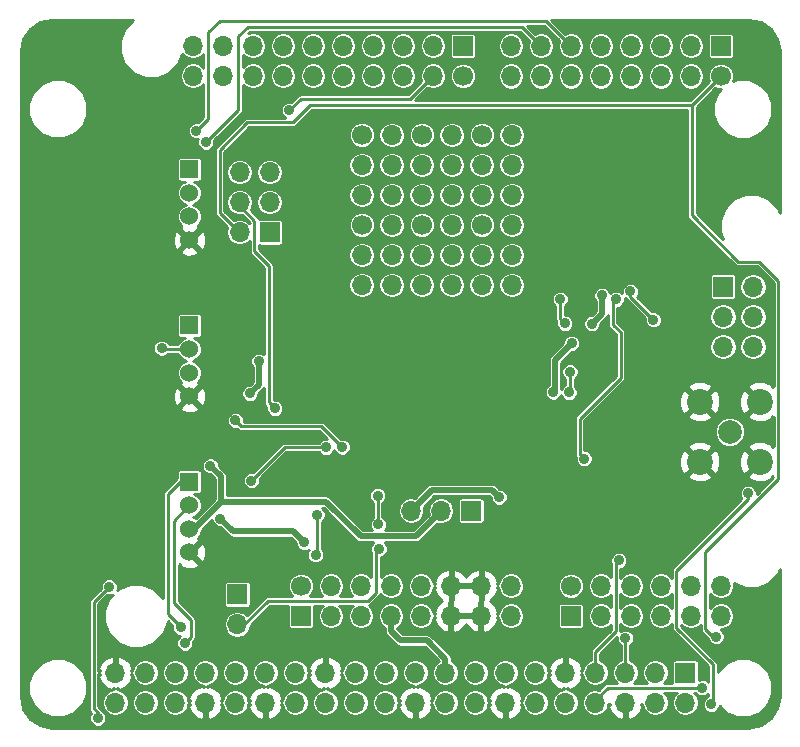
<source format=gbl>
G04 #@! TF.FileFunction,Copper,L2,Bot,Signal*
%FSLAX46Y46*%
G04 Gerber Fmt 4.6, Leading zero omitted, Abs format (unit mm)*
G04 Created by KiCad (PCBNEW 4.0.7-e2-6376~58~ubuntu16.04.1) date Fri Apr 13 07:59:41 2018*
%MOMM*%
%LPD*%
G01*
G04 APERTURE LIST*
%ADD10C,0.150000*%
%ADD11C,2.200000*%
%ADD12C,2.000000*%
%ADD13R,1.700000X1.700000*%
%ADD14O,1.700000X1.700000*%
%ADD15C,1.700000*%
%ADD16R,1.524000X1.524000*%
%ADD17C,1.524000*%
%ADD18C,0.889000*%
%ADD19C,0.250000*%
%ADD20C,0.500000*%
%ADD21C,0.254000*%
G04 APERTURE END LIST*
D10*
D11*
X158230000Y-103790000D03*
X158230000Y-98710000D03*
X163310000Y-98710000D03*
X163310000Y-103790000D03*
D12*
X160770000Y-101250000D03*
D13*
X124460000Y-116840000D03*
D14*
X127000000Y-116840000D03*
X129540000Y-116840000D03*
X132080000Y-116840000D03*
X134620000Y-116840000D03*
X137160000Y-116840000D03*
X139700000Y-116840000D03*
X142240000Y-116840000D03*
D13*
X147320000Y-116840000D03*
D14*
X149860000Y-116840000D03*
X152400000Y-116840000D03*
X154940000Y-116840000D03*
X157480000Y-116840000D03*
X160020000Y-116840000D03*
D13*
X138180000Y-68580000D03*
D14*
X135640000Y-68580000D03*
X133100000Y-68580000D03*
X130560000Y-68580000D03*
X128020000Y-68580000D03*
X125480000Y-68580000D03*
X122940000Y-68580000D03*
X120400000Y-68580000D03*
X117860000Y-68580000D03*
X115320000Y-68580000D03*
D13*
X160020000Y-68580000D03*
D14*
X157480000Y-68580000D03*
X154940000Y-68580000D03*
X152400000Y-68580000D03*
X149860000Y-68580000D03*
X147320000Y-68580000D03*
X144780000Y-68580000D03*
X142240000Y-68580000D03*
D13*
X121820000Y-84350000D03*
D14*
X119280000Y-84350000D03*
X121820000Y-81810000D03*
X119280000Y-81810000D03*
X121820000Y-79270000D03*
X119280000Y-79270000D03*
D13*
X119060000Y-115020000D03*
D14*
X119060000Y-117560000D03*
D13*
X160190000Y-88960000D03*
D14*
X162730000Y-88960000D03*
X160190000Y-91500000D03*
X162730000Y-91500000D03*
X160190000Y-94040000D03*
X162730000Y-94040000D03*
D13*
X138870000Y-107940000D03*
D14*
X136330000Y-107940000D03*
X133790000Y-107940000D03*
D15*
X124470000Y-114300000D03*
D14*
X127010000Y-114300000D03*
X129550000Y-114300000D03*
X132090000Y-114300000D03*
X134630000Y-114300000D03*
X137170000Y-114300000D03*
X139710000Y-114300000D03*
X142250000Y-114300000D03*
D15*
X147320000Y-114300000D03*
D14*
X149860000Y-114300000D03*
X152400000Y-114300000D03*
X154940000Y-114300000D03*
X157480000Y-114300000D03*
X160020000Y-114300000D03*
D15*
X138180000Y-71120000D03*
D14*
X135640000Y-71120000D03*
X133100000Y-71120000D03*
X130560000Y-71120000D03*
X128020000Y-71120000D03*
X125480000Y-71120000D03*
X122940000Y-71120000D03*
X120400000Y-71120000D03*
X117860000Y-71120000D03*
X115320000Y-71120000D03*
D15*
X160020000Y-71130000D03*
D14*
X157480000Y-71130000D03*
X154940000Y-71130000D03*
X152400000Y-71130000D03*
X149860000Y-71130000D03*
X147320000Y-71130000D03*
X144780000Y-71130000D03*
X142240000Y-71130000D03*
X132160000Y-88820000D03*
X129620000Y-88820000D03*
X132160000Y-86280000D03*
X129620000Y-86280000D03*
X132160000Y-83740000D03*
D15*
X129620000Y-83740000D03*
X134700000Y-83740000D03*
D14*
X137240000Y-83740000D03*
X134700000Y-86280000D03*
X137240000Y-86280000D03*
X134700000Y-88820000D03*
X137240000Y-88820000D03*
X142320000Y-88820000D03*
X139780000Y-88820000D03*
X142320000Y-86280000D03*
X139780000Y-86280000D03*
X142320000Y-83740000D03*
D15*
X139780000Y-83740000D03*
X139780000Y-76120000D03*
D14*
X142320000Y-76120000D03*
X139780000Y-78660000D03*
X142320000Y-78660000D03*
X139780000Y-81200000D03*
X142320000Y-81200000D03*
X137240000Y-81200000D03*
X134700000Y-81200000D03*
X137240000Y-78660000D03*
X134700000Y-78660000D03*
X137240000Y-76120000D03*
D15*
X134700000Y-76120000D03*
X129620000Y-76120000D03*
D14*
X132160000Y-76120000D03*
X129620000Y-78660000D03*
X132160000Y-78660000D03*
X129620000Y-81200000D03*
X132160000Y-81200000D03*
D16*
X115020000Y-105470000D03*
D17*
X115020000Y-107470000D03*
X115020000Y-109470000D03*
X115020000Y-111470000D03*
D16*
X115020000Y-92250000D03*
D17*
X115020000Y-94250000D03*
X115020000Y-96250000D03*
X115020000Y-98250000D03*
D16*
X115020000Y-79020000D03*
D17*
X115020000Y-81020000D03*
X115020000Y-83020000D03*
X115020000Y-85020000D03*
D14*
X157010000Y-124190000D03*
D13*
X157010000Y-121650000D03*
D14*
X154470000Y-124190000D03*
X154470000Y-121650000D03*
X151930000Y-124190000D03*
X151930000Y-121650000D03*
X149390000Y-124190000D03*
X149390000Y-121650000D03*
X146850000Y-124190000D03*
X146850000Y-121650000D03*
X144310000Y-124190000D03*
X144310000Y-121650000D03*
X141770000Y-124190000D03*
X141770000Y-121650000D03*
X139230000Y-124190000D03*
X139230000Y-121650000D03*
X136690000Y-124190000D03*
X136690000Y-121650000D03*
X134150000Y-124190000D03*
X134150000Y-121650000D03*
X131610000Y-124190000D03*
X131610000Y-121650000D03*
X129070000Y-124190000D03*
X129070000Y-121650000D03*
X126530000Y-124190000D03*
X126530000Y-121650000D03*
X123990000Y-124190000D03*
X123990000Y-121650000D03*
X121450000Y-124190000D03*
X121450000Y-121650000D03*
X118910000Y-124190000D03*
X118910000Y-121650000D03*
X116370000Y-124190000D03*
X116370000Y-121650000D03*
X113830000Y-124190000D03*
X113830000Y-121650000D03*
X111290000Y-124190000D03*
X111290000Y-121650000D03*
X108750000Y-124190000D03*
X108750000Y-121650000D03*
D18*
X151570000Y-84430000D03*
X149310000Y-85050000D03*
X125670000Y-80590000D03*
X122090000Y-101790000D03*
X122920000Y-93250000D03*
X150600000Y-93480000D03*
X150850000Y-102090000D03*
X150880000Y-99570000D03*
X118970000Y-88590000D03*
X124080000Y-105730000D03*
X127960000Y-102560000D03*
X118910000Y-100290000D03*
X147380000Y-93760000D03*
X149090000Y-92100000D03*
X149950000Y-89700000D03*
X145820000Y-97900000D03*
X141240000Y-106790000D03*
X120890000Y-95270000D03*
X120140000Y-98000000D03*
X124740000Y-110610000D03*
X117640000Y-108600000D03*
X131070000Y-111170000D03*
X130960000Y-106650000D03*
X131010000Y-109100000D03*
X122260000Y-99270000D03*
X125705000Y-111675000D03*
X125820000Y-108280000D03*
X126590000Y-102580000D03*
X120270000Y-105380000D03*
X152360000Y-89370000D03*
X154310000Y-91770000D03*
X162320000Y-106470000D03*
X159200000Y-124330000D03*
X158430000Y-122920000D03*
X159620000Y-118600000D03*
X123490000Y-74020000D03*
X151140000Y-90040000D03*
X148430000Y-103530000D03*
X151380000Y-112150000D03*
X146410000Y-90020000D03*
X146810000Y-92080000D03*
X147240000Y-96170000D03*
X147160000Y-97920000D03*
X116800000Y-104140000D03*
X151930000Y-118720000D03*
X114270000Y-117810000D03*
X114640000Y-119150000D03*
X112670000Y-94170000D03*
X115600000Y-75770000D03*
X107270000Y-125500000D03*
X108220000Y-114380000D03*
X116410000Y-76730000D03*
D19*
X118910000Y-100290000D02*
X119410000Y-100790000D01*
X119410000Y-100790000D02*
X126190000Y-100790000D01*
X126190000Y-100790000D02*
X127960000Y-102560000D01*
D20*
X136690000Y-121650000D02*
X136690000Y-120460000D01*
X132080000Y-118130000D02*
X132080000Y-116840000D01*
X132860000Y-118910000D02*
X132080000Y-118130000D01*
X135140000Y-118910000D02*
X132860000Y-118910000D01*
X136690000Y-120460000D02*
X135140000Y-118910000D01*
X145970000Y-95160000D02*
X145980000Y-95160000D01*
X145970000Y-96000000D02*
X145970000Y-95160000D01*
X145980000Y-95160000D02*
X147380000Y-93760000D01*
X149950000Y-91240000D02*
X149950000Y-89700000D01*
X149090000Y-92100000D02*
X149950000Y-91240000D01*
X145970000Y-97750000D02*
X145970000Y-96000000D01*
X145970000Y-96000000D02*
X145970000Y-95990000D01*
X145820000Y-97900000D02*
X145970000Y-97750000D01*
X133790000Y-107940000D02*
X133790000Y-107920000D01*
X133790000Y-107920000D02*
X135540000Y-106170000D01*
X140620000Y-106170000D02*
X141240000Y-106790000D01*
X135540000Y-106170000D02*
X140620000Y-106170000D01*
X120890000Y-97250000D02*
X120890000Y-95270000D01*
X120140000Y-98000000D02*
X120890000Y-97250000D01*
X124740000Y-110610000D02*
X123810000Y-109680000D01*
X123810000Y-109680000D02*
X118720000Y-109680000D01*
X118720000Y-109680000D02*
X117640000Y-108600000D01*
D19*
X119060000Y-117560000D02*
X119660000Y-117560000D01*
X119660000Y-117560000D02*
X121660000Y-115560000D01*
X121660000Y-115560000D02*
X130130000Y-115560000D01*
X130130000Y-115560000D02*
X130820000Y-114870000D01*
X130820000Y-114870000D02*
X130820000Y-111420000D01*
X130820000Y-111420000D02*
X131070000Y-111170000D01*
X130960000Y-109050000D02*
X130960000Y-106650000D01*
X131010000Y-109100000D02*
X130960000Y-109050000D01*
X119280000Y-81810000D02*
X119280000Y-82130000D01*
X119280000Y-82130000D02*
X120520000Y-83370000D01*
X120520000Y-83370000D02*
X120520000Y-85960000D01*
X120520000Y-85960000D02*
X121740000Y-87180000D01*
X121740000Y-87180000D02*
X121740000Y-98750000D01*
X121740000Y-98750000D02*
X122260000Y-99270000D01*
X125820000Y-111560000D02*
X125820000Y-108280000D01*
X125820000Y-111560000D02*
X125705000Y-111675000D01*
X123070000Y-102580000D02*
X126590000Y-102580000D01*
X120270000Y-105380000D02*
X123070000Y-102580000D01*
X152360000Y-89820000D02*
X152360000Y-89370000D01*
X154310000Y-91770000D02*
X152360000Y-89820000D01*
X156250000Y-117840000D02*
X156250000Y-113010000D01*
X162320000Y-106940000D02*
X162320000Y-106470000D01*
X158840000Y-110420000D02*
X162320000Y-106940000D01*
X159330000Y-120920000D02*
X156250000Y-117840000D01*
X159330000Y-124200000D02*
X159330000Y-120920000D01*
X159200000Y-124330000D02*
X159330000Y-124200000D01*
X156250000Y-113010000D02*
X158840000Y-110420000D01*
X159330000Y-118610000D02*
X159610000Y-118610000D01*
X157550000Y-73600000D02*
X157550000Y-82920000D01*
X161470000Y-86840000D02*
X157550000Y-82920000D01*
X163260000Y-86840000D02*
X161470000Y-86840000D01*
X164880000Y-88460000D02*
X163260000Y-86840000D01*
X164880000Y-105270000D02*
X164880000Y-88460000D01*
X158710000Y-111440000D02*
X164880000Y-105270000D01*
X158710000Y-117990000D02*
X158710000Y-111440000D01*
X159330000Y-118610000D02*
X158710000Y-117990000D01*
X150430000Y-122930000D02*
X158430000Y-122930000D01*
X150430000Y-122930000D02*
X149390000Y-123970000D01*
X158430000Y-122920000D02*
X158430000Y-122930000D01*
X159610000Y-118610000D02*
X159620000Y-118600000D01*
X149390000Y-124190000D02*
X149390000Y-123970000D01*
X119280000Y-84350000D02*
X119190000Y-84350000D01*
X119190000Y-84350000D02*
X117570000Y-82730000D01*
X117570000Y-82730000D02*
X117570000Y-77400000D01*
X117570000Y-77400000D02*
X119920000Y-75050000D01*
X119920000Y-75050000D02*
X123800000Y-75050000D01*
X123800000Y-75050000D02*
X125250000Y-73600000D01*
X125250000Y-73600000D02*
X157550000Y-73600000D01*
X157550000Y-73600000D02*
X160020000Y-71130000D01*
X133690000Y-73070000D02*
X135640000Y-71120000D01*
X124440000Y-73070000D02*
X133690000Y-73070000D01*
X123490000Y-74020000D02*
X124440000Y-73070000D01*
X148060000Y-100130000D02*
X148060000Y-103160000D01*
X151520000Y-96670000D02*
X148060000Y-100130000D01*
X151520000Y-92840000D02*
X151520000Y-96670000D01*
X150860000Y-92180000D02*
X151520000Y-92840000D01*
X150860000Y-90320000D02*
X150860000Y-92180000D01*
X151140000Y-90040000D02*
X150860000Y-90320000D01*
X148060000Y-103160000D02*
X148430000Y-103530000D01*
X149390000Y-119870000D02*
X151100000Y-118160000D01*
X151100000Y-118160000D02*
X151100000Y-112430000D01*
X151100000Y-112430000D02*
X151380000Y-112150000D01*
X149390000Y-121650000D02*
X149390000Y-119870000D01*
X146410000Y-91680000D02*
X146410000Y-90020000D01*
X146810000Y-92080000D02*
X146410000Y-91680000D01*
X147240000Y-97840000D02*
X147240000Y-96170000D01*
X147160000Y-97920000D02*
X147240000Y-97840000D01*
D20*
X117690000Y-107170000D02*
X117690000Y-105030000D01*
X117690000Y-105030000D02*
X116800000Y-104140000D01*
X125120000Y-107170000D02*
X126590000Y-107170000D01*
X117690000Y-107170000D02*
X125120000Y-107170000D01*
X134180000Y-110090000D02*
X136330000Y-107940000D01*
X129510000Y-110090000D02*
X134180000Y-110090000D01*
X126590000Y-107170000D02*
X129510000Y-110090000D01*
X117690000Y-107170000D02*
X115390000Y-109470000D01*
X115390000Y-109470000D02*
X115020000Y-109470000D01*
D19*
X151930000Y-121650000D02*
X151930000Y-118720000D01*
X114250000Y-105470000D02*
X115020000Y-105470000D01*
X113170000Y-106550000D02*
X114250000Y-105470000D01*
X113170000Y-116710000D02*
X113170000Y-106550000D01*
X114270000Y-117810000D02*
X113170000Y-116710000D01*
X113700000Y-108790000D02*
X115020000Y-107470000D01*
X113700000Y-115710000D02*
X113700000Y-108790000D01*
X115140000Y-117150000D02*
X113700000Y-115710000D01*
X115140000Y-118650000D02*
X115140000Y-117150000D01*
X114640000Y-119150000D02*
X115140000Y-118650000D01*
X112750000Y-94250000D02*
X115020000Y-94250000D01*
X112670000Y-94170000D02*
X112750000Y-94250000D01*
X115600000Y-75770000D02*
X116600000Y-74770000D01*
X116600000Y-74770000D02*
X116600000Y-67440000D01*
X116600000Y-67440000D02*
X117580000Y-66460000D01*
X117580000Y-66460000D02*
X145200000Y-66460000D01*
X145200000Y-66460000D02*
X147320000Y-68580000D01*
X107270000Y-125040000D02*
X107270000Y-125500000D01*
X106900000Y-124670000D02*
X107270000Y-125040000D01*
X106900000Y-115700000D02*
X106900000Y-124670000D01*
X108220000Y-114380000D02*
X106900000Y-115700000D01*
X143180000Y-66980000D02*
X144780000Y-68580000D01*
X119954002Y-66980000D02*
X143180000Y-66980000D01*
X119150000Y-67784002D02*
X119954002Y-66980000D01*
X119150000Y-73990000D02*
X119150000Y-67784002D01*
X116410000Y-76730000D02*
X119150000Y-73990000D01*
D21*
G36*
X109521873Y-67071621D02*
X109113465Y-68055176D01*
X109112536Y-69120152D01*
X109519226Y-70104418D01*
X110271621Y-70858127D01*
X111255176Y-71266535D01*
X112320152Y-71267464D01*
X113304418Y-70860774D01*
X114058127Y-70108379D01*
X114418000Y-69241709D01*
X114523091Y-69398988D01*
X114888716Y-69643291D01*
X115320000Y-69729079D01*
X115751284Y-69643291D01*
X116116909Y-69398988D01*
X116198000Y-69277627D01*
X116198000Y-70422373D01*
X116116909Y-70301012D01*
X115751284Y-70056709D01*
X115320000Y-69970921D01*
X114888716Y-70056709D01*
X114523091Y-70301012D01*
X114278788Y-70666637D01*
X114193000Y-71097921D01*
X114193000Y-71142079D01*
X114278788Y-71573363D01*
X114523091Y-71938988D01*
X114888716Y-72183291D01*
X115320000Y-72269079D01*
X115751284Y-72183291D01*
X116116909Y-71938988D01*
X116198000Y-71817627D01*
X116198000Y-74603486D01*
X115750303Y-75051183D01*
X115744145Y-75048626D01*
X115457114Y-75048375D01*
X115191837Y-75157985D01*
X114988699Y-75360769D01*
X114878626Y-75625855D01*
X114878375Y-75912886D01*
X114987985Y-76178163D01*
X115190769Y-76381301D01*
X115455855Y-76491374D01*
X115727759Y-76491612D01*
X115688626Y-76585855D01*
X115688375Y-76872886D01*
X115797985Y-77138163D01*
X116000769Y-77341301D01*
X116265855Y-77451374D01*
X116552886Y-77451625D01*
X116818163Y-77342015D01*
X117021301Y-77139231D01*
X117131374Y-76874145D01*
X117131625Y-76587114D01*
X117128635Y-76579879D01*
X119434257Y-74274257D01*
X119521400Y-74143839D01*
X119552000Y-73990000D01*
X119552000Y-71862525D01*
X119603091Y-71938988D01*
X119968716Y-72183291D01*
X120400000Y-72269079D01*
X120831284Y-72183291D01*
X121196909Y-71938988D01*
X121441212Y-71573363D01*
X121527000Y-71142079D01*
X121527000Y-71097921D01*
X121813000Y-71097921D01*
X121813000Y-71142079D01*
X121898788Y-71573363D01*
X122143091Y-71938988D01*
X122508716Y-72183291D01*
X122940000Y-72269079D01*
X123371284Y-72183291D01*
X123736909Y-71938988D01*
X123981212Y-71573363D01*
X124067000Y-71142079D01*
X124067000Y-71097921D01*
X124353000Y-71097921D01*
X124353000Y-71142079D01*
X124438788Y-71573363D01*
X124683091Y-71938988D01*
X125048716Y-72183291D01*
X125480000Y-72269079D01*
X125911284Y-72183291D01*
X126276909Y-71938988D01*
X126521212Y-71573363D01*
X126607000Y-71142079D01*
X126607000Y-71097921D01*
X126893000Y-71097921D01*
X126893000Y-71142079D01*
X126978788Y-71573363D01*
X127223091Y-71938988D01*
X127588716Y-72183291D01*
X128020000Y-72269079D01*
X128451284Y-72183291D01*
X128816909Y-71938988D01*
X129061212Y-71573363D01*
X129147000Y-71142079D01*
X129147000Y-71097921D01*
X129433000Y-71097921D01*
X129433000Y-71142079D01*
X129518788Y-71573363D01*
X129763091Y-71938988D01*
X130128716Y-72183291D01*
X130560000Y-72269079D01*
X130991284Y-72183291D01*
X131356909Y-71938988D01*
X131601212Y-71573363D01*
X131687000Y-71142079D01*
X131687000Y-71097921D01*
X131973000Y-71097921D01*
X131973000Y-71142079D01*
X132058788Y-71573363D01*
X132303091Y-71938988D01*
X132668716Y-72183291D01*
X133100000Y-72269079D01*
X133531284Y-72183291D01*
X133896909Y-71938988D01*
X134141212Y-71573363D01*
X134227000Y-71142079D01*
X134227000Y-71097921D01*
X134141212Y-70666637D01*
X133896909Y-70301012D01*
X133531284Y-70056709D01*
X133100000Y-69970921D01*
X132668716Y-70056709D01*
X132303091Y-70301012D01*
X132058788Y-70666637D01*
X131973000Y-71097921D01*
X131687000Y-71097921D01*
X131601212Y-70666637D01*
X131356909Y-70301012D01*
X130991284Y-70056709D01*
X130560000Y-69970921D01*
X130128716Y-70056709D01*
X129763091Y-70301012D01*
X129518788Y-70666637D01*
X129433000Y-71097921D01*
X129147000Y-71097921D01*
X129061212Y-70666637D01*
X128816909Y-70301012D01*
X128451284Y-70056709D01*
X128020000Y-69970921D01*
X127588716Y-70056709D01*
X127223091Y-70301012D01*
X126978788Y-70666637D01*
X126893000Y-71097921D01*
X126607000Y-71097921D01*
X126521212Y-70666637D01*
X126276909Y-70301012D01*
X125911284Y-70056709D01*
X125480000Y-69970921D01*
X125048716Y-70056709D01*
X124683091Y-70301012D01*
X124438788Y-70666637D01*
X124353000Y-71097921D01*
X124067000Y-71097921D01*
X123981212Y-70666637D01*
X123736909Y-70301012D01*
X123371284Y-70056709D01*
X122940000Y-69970921D01*
X122508716Y-70056709D01*
X122143091Y-70301012D01*
X121898788Y-70666637D01*
X121813000Y-71097921D01*
X121527000Y-71097921D01*
X121441212Y-70666637D01*
X121196909Y-70301012D01*
X120831284Y-70056709D01*
X120400000Y-69970921D01*
X119968716Y-70056709D01*
X119603091Y-70301012D01*
X119552000Y-70377475D01*
X119552000Y-69322525D01*
X119603091Y-69398988D01*
X119968716Y-69643291D01*
X120400000Y-69729079D01*
X120831284Y-69643291D01*
X121196909Y-69398988D01*
X121441212Y-69033363D01*
X121527000Y-68602079D01*
X121527000Y-68557921D01*
X121813000Y-68557921D01*
X121813000Y-68602079D01*
X121898788Y-69033363D01*
X122143091Y-69398988D01*
X122508716Y-69643291D01*
X122940000Y-69729079D01*
X123371284Y-69643291D01*
X123736909Y-69398988D01*
X123981212Y-69033363D01*
X124067000Y-68602079D01*
X124067000Y-68557921D01*
X124353000Y-68557921D01*
X124353000Y-68602079D01*
X124438788Y-69033363D01*
X124683091Y-69398988D01*
X125048716Y-69643291D01*
X125480000Y-69729079D01*
X125911284Y-69643291D01*
X126276909Y-69398988D01*
X126521212Y-69033363D01*
X126607000Y-68602079D01*
X126607000Y-68557921D01*
X126893000Y-68557921D01*
X126893000Y-68602079D01*
X126978788Y-69033363D01*
X127223091Y-69398988D01*
X127588716Y-69643291D01*
X128020000Y-69729079D01*
X128451284Y-69643291D01*
X128816909Y-69398988D01*
X129061212Y-69033363D01*
X129147000Y-68602079D01*
X129147000Y-68557921D01*
X129433000Y-68557921D01*
X129433000Y-68602079D01*
X129518788Y-69033363D01*
X129763091Y-69398988D01*
X130128716Y-69643291D01*
X130560000Y-69729079D01*
X130991284Y-69643291D01*
X131356909Y-69398988D01*
X131601212Y-69033363D01*
X131687000Y-68602079D01*
X131687000Y-68557921D01*
X131973000Y-68557921D01*
X131973000Y-68602079D01*
X132058788Y-69033363D01*
X132303091Y-69398988D01*
X132668716Y-69643291D01*
X133100000Y-69729079D01*
X133531284Y-69643291D01*
X133896909Y-69398988D01*
X134141212Y-69033363D01*
X134227000Y-68602079D01*
X134227000Y-68557921D01*
X134513000Y-68557921D01*
X134513000Y-68602079D01*
X134598788Y-69033363D01*
X134843091Y-69398988D01*
X135208716Y-69643291D01*
X135640000Y-69729079D01*
X136071284Y-69643291D01*
X136436909Y-69398988D01*
X136681212Y-69033363D01*
X136767000Y-68602079D01*
X136767000Y-68557921D01*
X136681212Y-68126637D01*
X136436909Y-67761012D01*
X136390497Y-67730000D01*
X137047574Y-67730000D01*
X137047574Y-69430000D01*
X137066889Y-69532650D01*
X137127555Y-69626927D01*
X137220120Y-69690175D01*
X137330000Y-69712426D01*
X139030000Y-69712426D01*
X139132650Y-69693111D01*
X139226927Y-69632445D01*
X139290175Y-69539880D01*
X139312426Y-69430000D01*
X139312426Y-68557921D01*
X141113000Y-68557921D01*
X141113000Y-68602079D01*
X141198788Y-69033363D01*
X141443091Y-69398988D01*
X141808716Y-69643291D01*
X142240000Y-69729079D01*
X142671284Y-69643291D01*
X143036909Y-69398988D01*
X143281212Y-69033363D01*
X143367000Y-68602079D01*
X143367000Y-68557921D01*
X143281212Y-68126637D01*
X143036909Y-67761012D01*
X142671284Y-67516709D01*
X142240000Y-67430921D01*
X141808716Y-67516709D01*
X141443091Y-67761012D01*
X141198788Y-68126637D01*
X141113000Y-68557921D01*
X139312426Y-68557921D01*
X139312426Y-67730000D01*
X139293111Y-67627350D01*
X139232445Y-67533073D01*
X139139880Y-67469825D01*
X139030000Y-67447574D01*
X137330000Y-67447574D01*
X137227350Y-67466889D01*
X137133073Y-67527555D01*
X137069825Y-67620120D01*
X137047574Y-67730000D01*
X136390497Y-67730000D01*
X136071284Y-67516709D01*
X135640000Y-67430921D01*
X135208716Y-67516709D01*
X134843091Y-67761012D01*
X134598788Y-68126637D01*
X134513000Y-68557921D01*
X134227000Y-68557921D01*
X134141212Y-68126637D01*
X133896909Y-67761012D01*
X133531284Y-67516709D01*
X133100000Y-67430921D01*
X132668716Y-67516709D01*
X132303091Y-67761012D01*
X132058788Y-68126637D01*
X131973000Y-68557921D01*
X131687000Y-68557921D01*
X131601212Y-68126637D01*
X131356909Y-67761012D01*
X130991284Y-67516709D01*
X130560000Y-67430921D01*
X130128716Y-67516709D01*
X129763091Y-67761012D01*
X129518788Y-68126637D01*
X129433000Y-68557921D01*
X129147000Y-68557921D01*
X129061212Y-68126637D01*
X128816909Y-67761012D01*
X128451284Y-67516709D01*
X128020000Y-67430921D01*
X127588716Y-67516709D01*
X127223091Y-67761012D01*
X126978788Y-68126637D01*
X126893000Y-68557921D01*
X126607000Y-68557921D01*
X126521212Y-68126637D01*
X126276909Y-67761012D01*
X125911284Y-67516709D01*
X125480000Y-67430921D01*
X125048716Y-67516709D01*
X124683091Y-67761012D01*
X124438788Y-68126637D01*
X124353000Y-68557921D01*
X124067000Y-68557921D01*
X123981212Y-68126637D01*
X123736909Y-67761012D01*
X123371284Y-67516709D01*
X122940000Y-67430921D01*
X122508716Y-67516709D01*
X122143091Y-67761012D01*
X121898788Y-68126637D01*
X121813000Y-68557921D01*
X121527000Y-68557921D01*
X121441212Y-68126637D01*
X121196909Y-67761012D01*
X120831284Y-67516709D01*
X120400000Y-67430921D01*
X119990051Y-67512465D01*
X120120516Y-67382000D01*
X143013486Y-67382000D01*
X143746533Y-68115047D01*
X143738788Y-68126637D01*
X143653000Y-68557921D01*
X143653000Y-68602079D01*
X143738788Y-69033363D01*
X143983091Y-69398988D01*
X144348716Y-69643291D01*
X144780000Y-69729079D01*
X145211284Y-69643291D01*
X145576909Y-69398988D01*
X145821212Y-69033363D01*
X145907000Y-68602079D01*
X145907000Y-68557921D01*
X145821212Y-68126637D01*
X145576909Y-67761012D01*
X145211284Y-67516709D01*
X144780000Y-67430921D01*
X144348716Y-67516709D01*
X144310655Y-67542141D01*
X143630514Y-66862000D01*
X145033486Y-66862000D01*
X146286533Y-68115047D01*
X146278788Y-68126637D01*
X146193000Y-68557921D01*
X146193000Y-68602079D01*
X146278788Y-69033363D01*
X146523091Y-69398988D01*
X146888716Y-69643291D01*
X147320000Y-69729079D01*
X147751284Y-69643291D01*
X148116909Y-69398988D01*
X148361212Y-69033363D01*
X148447000Y-68602079D01*
X148447000Y-68557921D01*
X148733000Y-68557921D01*
X148733000Y-68602079D01*
X148818788Y-69033363D01*
X149063091Y-69398988D01*
X149428716Y-69643291D01*
X149860000Y-69729079D01*
X150291284Y-69643291D01*
X150656909Y-69398988D01*
X150901212Y-69033363D01*
X150987000Y-68602079D01*
X150987000Y-68557921D01*
X151273000Y-68557921D01*
X151273000Y-68602079D01*
X151358788Y-69033363D01*
X151603091Y-69398988D01*
X151968716Y-69643291D01*
X152400000Y-69729079D01*
X152831284Y-69643291D01*
X153196909Y-69398988D01*
X153441212Y-69033363D01*
X153527000Y-68602079D01*
X153527000Y-68557921D01*
X153813000Y-68557921D01*
X153813000Y-68602079D01*
X153898788Y-69033363D01*
X154143091Y-69398988D01*
X154508716Y-69643291D01*
X154940000Y-69729079D01*
X155371284Y-69643291D01*
X155736909Y-69398988D01*
X155981212Y-69033363D01*
X156067000Y-68602079D01*
X156067000Y-68557921D01*
X156353000Y-68557921D01*
X156353000Y-68602079D01*
X156438788Y-69033363D01*
X156683091Y-69398988D01*
X157048716Y-69643291D01*
X157480000Y-69729079D01*
X157911284Y-69643291D01*
X158276909Y-69398988D01*
X158521212Y-69033363D01*
X158607000Y-68602079D01*
X158607000Y-68557921D01*
X158521212Y-68126637D01*
X158276909Y-67761012D01*
X158230497Y-67730000D01*
X158887574Y-67730000D01*
X158887574Y-69430000D01*
X158906889Y-69532650D01*
X158967555Y-69626927D01*
X159060120Y-69690175D01*
X159170000Y-69712426D01*
X160870000Y-69712426D01*
X160972650Y-69693111D01*
X161066927Y-69632445D01*
X161130175Y-69539880D01*
X161152426Y-69430000D01*
X161152426Y-67730000D01*
X161133111Y-67627350D01*
X161072445Y-67533073D01*
X160979880Y-67469825D01*
X160870000Y-67447574D01*
X159170000Y-67447574D01*
X159067350Y-67466889D01*
X158973073Y-67527555D01*
X158909825Y-67620120D01*
X158887574Y-67730000D01*
X158230497Y-67730000D01*
X157911284Y-67516709D01*
X157480000Y-67430921D01*
X157048716Y-67516709D01*
X156683091Y-67761012D01*
X156438788Y-68126637D01*
X156353000Y-68557921D01*
X156067000Y-68557921D01*
X155981212Y-68126637D01*
X155736909Y-67761012D01*
X155371284Y-67516709D01*
X154940000Y-67430921D01*
X154508716Y-67516709D01*
X154143091Y-67761012D01*
X153898788Y-68126637D01*
X153813000Y-68557921D01*
X153527000Y-68557921D01*
X153441212Y-68126637D01*
X153196909Y-67761012D01*
X152831284Y-67516709D01*
X152400000Y-67430921D01*
X151968716Y-67516709D01*
X151603091Y-67761012D01*
X151358788Y-68126637D01*
X151273000Y-68557921D01*
X150987000Y-68557921D01*
X150901212Y-68126637D01*
X150656909Y-67761012D01*
X150291284Y-67516709D01*
X149860000Y-67430921D01*
X149428716Y-67516709D01*
X149063091Y-67761012D01*
X148818788Y-68126637D01*
X148733000Y-68557921D01*
X148447000Y-68557921D01*
X148361212Y-68126637D01*
X148116909Y-67761012D01*
X147751284Y-67516709D01*
X147320000Y-67430921D01*
X146888716Y-67516709D01*
X146850655Y-67542141D01*
X145660514Y-66352000D01*
X162325925Y-66352000D01*
X163372575Y-66556567D01*
X164231319Y-67126232D01*
X164806694Y-67981158D01*
X165018000Y-69025263D01*
X165018000Y-82696098D01*
X164860774Y-82315582D01*
X164108379Y-81561873D01*
X163124824Y-81153465D01*
X162059848Y-81152536D01*
X161075582Y-81559226D01*
X160321873Y-82311621D01*
X159913465Y-83295176D01*
X159912536Y-84360152D01*
X160161707Y-84963193D01*
X157952000Y-82753486D01*
X157952000Y-73766514D01*
X159559452Y-72159062D01*
X159794842Y-72256804D01*
X159984481Y-72256969D01*
X159740144Y-72500880D01*
X159358435Y-73420138D01*
X159357567Y-74415495D01*
X159737671Y-75335418D01*
X160440880Y-76039856D01*
X161360138Y-76421565D01*
X162355495Y-76422433D01*
X163275418Y-76042329D01*
X163979856Y-75339120D01*
X164361565Y-74419862D01*
X164362433Y-73424505D01*
X163982329Y-72504582D01*
X163279120Y-71800144D01*
X162359862Y-71418435D01*
X161364505Y-71417567D01*
X161070435Y-71539074D01*
X161146804Y-71355158D01*
X161147195Y-70906809D01*
X160975981Y-70492440D01*
X160659228Y-70175133D01*
X160245158Y-70003196D01*
X159796809Y-70002805D01*
X159382440Y-70174019D01*
X159065133Y-70490772D01*
X158893196Y-70904842D01*
X158892805Y-71353191D01*
X158990896Y-71590590D01*
X157383486Y-73198000D01*
X134130514Y-73198000D01*
X135170655Y-72157859D01*
X135208716Y-72183291D01*
X135640000Y-72269079D01*
X136071284Y-72183291D01*
X136436909Y-71938988D01*
X136681212Y-71573363D01*
X136726996Y-71343191D01*
X137052805Y-71343191D01*
X137224019Y-71757560D01*
X137540772Y-72074867D01*
X137954842Y-72246804D01*
X138403191Y-72247195D01*
X138817560Y-72075981D01*
X139134867Y-71759228D01*
X139306804Y-71345158D01*
X139307010Y-71107921D01*
X141113000Y-71107921D01*
X141113000Y-71152079D01*
X141198788Y-71583363D01*
X141443091Y-71948988D01*
X141808716Y-72193291D01*
X142240000Y-72279079D01*
X142671284Y-72193291D01*
X143036909Y-71948988D01*
X143281212Y-71583363D01*
X143367000Y-71152079D01*
X143367000Y-71107921D01*
X143653000Y-71107921D01*
X143653000Y-71152079D01*
X143738788Y-71583363D01*
X143983091Y-71948988D01*
X144348716Y-72193291D01*
X144780000Y-72279079D01*
X145211284Y-72193291D01*
X145576909Y-71948988D01*
X145821212Y-71583363D01*
X145907000Y-71152079D01*
X145907000Y-71107921D01*
X146193000Y-71107921D01*
X146193000Y-71152079D01*
X146278788Y-71583363D01*
X146523091Y-71948988D01*
X146888716Y-72193291D01*
X147320000Y-72279079D01*
X147751284Y-72193291D01*
X148116909Y-71948988D01*
X148361212Y-71583363D01*
X148447000Y-71152079D01*
X148447000Y-71107921D01*
X148733000Y-71107921D01*
X148733000Y-71152079D01*
X148818788Y-71583363D01*
X149063091Y-71948988D01*
X149428716Y-72193291D01*
X149860000Y-72279079D01*
X150291284Y-72193291D01*
X150656909Y-71948988D01*
X150901212Y-71583363D01*
X150987000Y-71152079D01*
X150987000Y-71107921D01*
X151273000Y-71107921D01*
X151273000Y-71152079D01*
X151358788Y-71583363D01*
X151603091Y-71948988D01*
X151968716Y-72193291D01*
X152400000Y-72279079D01*
X152831284Y-72193291D01*
X153196909Y-71948988D01*
X153441212Y-71583363D01*
X153527000Y-71152079D01*
X153527000Y-71107921D01*
X153813000Y-71107921D01*
X153813000Y-71152079D01*
X153898788Y-71583363D01*
X154143091Y-71948988D01*
X154508716Y-72193291D01*
X154940000Y-72279079D01*
X155371284Y-72193291D01*
X155736909Y-71948988D01*
X155981212Y-71583363D01*
X156067000Y-71152079D01*
X156067000Y-71107921D01*
X156353000Y-71107921D01*
X156353000Y-71152079D01*
X156438788Y-71583363D01*
X156683091Y-71948988D01*
X157048716Y-72193291D01*
X157480000Y-72279079D01*
X157911284Y-72193291D01*
X158276909Y-71948988D01*
X158521212Y-71583363D01*
X158607000Y-71152079D01*
X158607000Y-71107921D01*
X158521212Y-70676637D01*
X158276909Y-70311012D01*
X157911284Y-70066709D01*
X157480000Y-69980921D01*
X157048716Y-70066709D01*
X156683091Y-70311012D01*
X156438788Y-70676637D01*
X156353000Y-71107921D01*
X156067000Y-71107921D01*
X155981212Y-70676637D01*
X155736909Y-70311012D01*
X155371284Y-70066709D01*
X154940000Y-69980921D01*
X154508716Y-70066709D01*
X154143091Y-70311012D01*
X153898788Y-70676637D01*
X153813000Y-71107921D01*
X153527000Y-71107921D01*
X153441212Y-70676637D01*
X153196909Y-70311012D01*
X152831284Y-70066709D01*
X152400000Y-69980921D01*
X151968716Y-70066709D01*
X151603091Y-70311012D01*
X151358788Y-70676637D01*
X151273000Y-71107921D01*
X150987000Y-71107921D01*
X150901212Y-70676637D01*
X150656909Y-70311012D01*
X150291284Y-70066709D01*
X149860000Y-69980921D01*
X149428716Y-70066709D01*
X149063091Y-70311012D01*
X148818788Y-70676637D01*
X148733000Y-71107921D01*
X148447000Y-71107921D01*
X148361212Y-70676637D01*
X148116909Y-70311012D01*
X147751284Y-70066709D01*
X147320000Y-69980921D01*
X146888716Y-70066709D01*
X146523091Y-70311012D01*
X146278788Y-70676637D01*
X146193000Y-71107921D01*
X145907000Y-71107921D01*
X145821212Y-70676637D01*
X145576909Y-70311012D01*
X145211284Y-70066709D01*
X144780000Y-69980921D01*
X144348716Y-70066709D01*
X143983091Y-70311012D01*
X143738788Y-70676637D01*
X143653000Y-71107921D01*
X143367000Y-71107921D01*
X143281212Y-70676637D01*
X143036909Y-70311012D01*
X142671284Y-70066709D01*
X142240000Y-69980921D01*
X141808716Y-70066709D01*
X141443091Y-70311012D01*
X141198788Y-70676637D01*
X141113000Y-71107921D01*
X139307010Y-71107921D01*
X139307195Y-70896809D01*
X139135981Y-70482440D01*
X138819228Y-70165133D01*
X138405158Y-69993196D01*
X137956809Y-69992805D01*
X137542440Y-70164019D01*
X137225133Y-70480772D01*
X137053196Y-70894842D01*
X137052805Y-71343191D01*
X136726996Y-71343191D01*
X136767000Y-71142079D01*
X136767000Y-71097921D01*
X136681212Y-70666637D01*
X136436909Y-70301012D01*
X136071284Y-70056709D01*
X135640000Y-69970921D01*
X135208716Y-70056709D01*
X134843091Y-70301012D01*
X134598788Y-70666637D01*
X134513000Y-71097921D01*
X134513000Y-71142079D01*
X134598788Y-71573363D01*
X134606533Y-71584953D01*
X133523486Y-72668000D01*
X124440000Y-72668000D01*
X124286161Y-72698600D01*
X124155743Y-72785743D01*
X123640303Y-73301183D01*
X123634145Y-73298626D01*
X123347114Y-73298375D01*
X123081837Y-73407985D01*
X122878699Y-73610769D01*
X122768626Y-73875855D01*
X122768375Y-74162886D01*
X122877985Y-74428163D01*
X123080769Y-74631301D01*
X123120985Y-74648000D01*
X119920000Y-74648000D01*
X119766161Y-74678600D01*
X119635743Y-74765743D01*
X117285743Y-77115743D01*
X117198600Y-77246161D01*
X117168000Y-77400000D01*
X117168000Y-82730000D01*
X117198600Y-82883839D01*
X117285743Y-83014257D01*
X118212311Y-83940825D01*
X118130921Y-84350000D01*
X118216709Y-84781284D01*
X118461012Y-85146909D01*
X118826637Y-85391212D01*
X119257921Y-85477000D01*
X119302079Y-85477000D01*
X119733363Y-85391212D01*
X120098988Y-85146909D01*
X120118000Y-85118456D01*
X120118000Y-85960000D01*
X120148600Y-86113839D01*
X120235743Y-86244257D01*
X121338000Y-87346514D01*
X121338000Y-94697536D01*
X121299231Y-94658699D01*
X121034145Y-94548626D01*
X120747114Y-94548375D01*
X120481837Y-94657985D01*
X120278699Y-94860769D01*
X120168626Y-95125855D01*
X120168375Y-95412886D01*
X120277985Y-95678163D01*
X120363000Y-95763326D01*
X120363000Y-97031710D01*
X120116231Y-97278479D01*
X119997114Y-97278375D01*
X119731837Y-97387985D01*
X119528699Y-97590769D01*
X119418626Y-97855855D01*
X119418375Y-98142886D01*
X119527985Y-98408163D01*
X119730769Y-98611301D01*
X119995855Y-98721374D01*
X120282886Y-98721625D01*
X120548163Y-98612015D01*
X120751301Y-98409231D01*
X120861374Y-98144145D01*
X120861479Y-98023811D01*
X121262645Y-97622645D01*
X121338000Y-97509870D01*
X121338000Y-98750000D01*
X121368600Y-98903839D01*
X121455743Y-99034257D01*
X121541183Y-99119697D01*
X121538626Y-99125855D01*
X121538375Y-99412886D01*
X121647985Y-99678163D01*
X121850769Y-99881301D01*
X122115855Y-99991374D01*
X122402886Y-99991625D01*
X122668163Y-99882015D01*
X122871301Y-99679231D01*
X122981374Y-99414145D01*
X122981625Y-99127114D01*
X122872015Y-98861837D01*
X122669231Y-98658699D01*
X122404145Y-98548626D01*
X122142000Y-98548397D01*
X122142000Y-98042886D01*
X145098375Y-98042886D01*
X145207985Y-98308163D01*
X145410769Y-98511301D01*
X145675855Y-98621374D01*
X145962886Y-98621625D01*
X146228163Y-98512015D01*
X146431301Y-98309231D01*
X146485866Y-98177823D01*
X146547985Y-98328163D01*
X146750769Y-98531301D01*
X147015855Y-98641374D01*
X147302886Y-98641625D01*
X147568163Y-98532015D01*
X147771301Y-98329231D01*
X147881374Y-98064145D01*
X147881625Y-97777114D01*
X147772015Y-97511837D01*
X147642000Y-97381595D01*
X147642000Y-96784561D01*
X147648163Y-96782015D01*
X147851301Y-96579231D01*
X147961374Y-96314145D01*
X147961625Y-96027114D01*
X147852015Y-95761837D01*
X147649231Y-95558699D01*
X147384145Y-95448626D01*
X147097114Y-95448375D01*
X146831837Y-95557985D01*
X146628699Y-95760769D01*
X146518626Y-96025855D01*
X146518375Y-96312886D01*
X146627985Y-96578163D01*
X146830769Y-96781301D01*
X146838000Y-96784304D01*
X146838000Y-97272383D01*
X146751837Y-97307985D01*
X146548699Y-97510769D01*
X146497000Y-97635274D01*
X146497000Y-95388290D01*
X147403769Y-94481521D01*
X147522886Y-94481625D01*
X147788163Y-94372015D01*
X147991301Y-94169231D01*
X148101374Y-93904145D01*
X148101625Y-93617114D01*
X147992015Y-93351837D01*
X147789231Y-93148699D01*
X147524145Y-93038626D01*
X147237114Y-93038375D01*
X146971837Y-93147985D01*
X146768699Y-93350769D01*
X146658626Y-93615855D01*
X146658521Y-93736189D01*
X145627492Y-94767218D01*
X145597355Y-94787355D01*
X145483115Y-94958326D01*
X145443000Y-95160000D01*
X145443000Y-97275109D01*
X145411837Y-97287985D01*
X145208699Y-97490769D01*
X145098626Y-97755855D01*
X145098375Y-98042886D01*
X122142000Y-98042886D01*
X122142000Y-90162886D01*
X145688375Y-90162886D01*
X145797985Y-90428163D01*
X146000769Y-90631301D01*
X146008000Y-90634304D01*
X146008000Y-91680000D01*
X146038600Y-91833839D01*
X146095578Y-91919112D01*
X146088626Y-91935855D01*
X146088375Y-92222886D01*
X146197985Y-92488163D01*
X146400769Y-92691301D01*
X146665855Y-92801374D01*
X146952886Y-92801625D01*
X147218163Y-92692015D01*
X147421301Y-92489231D01*
X147531374Y-92224145D01*
X147531625Y-91937114D01*
X147422015Y-91671837D01*
X147219231Y-91468699D01*
X146954145Y-91358626D01*
X146812000Y-91358502D01*
X146812000Y-90634561D01*
X146818163Y-90632015D01*
X147021301Y-90429231D01*
X147131374Y-90164145D01*
X147131625Y-89877114D01*
X147022015Y-89611837D01*
X146819231Y-89408699D01*
X146554145Y-89298626D01*
X146267114Y-89298375D01*
X146001837Y-89407985D01*
X145798699Y-89610769D01*
X145688626Y-89875855D01*
X145688375Y-90162886D01*
X122142000Y-90162886D01*
X122142000Y-88820000D01*
X128470921Y-88820000D01*
X128556709Y-89251284D01*
X128801012Y-89616909D01*
X129166637Y-89861212D01*
X129597921Y-89947000D01*
X129642079Y-89947000D01*
X130073363Y-89861212D01*
X130438988Y-89616909D01*
X130683291Y-89251284D01*
X130769079Y-88820000D01*
X131010921Y-88820000D01*
X131096709Y-89251284D01*
X131341012Y-89616909D01*
X131706637Y-89861212D01*
X132137921Y-89947000D01*
X132182079Y-89947000D01*
X132613363Y-89861212D01*
X132978988Y-89616909D01*
X133223291Y-89251284D01*
X133309079Y-88820000D01*
X133550921Y-88820000D01*
X133636709Y-89251284D01*
X133881012Y-89616909D01*
X134246637Y-89861212D01*
X134677921Y-89947000D01*
X134722079Y-89947000D01*
X135153363Y-89861212D01*
X135518988Y-89616909D01*
X135763291Y-89251284D01*
X135849079Y-88820000D01*
X136090921Y-88820000D01*
X136176709Y-89251284D01*
X136421012Y-89616909D01*
X136786637Y-89861212D01*
X137217921Y-89947000D01*
X137262079Y-89947000D01*
X137693363Y-89861212D01*
X138058988Y-89616909D01*
X138303291Y-89251284D01*
X138389079Y-88820000D01*
X138630921Y-88820000D01*
X138716709Y-89251284D01*
X138961012Y-89616909D01*
X139326637Y-89861212D01*
X139757921Y-89947000D01*
X139802079Y-89947000D01*
X140233363Y-89861212D01*
X140598988Y-89616909D01*
X140843291Y-89251284D01*
X140929079Y-88820000D01*
X141170921Y-88820000D01*
X141256709Y-89251284D01*
X141501012Y-89616909D01*
X141866637Y-89861212D01*
X142297921Y-89947000D01*
X142342079Y-89947000D01*
X142773363Y-89861212D01*
X143138988Y-89616909D01*
X143383291Y-89251284D01*
X143469079Y-88820000D01*
X143383291Y-88388716D01*
X143197059Y-88110000D01*
X159057574Y-88110000D01*
X159057574Y-89810000D01*
X159076889Y-89912650D01*
X159137555Y-90006927D01*
X159230120Y-90070175D01*
X159340000Y-90092426D01*
X161040000Y-90092426D01*
X161142650Y-90073111D01*
X161236927Y-90012445D01*
X161300175Y-89919880D01*
X161322426Y-89810000D01*
X161322426Y-88960000D01*
X161580921Y-88960000D01*
X161666709Y-89391284D01*
X161911012Y-89756909D01*
X162276637Y-90001212D01*
X162707921Y-90087000D01*
X162752079Y-90087000D01*
X163183363Y-90001212D01*
X163548988Y-89756909D01*
X163793291Y-89391284D01*
X163879079Y-88960000D01*
X163793291Y-88528716D01*
X163548988Y-88163091D01*
X163183363Y-87918788D01*
X162752079Y-87833000D01*
X162707921Y-87833000D01*
X162276637Y-87918788D01*
X161911012Y-88163091D01*
X161666709Y-88528716D01*
X161580921Y-88960000D01*
X161322426Y-88960000D01*
X161322426Y-88110000D01*
X161303111Y-88007350D01*
X161242445Y-87913073D01*
X161149880Y-87849825D01*
X161040000Y-87827574D01*
X159340000Y-87827574D01*
X159237350Y-87846889D01*
X159143073Y-87907555D01*
X159079825Y-88000120D01*
X159057574Y-88110000D01*
X143197059Y-88110000D01*
X143138988Y-88023091D01*
X142773363Y-87778788D01*
X142342079Y-87693000D01*
X142297921Y-87693000D01*
X141866637Y-87778788D01*
X141501012Y-88023091D01*
X141256709Y-88388716D01*
X141170921Y-88820000D01*
X140929079Y-88820000D01*
X140843291Y-88388716D01*
X140598988Y-88023091D01*
X140233363Y-87778788D01*
X139802079Y-87693000D01*
X139757921Y-87693000D01*
X139326637Y-87778788D01*
X138961012Y-88023091D01*
X138716709Y-88388716D01*
X138630921Y-88820000D01*
X138389079Y-88820000D01*
X138303291Y-88388716D01*
X138058988Y-88023091D01*
X137693363Y-87778788D01*
X137262079Y-87693000D01*
X137217921Y-87693000D01*
X136786637Y-87778788D01*
X136421012Y-88023091D01*
X136176709Y-88388716D01*
X136090921Y-88820000D01*
X135849079Y-88820000D01*
X135763291Y-88388716D01*
X135518988Y-88023091D01*
X135153363Y-87778788D01*
X134722079Y-87693000D01*
X134677921Y-87693000D01*
X134246637Y-87778788D01*
X133881012Y-88023091D01*
X133636709Y-88388716D01*
X133550921Y-88820000D01*
X133309079Y-88820000D01*
X133223291Y-88388716D01*
X132978988Y-88023091D01*
X132613363Y-87778788D01*
X132182079Y-87693000D01*
X132137921Y-87693000D01*
X131706637Y-87778788D01*
X131341012Y-88023091D01*
X131096709Y-88388716D01*
X131010921Y-88820000D01*
X130769079Y-88820000D01*
X130683291Y-88388716D01*
X130438988Y-88023091D01*
X130073363Y-87778788D01*
X129642079Y-87693000D01*
X129597921Y-87693000D01*
X129166637Y-87778788D01*
X128801012Y-88023091D01*
X128556709Y-88388716D01*
X128470921Y-88820000D01*
X122142000Y-88820000D01*
X122142000Y-87180000D01*
X122111400Y-87026161D01*
X122024257Y-86895743D01*
X121408514Y-86280000D01*
X128470921Y-86280000D01*
X128556709Y-86711284D01*
X128801012Y-87076909D01*
X129166637Y-87321212D01*
X129597921Y-87407000D01*
X129642079Y-87407000D01*
X130073363Y-87321212D01*
X130438988Y-87076909D01*
X130683291Y-86711284D01*
X130769079Y-86280000D01*
X131010921Y-86280000D01*
X131096709Y-86711284D01*
X131341012Y-87076909D01*
X131706637Y-87321212D01*
X132137921Y-87407000D01*
X132182079Y-87407000D01*
X132613363Y-87321212D01*
X132978988Y-87076909D01*
X133223291Y-86711284D01*
X133309079Y-86280000D01*
X133550921Y-86280000D01*
X133636709Y-86711284D01*
X133881012Y-87076909D01*
X134246637Y-87321212D01*
X134677921Y-87407000D01*
X134722079Y-87407000D01*
X135153363Y-87321212D01*
X135518988Y-87076909D01*
X135763291Y-86711284D01*
X135849079Y-86280000D01*
X136090921Y-86280000D01*
X136176709Y-86711284D01*
X136421012Y-87076909D01*
X136786637Y-87321212D01*
X137217921Y-87407000D01*
X137262079Y-87407000D01*
X137693363Y-87321212D01*
X138058988Y-87076909D01*
X138303291Y-86711284D01*
X138389079Y-86280000D01*
X138630921Y-86280000D01*
X138716709Y-86711284D01*
X138961012Y-87076909D01*
X139326637Y-87321212D01*
X139757921Y-87407000D01*
X139802079Y-87407000D01*
X140233363Y-87321212D01*
X140598988Y-87076909D01*
X140843291Y-86711284D01*
X140929079Y-86280000D01*
X141170921Y-86280000D01*
X141256709Y-86711284D01*
X141501012Y-87076909D01*
X141866637Y-87321212D01*
X142297921Y-87407000D01*
X142342079Y-87407000D01*
X142773363Y-87321212D01*
X143138988Y-87076909D01*
X143383291Y-86711284D01*
X143469079Y-86280000D01*
X143383291Y-85848716D01*
X143138988Y-85483091D01*
X142773363Y-85238788D01*
X142342079Y-85153000D01*
X142297921Y-85153000D01*
X141866637Y-85238788D01*
X141501012Y-85483091D01*
X141256709Y-85848716D01*
X141170921Y-86280000D01*
X140929079Y-86280000D01*
X140843291Y-85848716D01*
X140598988Y-85483091D01*
X140233363Y-85238788D01*
X139802079Y-85153000D01*
X139757921Y-85153000D01*
X139326637Y-85238788D01*
X138961012Y-85483091D01*
X138716709Y-85848716D01*
X138630921Y-86280000D01*
X138389079Y-86280000D01*
X138303291Y-85848716D01*
X138058988Y-85483091D01*
X137693363Y-85238788D01*
X137262079Y-85153000D01*
X137217921Y-85153000D01*
X136786637Y-85238788D01*
X136421012Y-85483091D01*
X136176709Y-85848716D01*
X136090921Y-86280000D01*
X135849079Y-86280000D01*
X135763291Y-85848716D01*
X135518988Y-85483091D01*
X135153363Y-85238788D01*
X134722079Y-85153000D01*
X134677921Y-85153000D01*
X134246637Y-85238788D01*
X133881012Y-85483091D01*
X133636709Y-85848716D01*
X133550921Y-86280000D01*
X133309079Y-86280000D01*
X133223291Y-85848716D01*
X132978988Y-85483091D01*
X132613363Y-85238788D01*
X132182079Y-85153000D01*
X132137921Y-85153000D01*
X131706637Y-85238788D01*
X131341012Y-85483091D01*
X131096709Y-85848716D01*
X131010921Y-86280000D01*
X130769079Y-86280000D01*
X130683291Y-85848716D01*
X130438988Y-85483091D01*
X130073363Y-85238788D01*
X129642079Y-85153000D01*
X129597921Y-85153000D01*
X129166637Y-85238788D01*
X128801012Y-85483091D01*
X128556709Y-85848716D01*
X128470921Y-86280000D01*
X121408514Y-86280000D01*
X120922000Y-85793486D01*
X120922000Y-85472706D01*
X120970000Y-85482426D01*
X122670000Y-85482426D01*
X122772650Y-85463111D01*
X122866927Y-85402445D01*
X122930175Y-85309880D01*
X122952426Y-85200000D01*
X122952426Y-83963191D01*
X128492805Y-83963191D01*
X128664019Y-84377560D01*
X128980772Y-84694867D01*
X129394842Y-84866804D01*
X129843191Y-84867195D01*
X130257560Y-84695981D01*
X130574867Y-84379228D01*
X130746804Y-83965158D01*
X130747000Y-83740000D01*
X131010921Y-83740000D01*
X131096709Y-84171284D01*
X131341012Y-84536909D01*
X131706637Y-84781212D01*
X132137921Y-84867000D01*
X132182079Y-84867000D01*
X132613363Y-84781212D01*
X132978988Y-84536909D01*
X133223291Y-84171284D01*
X133264683Y-83963191D01*
X133572805Y-83963191D01*
X133744019Y-84377560D01*
X134060772Y-84694867D01*
X134474842Y-84866804D01*
X134923191Y-84867195D01*
X135337560Y-84695981D01*
X135654867Y-84379228D01*
X135826804Y-83965158D01*
X135827000Y-83740000D01*
X136090921Y-83740000D01*
X136176709Y-84171284D01*
X136421012Y-84536909D01*
X136786637Y-84781212D01*
X137217921Y-84867000D01*
X137262079Y-84867000D01*
X137693363Y-84781212D01*
X138058988Y-84536909D01*
X138303291Y-84171284D01*
X138344683Y-83963191D01*
X138652805Y-83963191D01*
X138824019Y-84377560D01*
X139140772Y-84694867D01*
X139554842Y-84866804D01*
X140003191Y-84867195D01*
X140417560Y-84695981D01*
X140734867Y-84379228D01*
X140906804Y-83965158D01*
X140907000Y-83740000D01*
X141170921Y-83740000D01*
X141256709Y-84171284D01*
X141501012Y-84536909D01*
X141866637Y-84781212D01*
X142297921Y-84867000D01*
X142342079Y-84867000D01*
X142773363Y-84781212D01*
X143138988Y-84536909D01*
X143383291Y-84171284D01*
X143469079Y-83740000D01*
X143383291Y-83308716D01*
X143138988Y-82943091D01*
X142773363Y-82698788D01*
X142342079Y-82613000D01*
X142297921Y-82613000D01*
X141866637Y-82698788D01*
X141501012Y-82943091D01*
X141256709Y-83308716D01*
X141170921Y-83740000D01*
X140907000Y-83740000D01*
X140907195Y-83516809D01*
X140735981Y-83102440D01*
X140419228Y-82785133D01*
X140005158Y-82613196D01*
X139556809Y-82612805D01*
X139142440Y-82784019D01*
X138825133Y-83100772D01*
X138653196Y-83514842D01*
X138652805Y-83963191D01*
X138344683Y-83963191D01*
X138389079Y-83740000D01*
X138303291Y-83308716D01*
X138058988Y-82943091D01*
X137693363Y-82698788D01*
X137262079Y-82613000D01*
X137217921Y-82613000D01*
X136786637Y-82698788D01*
X136421012Y-82943091D01*
X136176709Y-83308716D01*
X136090921Y-83740000D01*
X135827000Y-83740000D01*
X135827195Y-83516809D01*
X135655981Y-83102440D01*
X135339228Y-82785133D01*
X134925158Y-82613196D01*
X134476809Y-82612805D01*
X134062440Y-82784019D01*
X133745133Y-83100772D01*
X133573196Y-83514842D01*
X133572805Y-83963191D01*
X133264683Y-83963191D01*
X133309079Y-83740000D01*
X133223291Y-83308716D01*
X132978988Y-82943091D01*
X132613363Y-82698788D01*
X132182079Y-82613000D01*
X132137921Y-82613000D01*
X131706637Y-82698788D01*
X131341012Y-82943091D01*
X131096709Y-83308716D01*
X131010921Y-83740000D01*
X130747000Y-83740000D01*
X130747195Y-83516809D01*
X130575981Y-83102440D01*
X130259228Y-82785133D01*
X129845158Y-82613196D01*
X129396809Y-82612805D01*
X128982440Y-82784019D01*
X128665133Y-83100772D01*
X128493196Y-83514842D01*
X128492805Y-83963191D01*
X122952426Y-83963191D01*
X122952426Y-83500000D01*
X122933111Y-83397350D01*
X122872445Y-83303073D01*
X122779880Y-83239825D01*
X122670000Y-83217574D01*
X120970000Y-83217574D01*
X120894507Y-83231779D01*
X120891400Y-83216161D01*
X120804257Y-83085743D01*
X120189685Y-82471171D01*
X120343291Y-82241284D01*
X120429079Y-81810000D01*
X120670921Y-81810000D01*
X120756709Y-82241284D01*
X121001012Y-82606909D01*
X121366637Y-82851212D01*
X121797921Y-82937000D01*
X121842079Y-82937000D01*
X122273363Y-82851212D01*
X122638988Y-82606909D01*
X122883291Y-82241284D01*
X122969079Y-81810000D01*
X122883291Y-81378716D01*
X122763877Y-81200000D01*
X128470921Y-81200000D01*
X128556709Y-81631284D01*
X128801012Y-81996909D01*
X129166637Y-82241212D01*
X129597921Y-82327000D01*
X129642079Y-82327000D01*
X130073363Y-82241212D01*
X130438988Y-81996909D01*
X130683291Y-81631284D01*
X130769079Y-81200000D01*
X131010921Y-81200000D01*
X131096709Y-81631284D01*
X131341012Y-81996909D01*
X131706637Y-82241212D01*
X132137921Y-82327000D01*
X132182079Y-82327000D01*
X132613363Y-82241212D01*
X132978988Y-81996909D01*
X133223291Y-81631284D01*
X133309079Y-81200000D01*
X133550921Y-81200000D01*
X133636709Y-81631284D01*
X133881012Y-81996909D01*
X134246637Y-82241212D01*
X134677921Y-82327000D01*
X134722079Y-82327000D01*
X135153363Y-82241212D01*
X135518988Y-81996909D01*
X135763291Y-81631284D01*
X135849079Y-81200000D01*
X136090921Y-81200000D01*
X136176709Y-81631284D01*
X136421012Y-81996909D01*
X136786637Y-82241212D01*
X137217921Y-82327000D01*
X137262079Y-82327000D01*
X137693363Y-82241212D01*
X138058988Y-81996909D01*
X138303291Y-81631284D01*
X138389079Y-81200000D01*
X138630921Y-81200000D01*
X138716709Y-81631284D01*
X138961012Y-81996909D01*
X139326637Y-82241212D01*
X139757921Y-82327000D01*
X139802079Y-82327000D01*
X140233363Y-82241212D01*
X140598988Y-81996909D01*
X140843291Y-81631284D01*
X140929079Y-81200000D01*
X141170921Y-81200000D01*
X141256709Y-81631284D01*
X141501012Y-81996909D01*
X141866637Y-82241212D01*
X142297921Y-82327000D01*
X142342079Y-82327000D01*
X142773363Y-82241212D01*
X143138988Y-81996909D01*
X143383291Y-81631284D01*
X143469079Y-81200000D01*
X143383291Y-80768716D01*
X143138988Y-80403091D01*
X142773363Y-80158788D01*
X142342079Y-80073000D01*
X142297921Y-80073000D01*
X141866637Y-80158788D01*
X141501012Y-80403091D01*
X141256709Y-80768716D01*
X141170921Y-81200000D01*
X140929079Y-81200000D01*
X140843291Y-80768716D01*
X140598988Y-80403091D01*
X140233363Y-80158788D01*
X139802079Y-80073000D01*
X139757921Y-80073000D01*
X139326637Y-80158788D01*
X138961012Y-80403091D01*
X138716709Y-80768716D01*
X138630921Y-81200000D01*
X138389079Y-81200000D01*
X138303291Y-80768716D01*
X138058988Y-80403091D01*
X137693363Y-80158788D01*
X137262079Y-80073000D01*
X137217921Y-80073000D01*
X136786637Y-80158788D01*
X136421012Y-80403091D01*
X136176709Y-80768716D01*
X136090921Y-81200000D01*
X135849079Y-81200000D01*
X135763291Y-80768716D01*
X135518988Y-80403091D01*
X135153363Y-80158788D01*
X134722079Y-80073000D01*
X134677921Y-80073000D01*
X134246637Y-80158788D01*
X133881012Y-80403091D01*
X133636709Y-80768716D01*
X133550921Y-81200000D01*
X133309079Y-81200000D01*
X133223291Y-80768716D01*
X132978988Y-80403091D01*
X132613363Y-80158788D01*
X132182079Y-80073000D01*
X132137921Y-80073000D01*
X131706637Y-80158788D01*
X131341012Y-80403091D01*
X131096709Y-80768716D01*
X131010921Y-81200000D01*
X130769079Y-81200000D01*
X130683291Y-80768716D01*
X130438988Y-80403091D01*
X130073363Y-80158788D01*
X129642079Y-80073000D01*
X129597921Y-80073000D01*
X129166637Y-80158788D01*
X128801012Y-80403091D01*
X128556709Y-80768716D01*
X128470921Y-81200000D01*
X122763877Y-81200000D01*
X122638988Y-81013091D01*
X122273363Y-80768788D01*
X121842079Y-80683000D01*
X121797921Y-80683000D01*
X121366637Y-80768788D01*
X121001012Y-81013091D01*
X120756709Y-81378716D01*
X120670921Y-81810000D01*
X120429079Y-81810000D01*
X120343291Y-81378716D01*
X120098988Y-81013091D01*
X119733363Y-80768788D01*
X119302079Y-80683000D01*
X119257921Y-80683000D01*
X118826637Y-80768788D01*
X118461012Y-81013091D01*
X118216709Y-81378716D01*
X118130921Y-81810000D01*
X118216709Y-82241284D01*
X118461012Y-82606909D01*
X118826637Y-82851212D01*
X119257921Y-82937000D01*
X119302079Y-82937000D01*
X119482582Y-82901096D01*
X120118000Y-83536514D01*
X120118000Y-83581544D01*
X120098988Y-83553091D01*
X119733363Y-83308788D01*
X119302079Y-83223000D01*
X119257921Y-83223000D01*
X118826637Y-83308788D01*
X118761095Y-83352581D01*
X117972000Y-82563486D01*
X117972000Y-79270000D01*
X118130921Y-79270000D01*
X118216709Y-79701284D01*
X118461012Y-80066909D01*
X118826637Y-80311212D01*
X119257921Y-80397000D01*
X119302079Y-80397000D01*
X119733363Y-80311212D01*
X120098988Y-80066909D01*
X120343291Y-79701284D01*
X120429079Y-79270000D01*
X120670921Y-79270000D01*
X120756709Y-79701284D01*
X121001012Y-80066909D01*
X121366637Y-80311212D01*
X121797921Y-80397000D01*
X121842079Y-80397000D01*
X122273363Y-80311212D01*
X122638988Y-80066909D01*
X122883291Y-79701284D01*
X122969079Y-79270000D01*
X122883291Y-78838716D01*
X122763877Y-78660000D01*
X128470921Y-78660000D01*
X128556709Y-79091284D01*
X128801012Y-79456909D01*
X129166637Y-79701212D01*
X129597921Y-79787000D01*
X129642079Y-79787000D01*
X130073363Y-79701212D01*
X130438988Y-79456909D01*
X130683291Y-79091284D01*
X130769079Y-78660000D01*
X131010921Y-78660000D01*
X131096709Y-79091284D01*
X131341012Y-79456909D01*
X131706637Y-79701212D01*
X132137921Y-79787000D01*
X132182079Y-79787000D01*
X132613363Y-79701212D01*
X132978988Y-79456909D01*
X133223291Y-79091284D01*
X133309079Y-78660000D01*
X133550921Y-78660000D01*
X133636709Y-79091284D01*
X133881012Y-79456909D01*
X134246637Y-79701212D01*
X134677921Y-79787000D01*
X134722079Y-79787000D01*
X135153363Y-79701212D01*
X135518988Y-79456909D01*
X135763291Y-79091284D01*
X135849079Y-78660000D01*
X136090921Y-78660000D01*
X136176709Y-79091284D01*
X136421012Y-79456909D01*
X136786637Y-79701212D01*
X137217921Y-79787000D01*
X137262079Y-79787000D01*
X137693363Y-79701212D01*
X138058988Y-79456909D01*
X138303291Y-79091284D01*
X138389079Y-78660000D01*
X138630921Y-78660000D01*
X138716709Y-79091284D01*
X138961012Y-79456909D01*
X139326637Y-79701212D01*
X139757921Y-79787000D01*
X139802079Y-79787000D01*
X140233363Y-79701212D01*
X140598988Y-79456909D01*
X140843291Y-79091284D01*
X140929079Y-78660000D01*
X141170921Y-78660000D01*
X141256709Y-79091284D01*
X141501012Y-79456909D01*
X141866637Y-79701212D01*
X142297921Y-79787000D01*
X142342079Y-79787000D01*
X142773363Y-79701212D01*
X143138988Y-79456909D01*
X143383291Y-79091284D01*
X143469079Y-78660000D01*
X143383291Y-78228716D01*
X143138988Y-77863091D01*
X142773363Y-77618788D01*
X142342079Y-77533000D01*
X142297921Y-77533000D01*
X141866637Y-77618788D01*
X141501012Y-77863091D01*
X141256709Y-78228716D01*
X141170921Y-78660000D01*
X140929079Y-78660000D01*
X140843291Y-78228716D01*
X140598988Y-77863091D01*
X140233363Y-77618788D01*
X139802079Y-77533000D01*
X139757921Y-77533000D01*
X139326637Y-77618788D01*
X138961012Y-77863091D01*
X138716709Y-78228716D01*
X138630921Y-78660000D01*
X138389079Y-78660000D01*
X138303291Y-78228716D01*
X138058988Y-77863091D01*
X137693363Y-77618788D01*
X137262079Y-77533000D01*
X137217921Y-77533000D01*
X136786637Y-77618788D01*
X136421012Y-77863091D01*
X136176709Y-78228716D01*
X136090921Y-78660000D01*
X135849079Y-78660000D01*
X135763291Y-78228716D01*
X135518988Y-77863091D01*
X135153363Y-77618788D01*
X134722079Y-77533000D01*
X134677921Y-77533000D01*
X134246637Y-77618788D01*
X133881012Y-77863091D01*
X133636709Y-78228716D01*
X133550921Y-78660000D01*
X133309079Y-78660000D01*
X133223291Y-78228716D01*
X132978988Y-77863091D01*
X132613363Y-77618788D01*
X132182079Y-77533000D01*
X132137921Y-77533000D01*
X131706637Y-77618788D01*
X131341012Y-77863091D01*
X131096709Y-78228716D01*
X131010921Y-78660000D01*
X130769079Y-78660000D01*
X130683291Y-78228716D01*
X130438988Y-77863091D01*
X130073363Y-77618788D01*
X129642079Y-77533000D01*
X129597921Y-77533000D01*
X129166637Y-77618788D01*
X128801012Y-77863091D01*
X128556709Y-78228716D01*
X128470921Y-78660000D01*
X122763877Y-78660000D01*
X122638988Y-78473091D01*
X122273363Y-78228788D01*
X121842079Y-78143000D01*
X121797921Y-78143000D01*
X121366637Y-78228788D01*
X121001012Y-78473091D01*
X120756709Y-78838716D01*
X120670921Y-79270000D01*
X120429079Y-79270000D01*
X120343291Y-78838716D01*
X120098988Y-78473091D01*
X119733363Y-78228788D01*
X119302079Y-78143000D01*
X119257921Y-78143000D01*
X118826637Y-78228788D01*
X118461012Y-78473091D01*
X118216709Y-78838716D01*
X118130921Y-79270000D01*
X117972000Y-79270000D01*
X117972000Y-77566514D01*
X119195323Y-76343191D01*
X128492805Y-76343191D01*
X128664019Y-76757560D01*
X128980772Y-77074867D01*
X129394842Y-77246804D01*
X129843191Y-77247195D01*
X130257560Y-77075981D01*
X130574867Y-76759228D01*
X130746804Y-76345158D01*
X130747000Y-76120000D01*
X131010921Y-76120000D01*
X131096709Y-76551284D01*
X131341012Y-76916909D01*
X131706637Y-77161212D01*
X132137921Y-77247000D01*
X132182079Y-77247000D01*
X132613363Y-77161212D01*
X132978988Y-76916909D01*
X133223291Y-76551284D01*
X133264683Y-76343191D01*
X133572805Y-76343191D01*
X133744019Y-76757560D01*
X134060772Y-77074867D01*
X134474842Y-77246804D01*
X134923191Y-77247195D01*
X135337560Y-77075981D01*
X135654867Y-76759228D01*
X135826804Y-76345158D01*
X135827000Y-76120000D01*
X136090921Y-76120000D01*
X136176709Y-76551284D01*
X136421012Y-76916909D01*
X136786637Y-77161212D01*
X137217921Y-77247000D01*
X137262079Y-77247000D01*
X137693363Y-77161212D01*
X138058988Y-76916909D01*
X138303291Y-76551284D01*
X138344683Y-76343191D01*
X138652805Y-76343191D01*
X138824019Y-76757560D01*
X139140772Y-77074867D01*
X139554842Y-77246804D01*
X140003191Y-77247195D01*
X140417560Y-77075981D01*
X140734867Y-76759228D01*
X140906804Y-76345158D01*
X140907000Y-76120000D01*
X141170921Y-76120000D01*
X141256709Y-76551284D01*
X141501012Y-76916909D01*
X141866637Y-77161212D01*
X142297921Y-77247000D01*
X142342079Y-77247000D01*
X142773363Y-77161212D01*
X143138988Y-76916909D01*
X143383291Y-76551284D01*
X143469079Y-76120000D01*
X143383291Y-75688716D01*
X143138988Y-75323091D01*
X142773363Y-75078788D01*
X142342079Y-74993000D01*
X142297921Y-74993000D01*
X141866637Y-75078788D01*
X141501012Y-75323091D01*
X141256709Y-75688716D01*
X141170921Y-76120000D01*
X140907000Y-76120000D01*
X140907195Y-75896809D01*
X140735981Y-75482440D01*
X140419228Y-75165133D01*
X140005158Y-74993196D01*
X139556809Y-74992805D01*
X139142440Y-75164019D01*
X138825133Y-75480772D01*
X138653196Y-75894842D01*
X138652805Y-76343191D01*
X138344683Y-76343191D01*
X138389079Y-76120000D01*
X138303291Y-75688716D01*
X138058988Y-75323091D01*
X137693363Y-75078788D01*
X137262079Y-74993000D01*
X137217921Y-74993000D01*
X136786637Y-75078788D01*
X136421012Y-75323091D01*
X136176709Y-75688716D01*
X136090921Y-76120000D01*
X135827000Y-76120000D01*
X135827195Y-75896809D01*
X135655981Y-75482440D01*
X135339228Y-75165133D01*
X134925158Y-74993196D01*
X134476809Y-74992805D01*
X134062440Y-75164019D01*
X133745133Y-75480772D01*
X133573196Y-75894842D01*
X133572805Y-76343191D01*
X133264683Y-76343191D01*
X133309079Y-76120000D01*
X133223291Y-75688716D01*
X132978988Y-75323091D01*
X132613363Y-75078788D01*
X132182079Y-74993000D01*
X132137921Y-74993000D01*
X131706637Y-75078788D01*
X131341012Y-75323091D01*
X131096709Y-75688716D01*
X131010921Y-76120000D01*
X130747000Y-76120000D01*
X130747195Y-75896809D01*
X130575981Y-75482440D01*
X130259228Y-75165133D01*
X129845158Y-74993196D01*
X129396809Y-74992805D01*
X128982440Y-75164019D01*
X128665133Y-75480772D01*
X128493196Y-75894842D01*
X128492805Y-76343191D01*
X119195323Y-76343191D01*
X120086514Y-75452000D01*
X123800000Y-75452000D01*
X123953839Y-75421400D01*
X124084257Y-75334257D01*
X125416514Y-74002000D01*
X157148000Y-74002000D01*
X157148000Y-82920000D01*
X157178600Y-83073839D01*
X157265743Y-83204257D01*
X161185743Y-87124257D01*
X161316161Y-87211400D01*
X161470000Y-87242000D01*
X163093486Y-87242000D01*
X164478000Y-88626514D01*
X164478000Y-97379788D01*
X164469302Y-97371090D01*
X164355262Y-97485130D01*
X164244359Y-97207901D01*
X163598407Y-96964677D01*
X162908547Y-96987164D01*
X162375641Y-97207901D01*
X162264737Y-97485132D01*
X163310000Y-98530395D01*
X163324143Y-98516253D01*
X163503748Y-98695858D01*
X163489605Y-98710000D01*
X163503748Y-98724143D01*
X163324143Y-98903748D01*
X163310000Y-98889605D01*
X162264737Y-99934868D01*
X162375641Y-100212099D01*
X163021593Y-100455323D01*
X163711453Y-100432836D01*
X164244359Y-100212099D01*
X164355262Y-99934870D01*
X164469302Y-100048910D01*
X164478000Y-100040212D01*
X164478000Y-102459788D01*
X164469302Y-102451090D01*
X164355262Y-102565130D01*
X164244359Y-102287901D01*
X163598407Y-102044677D01*
X162908547Y-102067164D01*
X162375641Y-102287901D01*
X162264737Y-102565132D01*
X163310000Y-103610395D01*
X163324143Y-103596253D01*
X163503748Y-103775858D01*
X163489605Y-103790000D01*
X163503748Y-103804143D01*
X163324143Y-103983748D01*
X163310000Y-103969605D01*
X162264737Y-105014868D01*
X162375641Y-105292099D01*
X163021593Y-105535323D01*
X163711453Y-105512836D01*
X164244359Y-105292099D01*
X164355262Y-105014870D01*
X164460939Y-105120547D01*
X163041439Y-106540047D01*
X163041625Y-106327114D01*
X162932015Y-106061837D01*
X162729231Y-105858699D01*
X162464145Y-105748626D01*
X162177114Y-105748375D01*
X161911837Y-105857985D01*
X161708699Y-106060769D01*
X161598626Y-106325855D01*
X161598375Y-106612886D01*
X161707985Y-106878163D01*
X161760608Y-106930878D01*
X155965743Y-112725743D01*
X155878600Y-112856161D01*
X155848000Y-113010000D01*
X155848000Y-113647271D01*
X155736909Y-113481012D01*
X155371284Y-113236709D01*
X154940000Y-113150921D01*
X154508716Y-113236709D01*
X154143091Y-113481012D01*
X153898788Y-113846637D01*
X153813000Y-114277921D01*
X153813000Y-114322079D01*
X153898788Y-114753363D01*
X154143091Y-115118988D01*
X154508716Y-115363291D01*
X154940000Y-115449079D01*
X155371284Y-115363291D01*
X155736909Y-115118988D01*
X155848000Y-114952729D01*
X155848000Y-116187271D01*
X155736909Y-116021012D01*
X155371284Y-115776709D01*
X154940000Y-115690921D01*
X154508716Y-115776709D01*
X154143091Y-116021012D01*
X153898788Y-116386637D01*
X153813000Y-116817921D01*
X153813000Y-116862079D01*
X153898788Y-117293363D01*
X154143091Y-117658988D01*
X154508716Y-117903291D01*
X154940000Y-117989079D01*
X155371284Y-117903291D01*
X155736909Y-117658988D01*
X155848000Y-117492729D01*
X155848000Y-117840000D01*
X155878600Y-117993839D01*
X155965743Y-118124257D01*
X158928000Y-121086514D01*
X158928000Y-122397623D01*
X158839231Y-122308699D01*
X158574145Y-122198626D01*
X158287114Y-122198375D01*
X158142426Y-122258159D01*
X158142426Y-120800000D01*
X158123111Y-120697350D01*
X158062445Y-120603073D01*
X157969880Y-120539825D01*
X157860000Y-120517574D01*
X156160000Y-120517574D01*
X156057350Y-120536889D01*
X155963073Y-120597555D01*
X155899825Y-120690120D01*
X155877574Y-120800000D01*
X155877574Y-122500000D01*
X155882843Y-122528000D01*
X155178591Y-122528000D01*
X155266909Y-122468988D01*
X155511212Y-122103363D01*
X155597000Y-121672079D01*
X155597000Y-121627921D01*
X155511212Y-121196637D01*
X155266909Y-120831012D01*
X154901284Y-120586709D01*
X154470000Y-120500921D01*
X154038716Y-120586709D01*
X153673091Y-120831012D01*
X153428788Y-121196637D01*
X153343000Y-121627921D01*
X153343000Y-121672079D01*
X153428788Y-122103363D01*
X153673091Y-122468988D01*
X153761409Y-122528000D01*
X152638591Y-122528000D01*
X152726909Y-122468988D01*
X152971212Y-122103363D01*
X153057000Y-121672079D01*
X153057000Y-121627921D01*
X152971212Y-121196637D01*
X152726909Y-120831012D01*
X152361284Y-120586709D01*
X152332000Y-120580884D01*
X152332000Y-119334561D01*
X152338163Y-119332015D01*
X152541301Y-119129231D01*
X152651374Y-118864145D01*
X152651625Y-118577114D01*
X152542015Y-118311837D01*
X152339231Y-118108699D01*
X152074145Y-117998626D01*
X151787114Y-117998375D01*
X151521837Y-118107985D01*
X151502000Y-118127787D01*
X151502000Y-117507695D01*
X151603091Y-117658988D01*
X151968716Y-117903291D01*
X152400000Y-117989079D01*
X152831284Y-117903291D01*
X153196909Y-117658988D01*
X153441212Y-117293363D01*
X153527000Y-116862079D01*
X153527000Y-116817921D01*
X153441212Y-116386637D01*
X153196909Y-116021012D01*
X152831284Y-115776709D01*
X152400000Y-115690921D01*
X151968716Y-115776709D01*
X151603091Y-116021012D01*
X151502000Y-116172305D01*
X151502000Y-114967695D01*
X151603091Y-115118988D01*
X151968716Y-115363291D01*
X152400000Y-115449079D01*
X152831284Y-115363291D01*
X153196909Y-115118988D01*
X153441212Y-114753363D01*
X153527000Y-114322079D01*
X153527000Y-114277921D01*
X153441212Y-113846637D01*
X153196909Y-113481012D01*
X152831284Y-113236709D01*
X152400000Y-113150921D01*
X151968716Y-113236709D01*
X151603091Y-113481012D01*
X151502000Y-113632305D01*
X151502000Y-112871607D01*
X151522886Y-112871625D01*
X151788163Y-112762015D01*
X151991301Y-112559231D01*
X152101374Y-112294145D01*
X152101625Y-112007114D01*
X151992015Y-111741837D01*
X151789231Y-111538699D01*
X151524145Y-111428626D01*
X151237114Y-111428375D01*
X150971837Y-111537985D01*
X150768699Y-111740769D01*
X150658626Y-112005855D01*
X150658375Y-112292886D01*
X150703534Y-112402179D01*
X150698000Y-112430000D01*
X150698000Y-113542509D01*
X150656909Y-113481012D01*
X150291284Y-113236709D01*
X149860000Y-113150921D01*
X149428716Y-113236709D01*
X149063091Y-113481012D01*
X148818788Y-113846637D01*
X148733000Y-114277921D01*
X148733000Y-114322079D01*
X148818788Y-114753363D01*
X149063091Y-115118988D01*
X149428716Y-115363291D01*
X149860000Y-115449079D01*
X150291284Y-115363291D01*
X150656909Y-115118988D01*
X150698000Y-115057491D01*
X150698000Y-116082509D01*
X150656909Y-116021012D01*
X150291284Y-115776709D01*
X149860000Y-115690921D01*
X149428716Y-115776709D01*
X149063091Y-116021012D01*
X148818788Y-116386637D01*
X148733000Y-116817921D01*
X148733000Y-116862079D01*
X148818788Y-117293363D01*
X149063091Y-117658988D01*
X149428716Y-117903291D01*
X149860000Y-117989079D01*
X150291284Y-117903291D01*
X150656909Y-117658988D01*
X150698000Y-117597491D01*
X150698000Y-117993486D01*
X149105743Y-119585743D01*
X149018600Y-119716161D01*
X148988000Y-119870000D01*
X148988000Y-120580884D01*
X148958716Y-120586709D01*
X148593091Y-120831012D01*
X148348788Y-121196637D01*
X148283871Y-121522998D01*
X148170820Y-121522998D01*
X148291486Y-121293108D01*
X148045183Y-120768642D01*
X147616924Y-120378355D01*
X147206890Y-120208524D01*
X146977000Y-120329845D01*
X146977000Y-121523000D01*
X146997000Y-121523000D01*
X146997000Y-121777000D01*
X146977000Y-121777000D01*
X146977000Y-121797000D01*
X146723000Y-121797000D01*
X146723000Y-121777000D01*
X146703000Y-121777000D01*
X146703000Y-121523000D01*
X146723000Y-121523000D01*
X146723000Y-120329845D01*
X146493110Y-120208524D01*
X146083076Y-120378355D01*
X145654817Y-120768642D01*
X145408514Y-121293108D01*
X145529180Y-121522998D01*
X145416129Y-121522998D01*
X145351212Y-121196637D01*
X145106909Y-120831012D01*
X144741284Y-120586709D01*
X144310000Y-120500921D01*
X143878716Y-120586709D01*
X143513091Y-120831012D01*
X143268788Y-121196637D01*
X143183000Y-121627921D01*
X143183000Y-121672079D01*
X143268788Y-122103363D01*
X143513091Y-122468988D01*
X143878716Y-122713291D01*
X144310000Y-122799079D01*
X144741284Y-122713291D01*
X145106909Y-122468988D01*
X145351212Y-122103363D01*
X145416129Y-121777002D01*
X145529180Y-121777002D01*
X145408514Y-122006892D01*
X145654817Y-122531358D01*
X146083076Y-122921645D01*
X146493110Y-123091476D01*
X146722998Y-122970156D01*
X146722998Y-123066183D01*
X146418716Y-123126709D01*
X146053091Y-123371012D01*
X145808788Y-123736637D01*
X145723000Y-124167921D01*
X145723000Y-124212079D01*
X145808788Y-124643363D01*
X146053091Y-125008988D01*
X146418716Y-125253291D01*
X146850000Y-125339079D01*
X147281284Y-125253291D01*
X147646909Y-125008988D01*
X147891212Y-124643363D01*
X147977000Y-124212079D01*
X147977000Y-124167921D01*
X147891212Y-123736637D01*
X147646909Y-123371012D01*
X147281284Y-123126709D01*
X146977002Y-123066183D01*
X146977002Y-122970156D01*
X147206890Y-123091476D01*
X147616924Y-122921645D01*
X148045183Y-122531358D01*
X148291486Y-122006892D01*
X148170820Y-121777002D01*
X148283871Y-121777002D01*
X148348788Y-122103363D01*
X148593091Y-122468988D01*
X148958716Y-122713291D01*
X149390000Y-122799079D01*
X149821284Y-122713291D01*
X150186909Y-122468988D01*
X150431212Y-122103363D01*
X150517000Y-121672079D01*
X150517000Y-121627921D01*
X150431212Y-121196637D01*
X150186909Y-120831012D01*
X149821284Y-120586709D01*
X149792000Y-120580884D01*
X149792000Y-120036514D01*
X151208587Y-118619927D01*
X151208375Y-118862886D01*
X151317985Y-119128163D01*
X151520769Y-119331301D01*
X151528000Y-119334304D01*
X151528000Y-120580884D01*
X151498716Y-120586709D01*
X151133091Y-120831012D01*
X150888788Y-121196637D01*
X150803000Y-121627921D01*
X150803000Y-121672079D01*
X150888788Y-122103363D01*
X151133091Y-122468988D01*
X151221409Y-122528000D01*
X150430000Y-122528000D01*
X150276161Y-122558600D01*
X150145743Y-122645743D01*
X149690743Y-123100743D01*
X149390000Y-123040921D01*
X148958716Y-123126709D01*
X148593091Y-123371012D01*
X148348788Y-123736637D01*
X148263000Y-124167921D01*
X148263000Y-124212079D01*
X148348788Y-124643363D01*
X148593091Y-125008988D01*
X148958716Y-125253291D01*
X149390000Y-125339079D01*
X149821284Y-125253291D01*
X150186909Y-125008988D01*
X150431212Y-124643363D01*
X150496129Y-124317002D01*
X150609180Y-124317002D01*
X150488514Y-124546892D01*
X150734817Y-125071358D01*
X151163076Y-125461645D01*
X151573110Y-125631476D01*
X151803000Y-125510155D01*
X151803000Y-124317000D01*
X151783000Y-124317000D01*
X151783000Y-124063000D01*
X151803000Y-124063000D01*
X151803000Y-124043000D01*
X152057000Y-124043000D01*
X152057000Y-124063000D01*
X152077000Y-124063000D01*
X152077000Y-124317000D01*
X152057000Y-124317000D01*
X152057000Y-125510155D01*
X152286890Y-125631476D01*
X152696924Y-125461645D01*
X153125183Y-125071358D01*
X153371486Y-124546892D01*
X153250820Y-124317002D01*
X153363871Y-124317002D01*
X153428788Y-124643363D01*
X153673091Y-125008988D01*
X154038716Y-125253291D01*
X154470000Y-125339079D01*
X154901284Y-125253291D01*
X155266909Y-125008988D01*
X155511212Y-124643363D01*
X155597000Y-124212079D01*
X155597000Y-124167921D01*
X155511212Y-123736637D01*
X155266909Y-123371012D01*
X155208523Y-123332000D01*
X156271477Y-123332000D01*
X156213091Y-123371012D01*
X155968788Y-123736637D01*
X155883000Y-124167921D01*
X155883000Y-124212079D01*
X155968788Y-124643363D01*
X156213091Y-125008988D01*
X156578716Y-125253291D01*
X157010000Y-125339079D01*
X157441284Y-125253291D01*
X157806909Y-125008988D01*
X158051212Y-124643363D01*
X158137000Y-124212079D01*
X158137000Y-124167921D01*
X158051212Y-123736637D01*
X157806909Y-123371012D01*
X157748523Y-123332000D01*
X157821815Y-123332000D01*
X158020769Y-123531301D01*
X158285855Y-123641374D01*
X158572886Y-123641625D01*
X158838163Y-123532015D01*
X158928000Y-123442335D01*
X158928000Y-123661724D01*
X158791837Y-123717985D01*
X158588699Y-123920769D01*
X158478626Y-124185855D01*
X158478375Y-124472886D01*
X158587985Y-124738163D01*
X158790769Y-124941301D01*
X159055855Y-125051374D01*
X159342886Y-125051625D01*
X159608163Y-124942015D01*
X159811301Y-124739231D01*
X159913966Y-124491986D01*
X160460880Y-125039856D01*
X161380138Y-125421565D01*
X162375495Y-125422433D01*
X163295418Y-125042329D01*
X163999856Y-124339120D01*
X164381565Y-123419862D01*
X164382433Y-122424505D01*
X164002329Y-121504582D01*
X163299120Y-120800144D01*
X162379862Y-120418435D01*
X161384505Y-120417567D01*
X160464582Y-120797671D01*
X159760144Y-121500880D01*
X159732000Y-121568658D01*
X159732000Y-120920000D01*
X159701400Y-120766161D01*
X159614257Y-120635743D01*
X156652000Y-117673486D01*
X156652000Y-117612457D01*
X156683091Y-117658988D01*
X157048716Y-117903291D01*
X157480000Y-117989079D01*
X157911284Y-117903291D01*
X158276909Y-117658988D01*
X158308000Y-117612457D01*
X158308000Y-117990000D01*
X158338600Y-118143839D01*
X158425743Y-118274257D01*
X158901194Y-118749708D01*
X159007985Y-119008163D01*
X159210769Y-119211301D01*
X159475855Y-119321374D01*
X159762886Y-119321625D01*
X160028163Y-119212015D01*
X160231301Y-119009231D01*
X160341374Y-118744145D01*
X160341625Y-118457114D01*
X160232015Y-118191837D01*
X160029231Y-117988699D01*
X160026860Y-117987714D01*
X160451284Y-117903291D01*
X160816909Y-117658988D01*
X161061212Y-117293363D01*
X161147000Y-116862079D01*
X161147000Y-116817921D01*
X161061212Y-116386637D01*
X160816909Y-116021012D01*
X160451284Y-115776709D01*
X160020000Y-115690921D01*
X159588716Y-115776709D01*
X159223091Y-116021012D01*
X159112000Y-116187271D01*
X159112000Y-114952729D01*
X159223091Y-115118988D01*
X159588716Y-115363291D01*
X160020000Y-115449079D01*
X160451284Y-115363291D01*
X160816909Y-115118988D01*
X161061212Y-114753363D01*
X161147000Y-114322079D01*
X161147000Y-114277921D01*
X161101794Y-114050656D01*
X162055176Y-114446535D01*
X163120152Y-114447464D01*
X164104418Y-114040774D01*
X164858127Y-113288379D01*
X165018000Y-112903362D01*
X165018000Y-123585343D01*
X164808433Y-124657575D01*
X164238769Y-125516318D01*
X163383842Y-126091694D01*
X162315031Y-126308000D01*
X103393493Y-126308000D01*
X102372425Y-126108433D01*
X101513682Y-125538769D01*
X100938306Y-124683842D01*
X100722000Y-123615031D01*
X100722000Y-123415495D01*
X101367567Y-123415495D01*
X101747671Y-124335418D01*
X102450880Y-125039856D01*
X103370138Y-125421565D01*
X104365495Y-125422433D01*
X105285418Y-125042329D01*
X105989856Y-124339120D01*
X106371565Y-123419862D01*
X106372433Y-122424505D01*
X105992329Y-121504582D01*
X105289120Y-120800144D01*
X104369862Y-120418435D01*
X103374505Y-120417567D01*
X102454582Y-120797671D01*
X101750144Y-121500880D01*
X101368435Y-122420138D01*
X101367567Y-123415495D01*
X100722000Y-123415495D01*
X100722000Y-115700000D01*
X106498000Y-115700000D01*
X106498000Y-124670000D01*
X106528600Y-124823839D01*
X106615743Y-124954257D01*
X106705518Y-125044032D01*
X106658699Y-125090769D01*
X106548626Y-125355855D01*
X106548375Y-125642886D01*
X106657985Y-125908163D01*
X106860769Y-126111301D01*
X107125855Y-126221374D01*
X107412886Y-126221625D01*
X107678163Y-126112015D01*
X107881301Y-125909231D01*
X107991374Y-125644145D01*
X107991625Y-125357114D01*
X107882015Y-125091837D01*
X107679231Y-124888699D01*
X107629220Y-124867933D01*
X107554257Y-124755743D01*
X107302000Y-124503486D01*
X107302000Y-121777002D01*
X107429180Y-121777002D01*
X107308514Y-122006892D01*
X107554817Y-122531358D01*
X107983076Y-122921645D01*
X108393110Y-123091476D01*
X108622998Y-122970156D01*
X108622998Y-123066183D01*
X108318716Y-123126709D01*
X107953091Y-123371012D01*
X107708788Y-123736637D01*
X107623000Y-124167921D01*
X107623000Y-124212079D01*
X107708788Y-124643363D01*
X107953091Y-125008988D01*
X108318716Y-125253291D01*
X108750000Y-125339079D01*
X109181284Y-125253291D01*
X109546909Y-125008988D01*
X109791212Y-124643363D01*
X109877000Y-124212079D01*
X109877000Y-124167921D01*
X110163000Y-124167921D01*
X110163000Y-124212079D01*
X110248788Y-124643363D01*
X110493091Y-125008988D01*
X110858716Y-125253291D01*
X111290000Y-125339079D01*
X111721284Y-125253291D01*
X112086909Y-125008988D01*
X112331212Y-124643363D01*
X112417000Y-124212079D01*
X112417000Y-124167921D01*
X112703000Y-124167921D01*
X112703000Y-124212079D01*
X112788788Y-124643363D01*
X113033091Y-125008988D01*
X113398716Y-125253291D01*
X113830000Y-125339079D01*
X114261284Y-125253291D01*
X114626909Y-125008988D01*
X114871212Y-124643363D01*
X114936129Y-124317002D01*
X115049180Y-124317002D01*
X114928514Y-124546892D01*
X115174817Y-125071358D01*
X115603076Y-125461645D01*
X116013110Y-125631476D01*
X116243000Y-125510155D01*
X116243000Y-124317000D01*
X116223000Y-124317000D01*
X116223000Y-124063000D01*
X116243000Y-124063000D01*
X116243000Y-124043000D01*
X116497000Y-124043000D01*
X116497000Y-124063000D01*
X116517000Y-124063000D01*
X116517000Y-124317000D01*
X116497000Y-124317000D01*
X116497000Y-125510155D01*
X116726890Y-125631476D01*
X117136924Y-125461645D01*
X117565183Y-125071358D01*
X117811486Y-124546892D01*
X117690820Y-124317002D01*
X117803871Y-124317002D01*
X117868788Y-124643363D01*
X118113091Y-125008988D01*
X118478716Y-125253291D01*
X118910000Y-125339079D01*
X119341284Y-125253291D01*
X119706909Y-125008988D01*
X119951212Y-124643363D01*
X120016129Y-124317002D01*
X120129180Y-124317002D01*
X120008514Y-124546892D01*
X120254817Y-125071358D01*
X120683076Y-125461645D01*
X121093110Y-125631476D01*
X121323000Y-125510155D01*
X121323000Y-124317000D01*
X121303000Y-124317000D01*
X121303000Y-124063000D01*
X121323000Y-124063000D01*
X121323000Y-124043000D01*
X121577000Y-124043000D01*
X121577000Y-124063000D01*
X121597000Y-124063000D01*
X121597000Y-124317000D01*
X121577000Y-124317000D01*
X121577000Y-125510155D01*
X121806890Y-125631476D01*
X122216924Y-125461645D01*
X122645183Y-125071358D01*
X122891486Y-124546892D01*
X122770820Y-124317002D01*
X122883871Y-124317002D01*
X122948788Y-124643363D01*
X123193091Y-125008988D01*
X123558716Y-125253291D01*
X123990000Y-125339079D01*
X124421284Y-125253291D01*
X124786909Y-125008988D01*
X125031212Y-124643363D01*
X125117000Y-124212079D01*
X125117000Y-124167921D01*
X125031212Y-123736637D01*
X124786909Y-123371012D01*
X124421284Y-123126709D01*
X123990000Y-123040921D01*
X123558716Y-123126709D01*
X123193091Y-123371012D01*
X122948788Y-123736637D01*
X122883871Y-124062998D01*
X122770820Y-124062998D01*
X122891486Y-123833108D01*
X122645183Y-123308642D01*
X122216924Y-122918355D01*
X121806890Y-122748524D01*
X121577002Y-122869844D01*
X121577002Y-122773817D01*
X121881284Y-122713291D01*
X122246909Y-122468988D01*
X122491212Y-122103363D01*
X122577000Y-121672079D01*
X122577000Y-121627921D01*
X122863000Y-121627921D01*
X122863000Y-121672079D01*
X122948788Y-122103363D01*
X123193091Y-122468988D01*
X123558716Y-122713291D01*
X123990000Y-122799079D01*
X124421284Y-122713291D01*
X124786909Y-122468988D01*
X125031212Y-122103363D01*
X125096129Y-121777002D01*
X125209180Y-121777002D01*
X125088514Y-122006892D01*
X125334817Y-122531358D01*
X125763076Y-122921645D01*
X126173110Y-123091476D01*
X126402998Y-122970156D01*
X126402998Y-123066183D01*
X126098716Y-123126709D01*
X125733091Y-123371012D01*
X125488788Y-123736637D01*
X125403000Y-124167921D01*
X125403000Y-124212079D01*
X125488788Y-124643363D01*
X125733091Y-125008988D01*
X126098716Y-125253291D01*
X126530000Y-125339079D01*
X126961284Y-125253291D01*
X127326909Y-125008988D01*
X127571212Y-124643363D01*
X127657000Y-124212079D01*
X127657000Y-124167921D01*
X127943000Y-124167921D01*
X127943000Y-124212079D01*
X128028788Y-124643363D01*
X128273091Y-125008988D01*
X128638716Y-125253291D01*
X129070000Y-125339079D01*
X129501284Y-125253291D01*
X129866909Y-125008988D01*
X130111212Y-124643363D01*
X130197000Y-124212079D01*
X130197000Y-124167921D01*
X130483000Y-124167921D01*
X130483000Y-124212079D01*
X130568788Y-124643363D01*
X130813091Y-125008988D01*
X131178716Y-125253291D01*
X131610000Y-125339079D01*
X132041284Y-125253291D01*
X132406909Y-125008988D01*
X132651212Y-124643363D01*
X132716129Y-124317002D01*
X132829180Y-124317002D01*
X132708514Y-124546892D01*
X132954817Y-125071358D01*
X133383076Y-125461645D01*
X133793110Y-125631476D01*
X134023000Y-125510155D01*
X134023000Y-124317000D01*
X134003000Y-124317000D01*
X134003000Y-124063000D01*
X134023000Y-124063000D01*
X134023000Y-124043000D01*
X134277000Y-124043000D01*
X134277000Y-124063000D01*
X134297000Y-124063000D01*
X134297000Y-124317000D01*
X134277000Y-124317000D01*
X134277000Y-125510155D01*
X134506890Y-125631476D01*
X134916924Y-125461645D01*
X135345183Y-125071358D01*
X135591486Y-124546892D01*
X135470820Y-124317002D01*
X135583871Y-124317002D01*
X135648788Y-124643363D01*
X135893091Y-125008988D01*
X136258716Y-125253291D01*
X136690000Y-125339079D01*
X137121284Y-125253291D01*
X137486909Y-125008988D01*
X137731212Y-124643363D01*
X137817000Y-124212079D01*
X137817000Y-124167921D01*
X138103000Y-124167921D01*
X138103000Y-124212079D01*
X138188788Y-124643363D01*
X138433091Y-125008988D01*
X138798716Y-125253291D01*
X139230000Y-125339079D01*
X139661284Y-125253291D01*
X140026909Y-125008988D01*
X140271212Y-124643363D01*
X140336129Y-124317002D01*
X140449180Y-124317002D01*
X140328514Y-124546892D01*
X140574817Y-125071358D01*
X141003076Y-125461645D01*
X141413110Y-125631476D01*
X141643000Y-125510155D01*
X141643000Y-124317000D01*
X141623000Y-124317000D01*
X141623000Y-124063000D01*
X141643000Y-124063000D01*
X141643000Y-124043000D01*
X141897000Y-124043000D01*
X141897000Y-124063000D01*
X141917000Y-124063000D01*
X141917000Y-124317000D01*
X141897000Y-124317000D01*
X141897000Y-125510155D01*
X142126890Y-125631476D01*
X142536924Y-125461645D01*
X142965183Y-125071358D01*
X143211486Y-124546892D01*
X143090820Y-124317002D01*
X143203871Y-124317002D01*
X143268788Y-124643363D01*
X143513091Y-125008988D01*
X143878716Y-125253291D01*
X144310000Y-125339079D01*
X144741284Y-125253291D01*
X145106909Y-125008988D01*
X145351212Y-124643363D01*
X145437000Y-124212079D01*
X145437000Y-124167921D01*
X145351212Y-123736637D01*
X145106909Y-123371012D01*
X144741284Y-123126709D01*
X144310000Y-123040921D01*
X143878716Y-123126709D01*
X143513091Y-123371012D01*
X143268788Y-123736637D01*
X143203871Y-124062998D01*
X143090820Y-124062998D01*
X143211486Y-123833108D01*
X142965183Y-123308642D01*
X142536924Y-122918355D01*
X142126890Y-122748524D01*
X141897002Y-122869844D01*
X141897002Y-122773817D01*
X142201284Y-122713291D01*
X142566909Y-122468988D01*
X142811212Y-122103363D01*
X142897000Y-121672079D01*
X142897000Y-121627921D01*
X142811212Y-121196637D01*
X142566909Y-120831012D01*
X142201284Y-120586709D01*
X141770000Y-120500921D01*
X141338716Y-120586709D01*
X140973091Y-120831012D01*
X140728788Y-121196637D01*
X140643000Y-121627921D01*
X140643000Y-121672079D01*
X140728788Y-122103363D01*
X140973091Y-122468988D01*
X141338716Y-122713291D01*
X141642998Y-122773817D01*
X141642998Y-122869844D01*
X141413110Y-122748524D01*
X141003076Y-122918355D01*
X140574817Y-123308642D01*
X140328514Y-123833108D01*
X140449180Y-124062998D01*
X140336129Y-124062998D01*
X140271212Y-123736637D01*
X140026909Y-123371012D01*
X139661284Y-123126709D01*
X139230000Y-123040921D01*
X138798716Y-123126709D01*
X138433091Y-123371012D01*
X138188788Y-123736637D01*
X138103000Y-124167921D01*
X137817000Y-124167921D01*
X137731212Y-123736637D01*
X137486909Y-123371012D01*
X137121284Y-123126709D01*
X136690000Y-123040921D01*
X136258716Y-123126709D01*
X135893091Y-123371012D01*
X135648788Y-123736637D01*
X135583871Y-124062998D01*
X135470820Y-124062998D01*
X135591486Y-123833108D01*
X135345183Y-123308642D01*
X134916924Y-122918355D01*
X134506890Y-122748524D01*
X134277002Y-122869844D01*
X134277002Y-122773817D01*
X134581284Y-122713291D01*
X134946909Y-122468988D01*
X135191212Y-122103363D01*
X135277000Y-121672079D01*
X135277000Y-121627921D01*
X135191212Y-121196637D01*
X134946909Y-120831012D01*
X134581284Y-120586709D01*
X134150000Y-120500921D01*
X133718716Y-120586709D01*
X133353091Y-120831012D01*
X133108788Y-121196637D01*
X133023000Y-121627921D01*
X133023000Y-121672079D01*
X133108788Y-122103363D01*
X133353091Y-122468988D01*
X133718716Y-122713291D01*
X134022998Y-122773817D01*
X134022998Y-122869844D01*
X133793110Y-122748524D01*
X133383076Y-122918355D01*
X132954817Y-123308642D01*
X132708514Y-123833108D01*
X132829180Y-124062998D01*
X132716129Y-124062998D01*
X132651212Y-123736637D01*
X132406909Y-123371012D01*
X132041284Y-123126709D01*
X131610000Y-123040921D01*
X131178716Y-123126709D01*
X130813091Y-123371012D01*
X130568788Y-123736637D01*
X130483000Y-124167921D01*
X130197000Y-124167921D01*
X130111212Y-123736637D01*
X129866909Y-123371012D01*
X129501284Y-123126709D01*
X129070000Y-123040921D01*
X128638716Y-123126709D01*
X128273091Y-123371012D01*
X128028788Y-123736637D01*
X127943000Y-124167921D01*
X127657000Y-124167921D01*
X127571212Y-123736637D01*
X127326909Y-123371012D01*
X126961284Y-123126709D01*
X126657002Y-123066183D01*
X126657002Y-122970156D01*
X126886890Y-123091476D01*
X127296924Y-122921645D01*
X127725183Y-122531358D01*
X127971486Y-122006892D01*
X127850820Y-121777002D01*
X127963871Y-121777002D01*
X128028788Y-122103363D01*
X128273091Y-122468988D01*
X128638716Y-122713291D01*
X129070000Y-122799079D01*
X129501284Y-122713291D01*
X129866909Y-122468988D01*
X130111212Y-122103363D01*
X130197000Y-121672079D01*
X130197000Y-121627921D01*
X130483000Y-121627921D01*
X130483000Y-121672079D01*
X130568788Y-122103363D01*
X130813091Y-122468988D01*
X131178716Y-122713291D01*
X131610000Y-122799079D01*
X132041284Y-122713291D01*
X132406909Y-122468988D01*
X132651212Y-122103363D01*
X132737000Y-121672079D01*
X132737000Y-121627921D01*
X132651212Y-121196637D01*
X132406909Y-120831012D01*
X132041284Y-120586709D01*
X131610000Y-120500921D01*
X131178716Y-120586709D01*
X130813091Y-120831012D01*
X130568788Y-121196637D01*
X130483000Y-121627921D01*
X130197000Y-121627921D01*
X130111212Y-121196637D01*
X129866909Y-120831012D01*
X129501284Y-120586709D01*
X129070000Y-120500921D01*
X128638716Y-120586709D01*
X128273091Y-120831012D01*
X128028788Y-121196637D01*
X127963871Y-121522998D01*
X127850820Y-121522998D01*
X127971486Y-121293108D01*
X127725183Y-120768642D01*
X127296924Y-120378355D01*
X126886890Y-120208524D01*
X126657000Y-120329845D01*
X126657000Y-121523000D01*
X126677000Y-121523000D01*
X126677000Y-121777000D01*
X126657000Y-121777000D01*
X126657000Y-121797000D01*
X126403000Y-121797000D01*
X126403000Y-121777000D01*
X126383000Y-121777000D01*
X126383000Y-121523000D01*
X126403000Y-121523000D01*
X126403000Y-120329845D01*
X126173110Y-120208524D01*
X125763076Y-120378355D01*
X125334817Y-120768642D01*
X125088514Y-121293108D01*
X125209180Y-121522998D01*
X125096129Y-121522998D01*
X125031212Y-121196637D01*
X124786909Y-120831012D01*
X124421284Y-120586709D01*
X123990000Y-120500921D01*
X123558716Y-120586709D01*
X123193091Y-120831012D01*
X122948788Y-121196637D01*
X122863000Y-121627921D01*
X122577000Y-121627921D01*
X122491212Y-121196637D01*
X122246909Y-120831012D01*
X121881284Y-120586709D01*
X121450000Y-120500921D01*
X121018716Y-120586709D01*
X120653091Y-120831012D01*
X120408788Y-121196637D01*
X120323000Y-121627921D01*
X120323000Y-121672079D01*
X120408788Y-122103363D01*
X120653091Y-122468988D01*
X121018716Y-122713291D01*
X121322998Y-122773817D01*
X121322998Y-122869844D01*
X121093110Y-122748524D01*
X120683076Y-122918355D01*
X120254817Y-123308642D01*
X120008514Y-123833108D01*
X120129180Y-124062998D01*
X120016129Y-124062998D01*
X119951212Y-123736637D01*
X119706909Y-123371012D01*
X119341284Y-123126709D01*
X118910000Y-123040921D01*
X118478716Y-123126709D01*
X118113091Y-123371012D01*
X117868788Y-123736637D01*
X117803871Y-124062998D01*
X117690820Y-124062998D01*
X117811486Y-123833108D01*
X117565183Y-123308642D01*
X117136924Y-122918355D01*
X116726890Y-122748524D01*
X116497002Y-122869844D01*
X116497002Y-122773817D01*
X116801284Y-122713291D01*
X117166909Y-122468988D01*
X117411212Y-122103363D01*
X117497000Y-121672079D01*
X117497000Y-121627921D01*
X117783000Y-121627921D01*
X117783000Y-121672079D01*
X117868788Y-122103363D01*
X118113091Y-122468988D01*
X118478716Y-122713291D01*
X118910000Y-122799079D01*
X119341284Y-122713291D01*
X119706909Y-122468988D01*
X119951212Y-122103363D01*
X120037000Y-121672079D01*
X120037000Y-121627921D01*
X119951212Y-121196637D01*
X119706909Y-120831012D01*
X119341284Y-120586709D01*
X118910000Y-120500921D01*
X118478716Y-120586709D01*
X118113091Y-120831012D01*
X117868788Y-121196637D01*
X117783000Y-121627921D01*
X117497000Y-121627921D01*
X117411212Y-121196637D01*
X117166909Y-120831012D01*
X116801284Y-120586709D01*
X116370000Y-120500921D01*
X115938716Y-120586709D01*
X115573091Y-120831012D01*
X115328788Y-121196637D01*
X115243000Y-121627921D01*
X115243000Y-121672079D01*
X115328788Y-122103363D01*
X115573091Y-122468988D01*
X115938716Y-122713291D01*
X116242998Y-122773817D01*
X116242998Y-122869844D01*
X116013110Y-122748524D01*
X115603076Y-122918355D01*
X115174817Y-123308642D01*
X114928514Y-123833108D01*
X115049180Y-124062998D01*
X114936129Y-124062998D01*
X114871212Y-123736637D01*
X114626909Y-123371012D01*
X114261284Y-123126709D01*
X113830000Y-123040921D01*
X113398716Y-123126709D01*
X113033091Y-123371012D01*
X112788788Y-123736637D01*
X112703000Y-124167921D01*
X112417000Y-124167921D01*
X112331212Y-123736637D01*
X112086909Y-123371012D01*
X111721284Y-123126709D01*
X111290000Y-123040921D01*
X110858716Y-123126709D01*
X110493091Y-123371012D01*
X110248788Y-123736637D01*
X110163000Y-124167921D01*
X109877000Y-124167921D01*
X109791212Y-123736637D01*
X109546909Y-123371012D01*
X109181284Y-123126709D01*
X108877002Y-123066183D01*
X108877002Y-122970156D01*
X109106890Y-123091476D01*
X109516924Y-122921645D01*
X109945183Y-122531358D01*
X110191486Y-122006892D01*
X110070820Y-121777002D01*
X110183871Y-121777002D01*
X110248788Y-122103363D01*
X110493091Y-122468988D01*
X110858716Y-122713291D01*
X111290000Y-122799079D01*
X111721284Y-122713291D01*
X112086909Y-122468988D01*
X112331212Y-122103363D01*
X112417000Y-121672079D01*
X112417000Y-121627921D01*
X112703000Y-121627921D01*
X112703000Y-121672079D01*
X112788788Y-122103363D01*
X113033091Y-122468988D01*
X113398716Y-122713291D01*
X113830000Y-122799079D01*
X114261284Y-122713291D01*
X114626909Y-122468988D01*
X114871212Y-122103363D01*
X114957000Y-121672079D01*
X114957000Y-121627921D01*
X114871212Y-121196637D01*
X114626909Y-120831012D01*
X114261284Y-120586709D01*
X113830000Y-120500921D01*
X113398716Y-120586709D01*
X113033091Y-120831012D01*
X112788788Y-121196637D01*
X112703000Y-121627921D01*
X112417000Y-121627921D01*
X112331212Y-121196637D01*
X112086909Y-120831012D01*
X111721284Y-120586709D01*
X111290000Y-120500921D01*
X110858716Y-120586709D01*
X110493091Y-120831012D01*
X110248788Y-121196637D01*
X110183871Y-121522998D01*
X110070820Y-121522998D01*
X110191486Y-121293108D01*
X109945183Y-120768642D01*
X109516924Y-120378355D01*
X109106890Y-120208524D01*
X108877000Y-120329845D01*
X108877000Y-121523000D01*
X108897000Y-121523000D01*
X108897000Y-121777000D01*
X108877000Y-121777000D01*
X108877000Y-121797000D01*
X108623000Y-121797000D01*
X108623000Y-121777000D01*
X108603000Y-121777000D01*
X108603000Y-121523000D01*
X108623000Y-121523000D01*
X108623000Y-120329845D01*
X108393110Y-120208524D01*
X107983076Y-120378355D01*
X107554817Y-120768642D01*
X107308514Y-121293108D01*
X107429180Y-121522998D01*
X107302000Y-121522998D01*
X107302000Y-115866514D01*
X108069697Y-115098817D01*
X108075855Y-115101374D01*
X108362886Y-115101625D01*
X108515397Y-115038609D01*
X108221873Y-115331621D01*
X107813465Y-116315176D01*
X107812536Y-117380152D01*
X108219226Y-118364418D01*
X108971621Y-119118127D01*
X109955176Y-119526535D01*
X111020152Y-119527464D01*
X112004418Y-119120774D01*
X112758127Y-118368379D01*
X113166535Y-117384824D01*
X113166631Y-117275145D01*
X113551183Y-117659697D01*
X113548626Y-117665855D01*
X113548375Y-117952886D01*
X113657985Y-118218163D01*
X113860769Y-118421301D01*
X114125855Y-118531374D01*
X114247579Y-118531480D01*
X114231837Y-118537985D01*
X114028699Y-118740769D01*
X113918626Y-119005855D01*
X113918375Y-119292886D01*
X114027985Y-119558163D01*
X114230769Y-119761301D01*
X114495855Y-119871374D01*
X114782886Y-119871625D01*
X115048163Y-119762015D01*
X115251301Y-119559231D01*
X115361374Y-119294145D01*
X115361625Y-119007114D01*
X115358635Y-118999879D01*
X115424257Y-118934257D01*
X115511400Y-118803839D01*
X115542000Y-118650000D01*
X115542000Y-117150000D01*
X115511400Y-116996161D01*
X115424257Y-116865743D01*
X114102000Y-115543486D01*
X114102000Y-114170000D01*
X117927574Y-114170000D01*
X117927574Y-115870000D01*
X117946889Y-115972650D01*
X118007555Y-116066927D01*
X118100120Y-116130175D01*
X118210000Y-116152426D01*
X119910000Y-116152426D01*
X120012650Y-116133111D01*
X120106927Y-116072445D01*
X120170175Y-115979880D01*
X120192426Y-115870000D01*
X120192426Y-114170000D01*
X120173111Y-114067350D01*
X120112445Y-113973073D01*
X120019880Y-113909825D01*
X119910000Y-113887574D01*
X118210000Y-113887574D01*
X118107350Y-113906889D01*
X118013073Y-113967555D01*
X117949825Y-114060120D01*
X117927574Y-114170000D01*
X114102000Y-114170000D01*
X114102000Y-112562844D01*
X114104382Y-112565226D01*
X114219393Y-112450215D01*
X114288857Y-112692397D01*
X114812302Y-112879144D01*
X115367368Y-112851362D01*
X115751143Y-112692397D01*
X115820608Y-112450213D01*
X115020000Y-111649605D01*
X115005858Y-111663748D01*
X114826253Y-111484143D01*
X114840395Y-111470000D01*
X115199605Y-111470000D01*
X116000213Y-112270608D01*
X116242397Y-112201143D01*
X116429144Y-111677698D01*
X116401362Y-111122632D01*
X116242397Y-110738857D01*
X116000213Y-110669392D01*
X115199605Y-111470000D01*
X114840395Y-111470000D01*
X114826253Y-111455858D01*
X115005858Y-111276253D01*
X115020000Y-111290395D01*
X115820608Y-110489787D01*
X115751143Y-110247603D01*
X115722078Y-110237234D01*
X115900308Y-110059315D01*
X116058819Y-109677577D01*
X116058934Y-109546356D01*
X116918424Y-108686866D01*
X116918375Y-108742886D01*
X117027985Y-109008163D01*
X117230769Y-109211301D01*
X117495855Y-109321374D01*
X117616189Y-109321479D01*
X118347355Y-110052646D01*
X118518326Y-110166885D01*
X118720000Y-110207000D01*
X123591710Y-110207000D01*
X124018479Y-110633770D01*
X124018375Y-110752886D01*
X124127985Y-111018163D01*
X124330769Y-111221301D01*
X124595855Y-111331374D01*
X124882886Y-111331625D01*
X125130020Y-111229512D01*
X125093699Y-111265769D01*
X124983626Y-111530855D01*
X124983375Y-111817886D01*
X125092985Y-112083163D01*
X125295769Y-112286301D01*
X125560855Y-112396374D01*
X125847886Y-112396625D01*
X126113163Y-112287015D01*
X126316301Y-112084231D01*
X126426374Y-111819145D01*
X126426625Y-111532114D01*
X126317015Y-111266837D01*
X126222000Y-111171656D01*
X126222000Y-108894561D01*
X126228163Y-108892015D01*
X126431301Y-108689231D01*
X126541374Y-108424145D01*
X126541625Y-108137114D01*
X126432015Y-107871837D01*
X126257483Y-107697000D01*
X126371710Y-107697000D01*
X129137355Y-110462646D01*
X129308326Y-110576885D01*
X129510000Y-110617000D01*
X130602719Y-110617000D01*
X130458699Y-110760769D01*
X130348626Y-111025855D01*
X130348375Y-111312886D01*
X130418000Y-111481392D01*
X130418000Y-113587407D01*
X130346909Y-113481012D01*
X129981284Y-113236709D01*
X129550000Y-113150921D01*
X129118716Y-113236709D01*
X128753091Y-113481012D01*
X128508788Y-113846637D01*
X128423000Y-114277921D01*
X128423000Y-114322079D01*
X128508788Y-114753363D01*
X128753091Y-115118988D01*
X128811477Y-115158000D01*
X127748523Y-115158000D01*
X127806909Y-115118988D01*
X128051212Y-114753363D01*
X128137000Y-114322079D01*
X128137000Y-114277921D01*
X128051212Y-113846637D01*
X127806909Y-113481012D01*
X127441284Y-113236709D01*
X127010000Y-113150921D01*
X126578716Y-113236709D01*
X126213091Y-113481012D01*
X125968788Y-113846637D01*
X125883000Y-114277921D01*
X125883000Y-114322079D01*
X125968788Y-114753363D01*
X126213091Y-115118988D01*
X126271477Y-115158000D01*
X125205712Y-115158000D01*
X125424867Y-114939228D01*
X125596804Y-114525158D01*
X125597195Y-114076809D01*
X125425981Y-113662440D01*
X125109228Y-113345133D01*
X124695158Y-113173196D01*
X124246809Y-113172805D01*
X123832440Y-113344019D01*
X123515133Y-113660772D01*
X123343196Y-114074842D01*
X123342805Y-114523191D01*
X123514019Y-114937560D01*
X123734074Y-115158000D01*
X121660000Y-115158000D01*
X121506161Y-115188600D01*
X121375743Y-115275743D01*
X119882756Y-116768730D01*
X119878988Y-116763091D01*
X119513363Y-116518788D01*
X119082079Y-116433000D01*
X119037921Y-116433000D01*
X118606637Y-116518788D01*
X118241012Y-116763091D01*
X117996709Y-117128716D01*
X117910921Y-117560000D01*
X117996709Y-117991284D01*
X118241012Y-118356909D01*
X118606637Y-118601212D01*
X119037921Y-118687000D01*
X119082079Y-118687000D01*
X119513363Y-118601212D01*
X119878988Y-118356909D01*
X120123291Y-117991284D01*
X120204253Y-117584261D01*
X121826514Y-115962000D01*
X123333244Y-115962000D01*
X123327574Y-115990000D01*
X123327574Y-117690000D01*
X123346889Y-117792650D01*
X123407555Y-117886927D01*
X123500120Y-117950175D01*
X123610000Y-117972426D01*
X125310000Y-117972426D01*
X125412650Y-117953111D01*
X125506927Y-117892445D01*
X125570175Y-117799880D01*
X125592426Y-117690000D01*
X125592426Y-115990000D01*
X125587157Y-115962000D01*
X126291409Y-115962000D01*
X126203091Y-116021012D01*
X125958788Y-116386637D01*
X125873000Y-116817921D01*
X125873000Y-116862079D01*
X125958788Y-117293363D01*
X126203091Y-117658988D01*
X126568716Y-117903291D01*
X127000000Y-117989079D01*
X127431284Y-117903291D01*
X127796909Y-117658988D01*
X128041212Y-117293363D01*
X128127000Y-116862079D01*
X128127000Y-116817921D01*
X128041212Y-116386637D01*
X127796909Y-116021012D01*
X127708591Y-115962000D01*
X128831409Y-115962000D01*
X128743091Y-116021012D01*
X128498788Y-116386637D01*
X128413000Y-116817921D01*
X128413000Y-116862079D01*
X128498788Y-117293363D01*
X128743091Y-117658988D01*
X129108716Y-117903291D01*
X129540000Y-117989079D01*
X129971284Y-117903291D01*
X130336909Y-117658988D01*
X130581212Y-117293363D01*
X130667000Y-116862079D01*
X130667000Y-116817921D01*
X130953000Y-116817921D01*
X130953000Y-116862079D01*
X131038788Y-117293363D01*
X131283091Y-117658988D01*
X131553000Y-117839336D01*
X131553000Y-118130000D01*
X131593115Y-118331675D01*
X131707355Y-118502645D01*
X132487355Y-119282646D01*
X132658326Y-119396885D01*
X132860000Y-119437000D01*
X134921710Y-119437000D01*
X136146440Y-120661730D01*
X135893091Y-120831012D01*
X135648788Y-121196637D01*
X135563000Y-121627921D01*
X135563000Y-121672079D01*
X135648788Y-122103363D01*
X135893091Y-122468988D01*
X136258716Y-122713291D01*
X136690000Y-122799079D01*
X137121284Y-122713291D01*
X137486909Y-122468988D01*
X137731212Y-122103363D01*
X137817000Y-121672079D01*
X137817000Y-121627921D01*
X138103000Y-121627921D01*
X138103000Y-121672079D01*
X138188788Y-122103363D01*
X138433091Y-122468988D01*
X138798716Y-122713291D01*
X139230000Y-122799079D01*
X139661284Y-122713291D01*
X140026909Y-122468988D01*
X140271212Y-122103363D01*
X140357000Y-121672079D01*
X140357000Y-121627921D01*
X140271212Y-121196637D01*
X140026909Y-120831012D01*
X139661284Y-120586709D01*
X139230000Y-120500921D01*
X138798716Y-120586709D01*
X138433091Y-120831012D01*
X138188788Y-121196637D01*
X138103000Y-121627921D01*
X137817000Y-121627921D01*
X137731212Y-121196637D01*
X137486909Y-120831012D01*
X137217000Y-120650664D01*
X137217000Y-120460000D01*
X137176885Y-120258326D01*
X137176885Y-120258325D01*
X137062645Y-120087355D01*
X135512645Y-118537355D01*
X135341675Y-118423115D01*
X135140000Y-118383000D01*
X133078291Y-118383000D01*
X132607000Y-117911710D01*
X132607000Y-117839336D01*
X132876909Y-117658988D01*
X133121212Y-117293363D01*
X133207000Y-116862079D01*
X133207000Y-116817921D01*
X133493000Y-116817921D01*
X133493000Y-116862079D01*
X133578788Y-117293363D01*
X133823091Y-117658988D01*
X134188716Y-117903291D01*
X134620000Y-117989079D01*
X135051284Y-117903291D01*
X135416909Y-117658988D01*
X135661212Y-117293363D01*
X135726129Y-116967002D01*
X135839180Y-116967002D01*
X135718514Y-117196892D01*
X135964817Y-117721358D01*
X136393076Y-118111645D01*
X136803110Y-118281476D01*
X137033000Y-118160155D01*
X137033000Y-116967000D01*
X137287000Y-116967000D01*
X137287000Y-118160155D01*
X137516890Y-118281476D01*
X137926924Y-118111645D01*
X138355183Y-117721358D01*
X138430000Y-117562046D01*
X138504817Y-117721358D01*
X138933076Y-118111645D01*
X139343110Y-118281476D01*
X139573000Y-118160155D01*
X139573000Y-116967000D01*
X137287000Y-116967000D01*
X137033000Y-116967000D01*
X137013000Y-116967000D01*
X137013000Y-116713000D01*
X137033000Y-116713000D01*
X137033000Y-115625432D01*
X137043000Y-115620155D01*
X137043000Y-115519845D01*
X137287000Y-115519845D01*
X137287000Y-116713000D01*
X139573000Y-116713000D01*
X139573000Y-115625432D01*
X139583000Y-115620155D01*
X139583000Y-115519845D01*
X139827000Y-115519845D01*
X139827000Y-116713000D01*
X139847000Y-116713000D01*
X139847000Y-116967000D01*
X139827000Y-116967000D01*
X139827000Y-118160155D01*
X140056890Y-118281476D01*
X140466924Y-118111645D01*
X140895183Y-117721358D01*
X141141486Y-117196892D01*
X141020820Y-116967002D01*
X141133871Y-116967002D01*
X141198788Y-117293363D01*
X141443091Y-117658988D01*
X141808716Y-117903291D01*
X142240000Y-117989079D01*
X142671284Y-117903291D01*
X143036909Y-117658988D01*
X143281212Y-117293363D01*
X143367000Y-116862079D01*
X143367000Y-116817921D01*
X143281212Y-116386637D01*
X143036909Y-116021012D01*
X142990497Y-115990000D01*
X146187574Y-115990000D01*
X146187574Y-117690000D01*
X146206889Y-117792650D01*
X146267555Y-117886927D01*
X146360120Y-117950175D01*
X146470000Y-117972426D01*
X148170000Y-117972426D01*
X148272650Y-117953111D01*
X148366927Y-117892445D01*
X148430175Y-117799880D01*
X148452426Y-117690000D01*
X148452426Y-115990000D01*
X148433111Y-115887350D01*
X148372445Y-115793073D01*
X148279880Y-115729825D01*
X148170000Y-115707574D01*
X146470000Y-115707574D01*
X146367350Y-115726889D01*
X146273073Y-115787555D01*
X146209825Y-115880120D01*
X146187574Y-115990000D01*
X142990497Y-115990000D01*
X142671284Y-115776709D01*
X142240000Y-115690921D01*
X141808716Y-115776709D01*
X141443091Y-116021012D01*
X141198788Y-116386637D01*
X141133871Y-116712998D01*
X141020820Y-116712998D01*
X141141486Y-116483108D01*
X140895183Y-115958642D01*
X140472531Y-115573465D01*
X140476924Y-115571645D01*
X140905183Y-115181358D01*
X141151486Y-114656892D01*
X141030820Y-114427002D01*
X141143871Y-114427002D01*
X141208788Y-114753363D01*
X141453091Y-115118988D01*
X141818716Y-115363291D01*
X142250000Y-115449079D01*
X142681284Y-115363291D01*
X143046909Y-115118988D01*
X143291212Y-114753363D01*
X143336996Y-114523191D01*
X146192805Y-114523191D01*
X146364019Y-114937560D01*
X146680772Y-115254867D01*
X147094842Y-115426804D01*
X147543191Y-115427195D01*
X147957560Y-115255981D01*
X148274867Y-114939228D01*
X148446804Y-114525158D01*
X148447195Y-114076809D01*
X148275981Y-113662440D01*
X147959228Y-113345133D01*
X147545158Y-113173196D01*
X147096809Y-113172805D01*
X146682440Y-113344019D01*
X146365133Y-113660772D01*
X146193196Y-114074842D01*
X146192805Y-114523191D01*
X143336996Y-114523191D01*
X143377000Y-114322079D01*
X143377000Y-114277921D01*
X143291212Y-113846637D01*
X143046909Y-113481012D01*
X142681284Y-113236709D01*
X142250000Y-113150921D01*
X141818716Y-113236709D01*
X141453091Y-113481012D01*
X141208788Y-113846637D01*
X141143871Y-114172998D01*
X141030820Y-114172998D01*
X141151486Y-113943108D01*
X140905183Y-113418642D01*
X140476924Y-113028355D01*
X140066890Y-112858524D01*
X139837000Y-112979845D01*
X139837000Y-114173000D01*
X139857000Y-114173000D01*
X139857000Y-114427000D01*
X139837000Y-114427000D01*
X139837000Y-115514568D01*
X139827000Y-115519845D01*
X139583000Y-115519845D01*
X139583000Y-114427000D01*
X137297000Y-114427000D01*
X137297000Y-115514568D01*
X137287000Y-115519845D01*
X137043000Y-115519845D01*
X137043000Y-114427000D01*
X137023000Y-114427000D01*
X137023000Y-114173000D01*
X137043000Y-114173000D01*
X137043000Y-112979845D01*
X137297000Y-112979845D01*
X137297000Y-114173000D01*
X139583000Y-114173000D01*
X139583000Y-112979845D01*
X139353110Y-112858524D01*
X138943076Y-113028355D01*
X138514817Y-113418642D01*
X138440000Y-113577954D01*
X138365183Y-113418642D01*
X137936924Y-113028355D01*
X137526890Y-112858524D01*
X137297000Y-112979845D01*
X137043000Y-112979845D01*
X136813110Y-112858524D01*
X136403076Y-113028355D01*
X135974817Y-113418642D01*
X135728514Y-113943108D01*
X135849180Y-114172998D01*
X135736129Y-114172998D01*
X135671212Y-113846637D01*
X135426909Y-113481012D01*
X135061284Y-113236709D01*
X134630000Y-113150921D01*
X134198716Y-113236709D01*
X133833091Y-113481012D01*
X133588788Y-113846637D01*
X133503000Y-114277921D01*
X133503000Y-114322079D01*
X133588788Y-114753363D01*
X133833091Y-115118988D01*
X134198716Y-115363291D01*
X134630000Y-115449079D01*
X135061284Y-115363291D01*
X135426909Y-115118988D01*
X135671212Y-114753363D01*
X135736129Y-114427002D01*
X135849180Y-114427002D01*
X135728514Y-114656892D01*
X135974817Y-115181358D01*
X136397469Y-115566535D01*
X136393076Y-115568355D01*
X135964817Y-115958642D01*
X135718514Y-116483108D01*
X135839180Y-116712998D01*
X135726129Y-116712998D01*
X135661212Y-116386637D01*
X135416909Y-116021012D01*
X135051284Y-115776709D01*
X134620000Y-115690921D01*
X134188716Y-115776709D01*
X133823091Y-116021012D01*
X133578788Y-116386637D01*
X133493000Y-116817921D01*
X133207000Y-116817921D01*
X133121212Y-116386637D01*
X132876909Y-116021012D01*
X132511284Y-115776709D01*
X132080000Y-115690921D01*
X131648716Y-115776709D01*
X131283091Y-116021012D01*
X131038788Y-116386637D01*
X130953000Y-116817921D01*
X130667000Y-116817921D01*
X130581212Y-116386637D01*
X130336909Y-116021012D01*
X130221387Y-115943822D01*
X130283839Y-115931400D01*
X130414257Y-115844257D01*
X131104257Y-115154257D01*
X131191400Y-115023839D01*
X131200143Y-114979882D01*
X131293091Y-115118988D01*
X131658716Y-115363291D01*
X132090000Y-115449079D01*
X132521284Y-115363291D01*
X132886909Y-115118988D01*
X133131212Y-114753363D01*
X133217000Y-114322079D01*
X133217000Y-114277921D01*
X133131212Y-113846637D01*
X132886909Y-113481012D01*
X132521284Y-113236709D01*
X132090000Y-113150921D01*
X131658716Y-113236709D01*
X131293091Y-113481012D01*
X131222000Y-113587407D01*
X131222000Y-111887859D01*
X131478163Y-111782015D01*
X131681301Y-111579231D01*
X131791374Y-111314145D01*
X131791625Y-111027114D01*
X131682015Y-110761837D01*
X131537430Y-110617000D01*
X134180000Y-110617000D01*
X134381675Y-110576885D01*
X134552645Y-110462645D01*
X135993204Y-109022086D01*
X136330000Y-109089079D01*
X136761284Y-109003291D01*
X137126909Y-108758988D01*
X137371212Y-108393363D01*
X137457000Y-107962079D01*
X137457000Y-107917921D01*
X137371212Y-107486637D01*
X137126909Y-107121012D01*
X137080497Y-107090000D01*
X137737574Y-107090000D01*
X137737574Y-108790000D01*
X137756889Y-108892650D01*
X137817555Y-108986927D01*
X137910120Y-109050175D01*
X138020000Y-109072426D01*
X139720000Y-109072426D01*
X139822650Y-109053111D01*
X139916927Y-108992445D01*
X139980175Y-108899880D01*
X140002426Y-108790000D01*
X140002426Y-107090000D01*
X139983111Y-106987350D01*
X139922445Y-106893073D01*
X139829880Y-106829825D01*
X139720000Y-106807574D01*
X138020000Y-106807574D01*
X137917350Y-106826889D01*
X137823073Y-106887555D01*
X137759825Y-106980120D01*
X137737574Y-107090000D01*
X137080497Y-107090000D01*
X136761284Y-106876709D01*
X136330000Y-106790921D01*
X135898716Y-106876709D01*
X135533091Y-107121012D01*
X135288788Y-107486637D01*
X135203000Y-107917921D01*
X135203000Y-107962079D01*
X135262667Y-108262043D01*
X133961710Y-109563000D01*
X131567438Y-109563000D01*
X131621301Y-109509231D01*
X131731374Y-109244145D01*
X131731625Y-108957114D01*
X131622015Y-108691837D01*
X131419231Y-108488699D01*
X131362000Y-108464935D01*
X131362000Y-107917921D01*
X132663000Y-107917921D01*
X132663000Y-107962079D01*
X132748788Y-108393363D01*
X132993091Y-108758988D01*
X133358716Y-109003291D01*
X133790000Y-109089079D01*
X134221284Y-109003291D01*
X134586909Y-108758988D01*
X134831212Y-108393363D01*
X134917000Y-107962079D01*
X134917000Y-107917921D01*
X134854015Y-107601275D01*
X135758290Y-106697000D01*
X140401710Y-106697000D01*
X140518479Y-106813770D01*
X140518375Y-106932886D01*
X140627985Y-107198163D01*
X140830769Y-107401301D01*
X141095855Y-107511374D01*
X141382886Y-107511625D01*
X141648163Y-107402015D01*
X141851301Y-107199231D01*
X141961374Y-106934145D01*
X141961625Y-106647114D01*
X141852015Y-106381837D01*
X141649231Y-106178699D01*
X141384145Y-106068626D01*
X141263811Y-106068521D01*
X140992645Y-105797355D01*
X140821675Y-105683115D01*
X140620000Y-105643000D01*
X135540000Y-105643000D01*
X135338326Y-105683115D01*
X135167355Y-105797355D01*
X134110114Y-106854596D01*
X133790000Y-106790921D01*
X133358716Y-106876709D01*
X132993091Y-107121012D01*
X132748788Y-107486637D01*
X132663000Y-107917921D01*
X131362000Y-107917921D01*
X131362000Y-107264561D01*
X131368163Y-107262015D01*
X131571301Y-107059231D01*
X131681374Y-106794145D01*
X131681625Y-106507114D01*
X131572015Y-106241837D01*
X131369231Y-106038699D01*
X131104145Y-105928626D01*
X130817114Y-105928375D01*
X130551837Y-106037985D01*
X130348699Y-106240769D01*
X130238626Y-106505855D01*
X130238375Y-106792886D01*
X130347985Y-107058163D01*
X130550769Y-107261301D01*
X130558000Y-107264304D01*
X130558000Y-108531746D01*
X130398699Y-108690769D01*
X130288626Y-108955855D01*
X130288375Y-109242886D01*
X130397985Y-109508163D01*
X130452726Y-109563000D01*
X129728291Y-109563000D01*
X126962645Y-106797355D01*
X126791675Y-106683115D01*
X126590000Y-106643000D01*
X118217000Y-106643000D01*
X118217000Y-105030000D01*
X118176885Y-104828326D01*
X118176885Y-104828325D01*
X118062645Y-104657355D01*
X117521521Y-104116231D01*
X117521625Y-103997114D01*
X117412015Y-103731837D01*
X117209231Y-103528699D01*
X116944145Y-103418626D01*
X116657114Y-103418375D01*
X116391837Y-103527985D01*
X116188699Y-103730769D01*
X116078626Y-103995855D01*
X116078375Y-104282886D01*
X116187985Y-104548163D01*
X116390769Y-104751301D01*
X116655855Y-104861374D01*
X116776189Y-104861479D01*
X117163000Y-105248290D01*
X117163000Y-106951710D01*
X115549751Y-108564959D01*
X115320825Y-108469901D01*
X115607777Y-108351335D01*
X115900308Y-108059315D01*
X116058819Y-107677577D01*
X116059180Y-107264237D01*
X115901335Y-106882223D01*
X115609315Y-106589692D01*
X115428054Y-106514426D01*
X115782000Y-106514426D01*
X115884650Y-106495111D01*
X115978927Y-106434445D01*
X116042175Y-106341880D01*
X116064426Y-106232000D01*
X116064426Y-104708000D01*
X116045111Y-104605350D01*
X115984445Y-104511073D01*
X115891880Y-104447825D01*
X115782000Y-104425574D01*
X114258000Y-104425574D01*
X114155350Y-104444889D01*
X114061073Y-104505555D01*
X113997825Y-104598120D01*
X113975574Y-104708000D01*
X113975574Y-105179174D01*
X113965743Y-105185743D01*
X112885743Y-106265743D01*
X112798600Y-106396161D01*
X112768000Y-106550000D01*
X112768000Y-115353070D01*
X112760774Y-115335582D01*
X112008379Y-114581873D01*
X111024824Y-114173465D01*
X109959848Y-114172536D01*
X108975582Y-114579226D01*
X108878092Y-114676546D01*
X108941374Y-114524145D01*
X108941625Y-114237114D01*
X108832015Y-113971837D01*
X108629231Y-113768699D01*
X108364145Y-113658626D01*
X108077114Y-113658375D01*
X107811837Y-113767985D01*
X107608699Y-113970769D01*
X107498626Y-114235855D01*
X107498375Y-114522886D01*
X107501365Y-114530121D01*
X106615743Y-115415743D01*
X106528600Y-115546161D01*
X106498000Y-115700000D01*
X100722000Y-115700000D01*
X100722000Y-100432886D01*
X118188375Y-100432886D01*
X118297985Y-100698163D01*
X118500769Y-100901301D01*
X118765855Y-101011374D01*
X119052886Y-101011625D01*
X119060121Y-101008635D01*
X119125743Y-101074257D01*
X119256161Y-101161400D01*
X119410000Y-101192000D01*
X126023486Y-101192000D01*
X126690073Y-101858587D01*
X126447114Y-101858375D01*
X126181837Y-101967985D01*
X125978699Y-102170769D01*
X125975696Y-102178000D01*
X123070000Y-102178000D01*
X122916161Y-102208600D01*
X122785743Y-102295743D01*
X120420303Y-104661183D01*
X120414145Y-104658626D01*
X120127114Y-104658375D01*
X119861837Y-104767985D01*
X119658699Y-104970769D01*
X119548626Y-105235855D01*
X119548375Y-105522886D01*
X119657985Y-105788163D01*
X119860769Y-105991301D01*
X120125855Y-106101374D01*
X120412886Y-106101625D01*
X120678163Y-105992015D01*
X120881301Y-105789231D01*
X120991374Y-105524145D01*
X120991625Y-105237114D01*
X120988635Y-105229879D01*
X121203646Y-105014868D01*
X157184737Y-105014868D01*
X157295641Y-105292099D01*
X157941593Y-105535323D01*
X158631453Y-105512836D01*
X159164359Y-105292099D01*
X159275263Y-105014868D01*
X158230000Y-103969605D01*
X157184737Y-105014868D01*
X121203646Y-105014868D01*
X123236514Y-102982000D01*
X125975439Y-102982000D01*
X125977985Y-102988163D01*
X126180769Y-103191301D01*
X126445855Y-103301374D01*
X126732886Y-103301625D01*
X126998163Y-103192015D01*
X127201301Y-102989231D01*
X127279187Y-102801659D01*
X127347985Y-102968163D01*
X127550769Y-103171301D01*
X127815855Y-103281374D01*
X128102886Y-103281625D01*
X128368163Y-103172015D01*
X128571301Y-102969231D01*
X128681374Y-102704145D01*
X128681625Y-102417114D01*
X128572015Y-102151837D01*
X128369231Y-101948699D01*
X128104145Y-101838626D01*
X127817114Y-101838375D01*
X127809879Y-101841365D01*
X126474257Y-100505743D01*
X126343839Y-100418600D01*
X126190000Y-100388000D01*
X119631414Y-100388000D01*
X119631625Y-100147114D01*
X119624554Y-100130000D01*
X147658000Y-100130000D01*
X147658000Y-103160000D01*
X147688600Y-103313839D01*
X147719393Y-103359924D01*
X147708626Y-103385855D01*
X147708375Y-103672886D01*
X147817985Y-103938163D01*
X148020769Y-104141301D01*
X148285855Y-104251374D01*
X148572886Y-104251625D01*
X148838163Y-104142015D01*
X149041301Y-103939231D01*
X149151374Y-103674145D01*
X149151524Y-103501593D01*
X156484677Y-103501593D01*
X156507164Y-104191453D01*
X156727901Y-104724359D01*
X157005132Y-104835263D01*
X158050395Y-103790000D01*
X158409605Y-103790000D01*
X159454868Y-104835263D01*
X159732099Y-104724359D01*
X159975323Y-104078407D01*
X159956521Y-103501593D01*
X161564677Y-103501593D01*
X161587164Y-104191453D01*
X161807901Y-104724359D01*
X162085132Y-104835263D01*
X163130395Y-103790000D01*
X162085132Y-102744737D01*
X161807901Y-102855641D01*
X161564677Y-103501593D01*
X159956521Y-103501593D01*
X159952836Y-103388547D01*
X159732099Y-102855641D01*
X159454868Y-102744737D01*
X158409605Y-103790000D01*
X158050395Y-103790000D01*
X157005132Y-102744737D01*
X156727901Y-102855641D01*
X156484677Y-103501593D01*
X149151524Y-103501593D01*
X149151625Y-103387114D01*
X149042015Y-103121837D01*
X148839231Y-102918699D01*
X148574145Y-102808626D01*
X148462000Y-102808528D01*
X148462000Y-102565132D01*
X157184737Y-102565132D01*
X158230000Y-103610395D01*
X159275263Y-102565132D01*
X159164359Y-102287901D01*
X158518407Y-102044677D01*
X157828547Y-102067164D01*
X157295641Y-102287901D01*
X157184737Y-102565132D01*
X148462000Y-102565132D01*
X148462000Y-101502897D01*
X159492779Y-101502897D01*
X159686781Y-101972417D01*
X160045693Y-102331957D01*
X160514875Y-102526778D01*
X161022897Y-102527221D01*
X161492417Y-102333219D01*
X161851957Y-101974307D01*
X162046778Y-101505125D01*
X162047221Y-100997103D01*
X161853219Y-100527583D01*
X161494307Y-100168043D01*
X161025125Y-99973222D01*
X160517103Y-99972779D01*
X160047583Y-100166781D01*
X159688043Y-100525693D01*
X159493222Y-100994875D01*
X159492779Y-101502897D01*
X148462000Y-101502897D01*
X148462000Y-100296514D01*
X148823646Y-99934868D01*
X157184737Y-99934868D01*
X157295641Y-100212099D01*
X157941593Y-100455323D01*
X158631453Y-100432836D01*
X159164359Y-100212099D01*
X159275263Y-99934868D01*
X158230000Y-98889605D01*
X157184737Y-99934868D01*
X148823646Y-99934868D01*
X150336921Y-98421593D01*
X156484677Y-98421593D01*
X156507164Y-99111453D01*
X156727901Y-99644359D01*
X157005132Y-99755263D01*
X158050395Y-98710000D01*
X158409605Y-98710000D01*
X159454868Y-99755263D01*
X159732099Y-99644359D01*
X159975323Y-98998407D01*
X159956521Y-98421593D01*
X161564677Y-98421593D01*
X161587164Y-99111453D01*
X161807901Y-99644359D01*
X162085132Y-99755263D01*
X163130395Y-98710000D01*
X162085132Y-97664737D01*
X161807901Y-97775641D01*
X161564677Y-98421593D01*
X159956521Y-98421593D01*
X159952836Y-98308547D01*
X159732099Y-97775641D01*
X159454868Y-97664737D01*
X158409605Y-98710000D01*
X158050395Y-98710000D01*
X157005132Y-97664737D01*
X156727901Y-97775641D01*
X156484677Y-98421593D01*
X150336921Y-98421593D01*
X151273382Y-97485132D01*
X157184737Y-97485132D01*
X158230000Y-98530395D01*
X159275263Y-97485132D01*
X159164359Y-97207901D01*
X158518407Y-96964677D01*
X157828547Y-96987164D01*
X157295641Y-97207901D01*
X157184737Y-97485132D01*
X151273382Y-97485132D01*
X151804257Y-96954257D01*
X151891400Y-96823839D01*
X151922000Y-96670000D01*
X151922000Y-94040000D01*
X159040921Y-94040000D01*
X159126709Y-94471284D01*
X159371012Y-94836909D01*
X159736637Y-95081212D01*
X160167921Y-95167000D01*
X160212079Y-95167000D01*
X160643363Y-95081212D01*
X161008988Y-94836909D01*
X161253291Y-94471284D01*
X161339079Y-94040000D01*
X161580921Y-94040000D01*
X161666709Y-94471284D01*
X161911012Y-94836909D01*
X162276637Y-95081212D01*
X162707921Y-95167000D01*
X162752079Y-95167000D01*
X163183363Y-95081212D01*
X163548988Y-94836909D01*
X163793291Y-94471284D01*
X163879079Y-94040000D01*
X163793291Y-93608716D01*
X163548988Y-93243091D01*
X163183363Y-92998788D01*
X162752079Y-92913000D01*
X162707921Y-92913000D01*
X162276637Y-92998788D01*
X161911012Y-93243091D01*
X161666709Y-93608716D01*
X161580921Y-94040000D01*
X161339079Y-94040000D01*
X161253291Y-93608716D01*
X161008988Y-93243091D01*
X160643363Y-92998788D01*
X160212079Y-92913000D01*
X160167921Y-92913000D01*
X159736637Y-92998788D01*
X159371012Y-93243091D01*
X159126709Y-93608716D01*
X159040921Y-94040000D01*
X151922000Y-94040000D01*
X151922000Y-92840000D01*
X151891400Y-92686161D01*
X151804257Y-92555743D01*
X151262000Y-92013486D01*
X151262000Y-90761607D01*
X151282886Y-90761625D01*
X151548163Y-90652015D01*
X151751301Y-90449231D01*
X151861374Y-90184145D01*
X151861625Y-89897114D01*
X151858021Y-89888391D01*
X151950769Y-89981301D01*
X152010027Y-90005907D01*
X152075743Y-90104257D01*
X153591183Y-91619697D01*
X153588626Y-91625855D01*
X153588375Y-91912886D01*
X153697985Y-92178163D01*
X153900769Y-92381301D01*
X154165855Y-92491374D01*
X154452886Y-92491625D01*
X154718163Y-92382015D01*
X154921301Y-92179231D01*
X155031374Y-91914145D01*
X155031625Y-91627114D01*
X154979103Y-91500000D01*
X159040921Y-91500000D01*
X159126709Y-91931284D01*
X159371012Y-92296909D01*
X159736637Y-92541212D01*
X160167921Y-92627000D01*
X160212079Y-92627000D01*
X160643363Y-92541212D01*
X161008988Y-92296909D01*
X161253291Y-91931284D01*
X161339079Y-91500000D01*
X161580921Y-91500000D01*
X161666709Y-91931284D01*
X161911012Y-92296909D01*
X162276637Y-92541212D01*
X162707921Y-92627000D01*
X162752079Y-92627000D01*
X163183363Y-92541212D01*
X163548988Y-92296909D01*
X163793291Y-91931284D01*
X163879079Y-91500000D01*
X163793291Y-91068716D01*
X163548988Y-90703091D01*
X163183363Y-90458788D01*
X162752079Y-90373000D01*
X162707921Y-90373000D01*
X162276637Y-90458788D01*
X161911012Y-90703091D01*
X161666709Y-91068716D01*
X161580921Y-91500000D01*
X161339079Y-91500000D01*
X161253291Y-91068716D01*
X161008988Y-90703091D01*
X160643363Y-90458788D01*
X160212079Y-90373000D01*
X160167921Y-90373000D01*
X159736637Y-90458788D01*
X159371012Y-90703091D01*
X159126709Y-91068716D01*
X159040921Y-91500000D01*
X154979103Y-91500000D01*
X154922015Y-91361837D01*
X154719231Y-91158699D01*
X154454145Y-91048626D01*
X154167114Y-91048375D01*
X154159879Y-91051365D01*
X152929487Y-89820973D01*
X152971301Y-89779231D01*
X153081374Y-89514145D01*
X153081625Y-89227114D01*
X152972015Y-88961837D01*
X152769231Y-88758699D01*
X152504145Y-88648626D01*
X152217114Y-88648375D01*
X151951837Y-88757985D01*
X151748699Y-88960769D01*
X151638626Y-89225855D01*
X151638375Y-89512886D01*
X151641979Y-89521609D01*
X151549231Y-89428699D01*
X151284145Y-89318626D01*
X150997114Y-89318375D01*
X150731837Y-89427985D01*
X150651434Y-89508248D01*
X150562015Y-89291837D01*
X150359231Y-89088699D01*
X150094145Y-88978626D01*
X149807114Y-88978375D01*
X149541837Y-89087985D01*
X149338699Y-89290769D01*
X149228626Y-89555855D01*
X149228375Y-89842886D01*
X149337985Y-90108163D01*
X149423000Y-90193326D01*
X149423000Y-91021709D01*
X149066230Y-91378479D01*
X148947114Y-91378375D01*
X148681837Y-91487985D01*
X148478699Y-91690769D01*
X148368626Y-91955855D01*
X148368375Y-92242886D01*
X148477985Y-92508163D01*
X148680769Y-92711301D01*
X148945855Y-92821374D01*
X149232886Y-92821625D01*
X149498163Y-92712015D01*
X149701301Y-92509231D01*
X149811374Y-92244145D01*
X149811479Y-92123811D01*
X150322646Y-91612645D01*
X150436885Y-91441674D01*
X150458000Y-91335521D01*
X150458000Y-92180000D01*
X150488600Y-92333839D01*
X150575743Y-92464257D01*
X151118000Y-93006514D01*
X151118000Y-96503486D01*
X147775743Y-99845743D01*
X147688600Y-99976161D01*
X147658000Y-100130000D01*
X119624554Y-100130000D01*
X119522015Y-99881837D01*
X119319231Y-99678699D01*
X119054145Y-99568626D01*
X118767114Y-99568375D01*
X118501837Y-99677985D01*
X118298699Y-99880769D01*
X118188626Y-100145855D01*
X118188375Y-100432886D01*
X100722000Y-100432886D01*
X100722000Y-99230213D01*
X114219392Y-99230213D01*
X114288857Y-99472397D01*
X114812302Y-99659144D01*
X115367368Y-99631362D01*
X115751143Y-99472397D01*
X115820608Y-99230213D01*
X115020000Y-98429605D01*
X114219392Y-99230213D01*
X100722000Y-99230213D01*
X100722000Y-98042302D01*
X113610856Y-98042302D01*
X113638638Y-98597368D01*
X113797603Y-98981143D01*
X114039787Y-99050608D01*
X114840395Y-98250000D01*
X115199605Y-98250000D01*
X116000213Y-99050608D01*
X116242397Y-98981143D01*
X116429144Y-98457698D01*
X116401362Y-97902632D01*
X116242397Y-97518857D01*
X116000213Y-97449392D01*
X115199605Y-98250000D01*
X114840395Y-98250000D01*
X114039787Y-97449392D01*
X113797603Y-97518857D01*
X113610856Y-98042302D01*
X100722000Y-98042302D01*
X100722000Y-94312886D01*
X111948375Y-94312886D01*
X112057985Y-94578163D01*
X112260769Y-94781301D01*
X112525855Y-94891374D01*
X112812886Y-94891625D01*
X113078163Y-94782015D01*
X113208405Y-94652000D01*
X114061903Y-94652000D01*
X114138665Y-94837777D01*
X114430685Y-95130308D01*
X114719175Y-95250099D01*
X114432223Y-95368665D01*
X114139692Y-95660685D01*
X113981181Y-96042423D01*
X113980820Y-96455763D01*
X114138665Y-96837777D01*
X114316662Y-97016086D01*
X114288857Y-97027603D01*
X114219392Y-97269787D01*
X115020000Y-98070395D01*
X115820608Y-97269787D01*
X115751143Y-97027603D01*
X115722078Y-97017234D01*
X115900308Y-96839315D01*
X116058819Y-96457577D01*
X116059180Y-96044237D01*
X115901335Y-95662223D01*
X115609315Y-95369692D01*
X115320825Y-95249901D01*
X115607777Y-95131335D01*
X115900308Y-94839315D01*
X116058819Y-94457577D01*
X116059180Y-94044237D01*
X115901335Y-93662223D01*
X115609315Y-93369692D01*
X115428054Y-93294426D01*
X115782000Y-93294426D01*
X115884650Y-93275111D01*
X115978927Y-93214445D01*
X116042175Y-93121880D01*
X116064426Y-93012000D01*
X116064426Y-91488000D01*
X116045111Y-91385350D01*
X115984445Y-91291073D01*
X115891880Y-91227825D01*
X115782000Y-91205574D01*
X114258000Y-91205574D01*
X114155350Y-91224889D01*
X114061073Y-91285555D01*
X113997825Y-91378120D01*
X113975574Y-91488000D01*
X113975574Y-93012000D01*
X113994889Y-93114650D01*
X114055555Y-93208927D01*
X114148120Y-93272175D01*
X114258000Y-93294426D01*
X114611895Y-93294426D01*
X114432223Y-93368665D01*
X114139692Y-93660685D01*
X114061912Y-93848000D01*
X113317617Y-93848000D01*
X113282015Y-93761837D01*
X113079231Y-93558699D01*
X112814145Y-93448626D01*
X112527114Y-93448375D01*
X112261837Y-93557985D01*
X112058699Y-93760769D01*
X111948626Y-94025855D01*
X111948375Y-94312886D01*
X100722000Y-94312886D01*
X100722000Y-86000213D01*
X114219392Y-86000213D01*
X114288857Y-86242397D01*
X114812302Y-86429144D01*
X115367368Y-86401362D01*
X115751143Y-86242397D01*
X115820608Y-86000213D01*
X115020000Y-85199605D01*
X114219392Y-86000213D01*
X100722000Y-86000213D01*
X100722000Y-84812302D01*
X113610856Y-84812302D01*
X113638638Y-85367368D01*
X113797603Y-85751143D01*
X114039787Y-85820608D01*
X114840395Y-85020000D01*
X115199605Y-85020000D01*
X116000213Y-85820608D01*
X116242397Y-85751143D01*
X116429144Y-85227698D01*
X116401362Y-84672632D01*
X116242397Y-84288857D01*
X116000213Y-84219392D01*
X115199605Y-85020000D01*
X114840395Y-85020000D01*
X114039787Y-84219392D01*
X113797603Y-84288857D01*
X113610856Y-84812302D01*
X100722000Y-84812302D01*
X100722000Y-78258000D01*
X113975574Y-78258000D01*
X113975574Y-79782000D01*
X113994889Y-79884650D01*
X114055555Y-79978927D01*
X114148120Y-80042175D01*
X114258000Y-80064426D01*
X114611895Y-80064426D01*
X114432223Y-80138665D01*
X114139692Y-80430685D01*
X113981181Y-80812423D01*
X113980820Y-81225763D01*
X114138665Y-81607777D01*
X114430685Y-81900308D01*
X114719175Y-82020099D01*
X114432223Y-82138665D01*
X114139692Y-82430685D01*
X113981181Y-82812423D01*
X113980820Y-83225763D01*
X114138665Y-83607777D01*
X114316662Y-83786086D01*
X114288857Y-83797603D01*
X114219392Y-84039787D01*
X115020000Y-84840395D01*
X115820608Y-84039787D01*
X115751143Y-83797603D01*
X115722078Y-83787234D01*
X115900308Y-83609315D01*
X116058819Y-83227577D01*
X116059180Y-82814237D01*
X115901335Y-82432223D01*
X115609315Y-82139692D01*
X115320825Y-82019901D01*
X115607777Y-81901335D01*
X115900308Y-81609315D01*
X116058819Y-81227577D01*
X116059180Y-80814237D01*
X115901335Y-80432223D01*
X115609315Y-80139692D01*
X115428054Y-80064426D01*
X115782000Y-80064426D01*
X115884650Y-80045111D01*
X115978927Y-79984445D01*
X116042175Y-79891880D01*
X116064426Y-79782000D01*
X116064426Y-78258000D01*
X116045111Y-78155350D01*
X115984445Y-78061073D01*
X115891880Y-77997825D01*
X115782000Y-77975574D01*
X114258000Y-77975574D01*
X114155350Y-77994889D01*
X114061073Y-78055555D01*
X113997825Y-78148120D01*
X113975574Y-78258000D01*
X100722000Y-78258000D01*
X100722000Y-74405495D01*
X101367567Y-74405495D01*
X101747671Y-75325418D01*
X102450880Y-76029856D01*
X103370138Y-76411565D01*
X104365495Y-76412433D01*
X105285418Y-76032329D01*
X105989856Y-75329120D01*
X106371565Y-74409862D01*
X106372433Y-73414505D01*
X105992329Y-72494582D01*
X105289120Y-71790144D01*
X104369862Y-71408435D01*
X103374505Y-71407567D01*
X102454582Y-71787671D01*
X101750144Y-72490880D01*
X101368435Y-73410138D01*
X101367567Y-74405495D01*
X100722000Y-74405495D01*
X100722000Y-69044075D01*
X100926567Y-67997425D01*
X101496232Y-67138681D01*
X102351158Y-66563306D01*
X103395263Y-66352000D01*
X110242751Y-66352000D01*
X109521873Y-67071621D01*
X109521873Y-67071621D01*
G37*
X109521873Y-67071621D02*
X109113465Y-68055176D01*
X109112536Y-69120152D01*
X109519226Y-70104418D01*
X110271621Y-70858127D01*
X111255176Y-71266535D01*
X112320152Y-71267464D01*
X113304418Y-70860774D01*
X114058127Y-70108379D01*
X114418000Y-69241709D01*
X114523091Y-69398988D01*
X114888716Y-69643291D01*
X115320000Y-69729079D01*
X115751284Y-69643291D01*
X116116909Y-69398988D01*
X116198000Y-69277627D01*
X116198000Y-70422373D01*
X116116909Y-70301012D01*
X115751284Y-70056709D01*
X115320000Y-69970921D01*
X114888716Y-70056709D01*
X114523091Y-70301012D01*
X114278788Y-70666637D01*
X114193000Y-71097921D01*
X114193000Y-71142079D01*
X114278788Y-71573363D01*
X114523091Y-71938988D01*
X114888716Y-72183291D01*
X115320000Y-72269079D01*
X115751284Y-72183291D01*
X116116909Y-71938988D01*
X116198000Y-71817627D01*
X116198000Y-74603486D01*
X115750303Y-75051183D01*
X115744145Y-75048626D01*
X115457114Y-75048375D01*
X115191837Y-75157985D01*
X114988699Y-75360769D01*
X114878626Y-75625855D01*
X114878375Y-75912886D01*
X114987985Y-76178163D01*
X115190769Y-76381301D01*
X115455855Y-76491374D01*
X115727759Y-76491612D01*
X115688626Y-76585855D01*
X115688375Y-76872886D01*
X115797985Y-77138163D01*
X116000769Y-77341301D01*
X116265855Y-77451374D01*
X116552886Y-77451625D01*
X116818163Y-77342015D01*
X117021301Y-77139231D01*
X117131374Y-76874145D01*
X117131625Y-76587114D01*
X117128635Y-76579879D01*
X119434257Y-74274257D01*
X119521400Y-74143839D01*
X119552000Y-73990000D01*
X119552000Y-71862525D01*
X119603091Y-71938988D01*
X119968716Y-72183291D01*
X120400000Y-72269079D01*
X120831284Y-72183291D01*
X121196909Y-71938988D01*
X121441212Y-71573363D01*
X121527000Y-71142079D01*
X121527000Y-71097921D01*
X121813000Y-71097921D01*
X121813000Y-71142079D01*
X121898788Y-71573363D01*
X122143091Y-71938988D01*
X122508716Y-72183291D01*
X122940000Y-72269079D01*
X123371284Y-72183291D01*
X123736909Y-71938988D01*
X123981212Y-71573363D01*
X124067000Y-71142079D01*
X124067000Y-71097921D01*
X124353000Y-71097921D01*
X124353000Y-71142079D01*
X124438788Y-71573363D01*
X124683091Y-71938988D01*
X125048716Y-72183291D01*
X125480000Y-72269079D01*
X125911284Y-72183291D01*
X126276909Y-71938988D01*
X126521212Y-71573363D01*
X126607000Y-71142079D01*
X126607000Y-71097921D01*
X126893000Y-71097921D01*
X126893000Y-71142079D01*
X126978788Y-71573363D01*
X127223091Y-71938988D01*
X127588716Y-72183291D01*
X128020000Y-72269079D01*
X128451284Y-72183291D01*
X128816909Y-71938988D01*
X129061212Y-71573363D01*
X129147000Y-71142079D01*
X129147000Y-71097921D01*
X129433000Y-71097921D01*
X129433000Y-71142079D01*
X129518788Y-71573363D01*
X129763091Y-71938988D01*
X130128716Y-72183291D01*
X130560000Y-72269079D01*
X130991284Y-72183291D01*
X131356909Y-71938988D01*
X131601212Y-71573363D01*
X131687000Y-71142079D01*
X131687000Y-71097921D01*
X131973000Y-71097921D01*
X131973000Y-71142079D01*
X132058788Y-71573363D01*
X132303091Y-71938988D01*
X132668716Y-72183291D01*
X133100000Y-72269079D01*
X133531284Y-72183291D01*
X133896909Y-71938988D01*
X134141212Y-71573363D01*
X134227000Y-71142079D01*
X134227000Y-71097921D01*
X134141212Y-70666637D01*
X133896909Y-70301012D01*
X133531284Y-70056709D01*
X133100000Y-69970921D01*
X132668716Y-70056709D01*
X132303091Y-70301012D01*
X132058788Y-70666637D01*
X131973000Y-71097921D01*
X131687000Y-71097921D01*
X131601212Y-70666637D01*
X131356909Y-70301012D01*
X130991284Y-70056709D01*
X130560000Y-69970921D01*
X130128716Y-70056709D01*
X129763091Y-70301012D01*
X129518788Y-70666637D01*
X129433000Y-71097921D01*
X129147000Y-71097921D01*
X129061212Y-70666637D01*
X128816909Y-70301012D01*
X128451284Y-70056709D01*
X128020000Y-69970921D01*
X127588716Y-70056709D01*
X127223091Y-70301012D01*
X126978788Y-70666637D01*
X126893000Y-71097921D01*
X126607000Y-71097921D01*
X126521212Y-70666637D01*
X126276909Y-70301012D01*
X125911284Y-70056709D01*
X125480000Y-69970921D01*
X125048716Y-70056709D01*
X124683091Y-70301012D01*
X124438788Y-70666637D01*
X124353000Y-71097921D01*
X124067000Y-71097921D01*
X123981212Y-70666637D01*
X123736909Y-70301012D01*
X123371284Y-70056709D01*
X122940000Y-69970921D01*
X122508716Y-70056709D01*
X122143091Y-70301012D01*
X121898788Y-70666637D01*
X121813000Y-71097921D01*
X121527000Y-71097921D01*
X121441212Y-70666637D01*
X121196909Y-70301012D01*
X120831284Y-70056709D01*
X120400000Y-69970921D01*
X119968716Y-70056709D01*
X119603091Y-70301012D01*
X119552000Y-70377475D01*
X119552000Y-69322525D01*
X119603091Y-69398988D01*
X119968716Y-69643291D01*
X120400000Y-69729079D01*
X120831284Y-69643291D01*
X121196909Y-69398988D01*
X121441212Y-69033363D01*
X121527000Y-68602079D01*
X121527000Y-68557921D01*
X121813000Y-68557921D01*
X121813000Y-68602079D01*
X121898788Y-69033363D01*
X122143091Y-69398988D01*
X122508716Y-69643291D01*
X122940000Y-69729079D01*
X123371284Y-69643291D01*
X123736909Y-69398988D01*
X123981212Y-69033363D01*
X124067000Y-68602079D01*
X124067000Y-68557921D01*
X124353000Y-68557921D01*
X124353000Y-68602079D01*
X124438788Y-69033363D01*
X124683091Y-69398988D01*
X125048716Y-69643291D01*
X125480000Y-69729079D01*
X125911284Y-69643291D01*
X126276909Y-69398988D01*
X126521212Y-69033363D01*
X126607000Y-68602079D01*
X126607000Y-68557921D01*
X126893000Y-68557921D01*
X126893000Y-68602079D01*
X126978788Y-69033363D01*
X127223091Y-69398988D01*
X127588716Y-69643291D01*
X128020000Y-69729079D01*
X128451284Y-69643291D01*
X128816909Y-69398988D01*
X129061212Y-69033363D01*
X129147000Y-68602079D01*
X129147000Y-68557921D01*
X129433000Y-68557921D01*
X129433000Y-68602079D01*
X129518788Y-69033363D01*
X129763091Y-69398988D01*
X130128716Y-69643291D01*
X130560000Y-69729079D01*
X130991284Y-69643291D01*
X131356909Y-69398988D01*
X131601212Y-69033363D01*
X131687000Y-68602079D01*
X131687000Y-68557921D01*
X131973000Y-68557921D01*
X131973000Y-68602079D01*
X132058788Y-69033363D01*
X132303091Y-69398988D01*
X132668716Y-69643291D01*
X133100000Y-69729079D01*
X133531284Y-69643291D01*
X133896909Y-69398988D01*
X134141212Y-69033363D01*
X134227000Y-68602079D01*
X134227000Y-68557921D01*
X134513000Y-68557921D01*
X134513000Y-68602079D01*
X134598788Y-69033363D01*
X134843091Y-69398988D01*
X135208716Y-69643291D01*
X135640000Y-69729079D01*
X136071284Y-69643291D01*
X136436909Y-69398988D01*
X136681212Y-69033363D01*
X136767000Y-68602079D01*
X136767000Y-68557921D01*
X136681212Y-68126637D01*
X136436909Y-67761012D01*
X136390497Y-67730000D01*
X137047574Y-67730000D01*
X137047574Y-69430000D01*
X137066889Y-69532650D01*
X137127555Y-69626927D01*
X137220120Y-69690175D01*
X137330000Y-69712426D01*
X139030000Y-69712426D01*
X139132650Y-69693111D01*
X139226927Y-69632445D01*
X139290175Y-69539880D01*
X139312426Y-69430000D01*
X139312426Y-68557921D01*
X141113000Y-68557921D01*
X141113000Y-68602079D01*
X141198788Y-69033363D01*
X141443091Y-69398988D01*
X141808716Y-69643291D01*
X142240000Y-69729079D01*
X142671284Y-69643291D01*
X143036909Y-69398988D01*
X143281212Y-69033363D01*
X143367000Y-68602079D01*
X143367000Y-68557921D01*
X143281212Y-68126637D01*
X143036909Y-67761012D01*
X142671284Y-67516709D01*
X142240000Y-67430921D01*
X141808716Y-67516709D01*
X141443091Y-67761012D01*
X141198788Y-68126637D01*
X141113000Y-68557921D01*
X139312426Y-68557921D01*
X139312426Y-67730000D01*
X139293111Y-67627350D01*
X139232445Y-67533073D01*
X139139880Y-67469825D01*
X139030000Y-67447574D01*
X137330000Y-67447574D01*
X137227350Y-67466889D01*
X137133073Y-67527555D01*
X137069825Y-67620120D01*
X137047574Y-67730000D01*
X136390497Y-67730000D01*
X136071284Y-67516709D01*
X135640000Y-67430921D01*
X135208716Y-67516709D01*
X134843091Y-67761012D01*
X134598788Y-68126637D01*
X134513000Y-68557921D01*
X134227000Y-68557921D01*
X134141212Y-68126637D01*
X133896909Y-67761012D01*
X133531284Y-67516709D01*
X133100000Y-67430921D01*
X132668716Y-67516709D01*
X132303091Y-67761012D01*
X132058788Y-68126637D01*
X131973000Y-68557921D01*
X131687000Y-68557921D01*
X131601212Y-68126637D01*
X131356909Y-67761012D01*
X130991284Y-67516709D01*
X130560000Y-67430921D01*
X130128716Y-67516709D01*
X129763091Y-67761012D01*
X129518788Y-68126637D01*
X129433000Y-68557921D01*
X129147000Y-68557921D01*
X129061212Y-68126637D01*
X128816909Y-67761012D01*
X128451284Y-67516709D01*
X128020000Y-67430921D01*
X127588716Y-67516709D01*
X127223091Y-67761012D01*
X126978788Y-68126637D01*
X126893000Y-68557921D01*
X126607000Y-68557921D01*
X126521212Y-68126637D01*
X126276909Y-67761012D01*
X125911284Y-67516709D01*
X125480000Y-67430921D01*
X125048716Y-67516709D01*
X124683091Y-67761012D01*
X124438788Y-68126637D01*
X124353000Y-68557921D01*
X124067000Y-68557921D01*
X123981212Y-68126637D01*
X123736909Y-67761012D01*
X123371284Y-67516709D01*
X122940000Y-67430921D01*
X122508716Y-67516709D01*
X122143091Y-67761012D01*
X121898788Y-68126637D01*
X121813000Y-68557921D01*
X121527000Y-68557921D01*
X121441212Y-68126637D01*
X121196909Y-67761012D01*
X120831284Y-67516709D01*
X120400000Y-67430921D01*
X119990051Y-67512465D01*
X120120516Y-67382000D01*
X143013486Y-67382000D01*
X143746533Y-68115047D01*
X143738788Y-68126637D01*
X143653000Y-68557921D01*
X143653000Y-68602079D01*
X143738788Y-69033363D01*
X143983091Y-69398988D01*
X144348716Y-69643291D01*
X144780000Y-69729079D01*
X145211284Y-69643291D01*
X145576909Y-69398988D01*
X145821212Y-69033363D01*
X145907000Y-68602079D01*
X145907000Y-68557921D01*
X145821212Y-68126637D01*
X145576909Y-67761012D01*
X145211284Y-67516709D01*
X144780000Y-67430921D01*
X144348716Y-67516709D01*
X144310655Y-67542141D01*
X143630514Y-66862000D01*
X145033486Y-66862000D01*
X146286533Y-68115047D01*
X146278788Y-68126637D01*
X146193000Y-68557921D01*
X146193000Y-68602079D01*
X146278788Y-69033363D01*
X146523091Y-69398988D01*
X146888716Y-69643291D01*
X147320000Y-69729079D01*
X147751284Y-69643291D01*
X148116909Y-69398988D01*
X148361212Y-69033363D01*
X148447000Y-68602079D01*
X148447000Y-68557921D01*
X148733000Y-68557921D01*
X148733000Y-68602079D01*
X148818788Y-69033363D01*
X149063091Y-69398988D01*
X149428716Y-69643291D01*
X149860000Y-69729079D01*
X150291284Y-69643291D01*
X150656909Y-69398988D01*
X150901212Y-69033363D01*
X150987000Y-68602079D01*
X150987000Y-68557921D01*
X151273000Y-68557921D01*
X151273000Y-68602079D01*
X151358788Y-69033363D01*
X151603091Y-69398988D01*
X151968716Y-69643291D01*
X152400000Y-69729079D01*
X152831284Y-69643291D01*
X153196909Y-69398988D01*
X153441212Y-69033363D01*
X153527000Y-68602079D01*
X153527000Y-68557921D01*
X153813000Y-68557921D01*
X153813000Y-68602079D01*
X153898788Y-69033363D01*
X154143091Y-69398988D01*
X154508716Y-69643291D01*
X154940000Y-69729079D01*
X155371284Y-69643291D01*
X155736909Y-69398988D01*
X155981212Y-69033363D01*
X156067000Y-68602079D01*
X156067000Y-68557921D01*
X156353000Y-68557921D01*
X156353000Y-68602079D01*
X156438788Y-69033363D01*
X156683091Y-69398988D01*
X157048716Y-69643291D01*
X157480000Y-69729079D01*
X157911284Y-69643291D01*
X158276909Y-69398988D01*
X158521212Y-69033363D01*
X158607000Y-68602079D01*
X158607000Y-68557921D01*
X158521212Y-68126637D01*
X158276909Y-67761012D01*
X158230497Y-67730000D01*
X158887574Y-67730000D01*
X158887574Y-69430000D01*
X158906889Y-69532650D01*
X158967555Y-69626927D01*
X159060120Y-69690175D01*
X159170000Y-69712426D01*
X160870000Y-69712426D01*
X160972650Y-69693111D01*
X161066927Y-69632445D01*
X161130175Y-69539880D01*
X161152426Y-69430000D01*
X161152426Y-67730000D01*
X161133111Y-67627350D01*
X161072445Y-67533073D01*
X160979880Y-67469825D01*
X160870000Y-67447574D01*
X159170000Y-67447574D01*
X159067350Y-67466889D01*
X158973073Y-67527555D01*
X158909825Y-67620120D01*
X158887574Y-67730000D01*
X158230497Y-67730000D01*
X157911284Y-67516709D01*
X157480000Y-67430921D01*
X157048716Y-67516709D01*
X156683091Y-67761012D01*
X156438788Y-68126637D01*
X156353000Y-68557921D01*
X156067000Y-68557921D01*
X155981212Y-68126637D01*
X155736909Y-67761012D01*
X155371284Y-67516709D01*
X154940000Y-67430921D01*
X154508716Y-67516709D01*
X154143091Y-67761012D01*
X153898788Y-68126637D01*
X153813000Y-68557921D01*
X153527000Y-68557921D01*
X153441212Y-68126637D01*
X153196909Y-67761012D01*
X152831284Y-67516709D01*
X152400000Y-67430921D01*
X151968716Y-67516709D01*
X151603091Y-67761012D01*
X151358788Y-68126637D01*
X151273000Y-68557921D01*
X150987000Y-68557921D01*
X150901212Y-68126637D01*
X150656909Y-67761012D01*
X150291284Y-67516709D01*
X149860000Y-67430921D01*
X149428716Y-67516709D01*
X149063091Y-67761012D01*
X148818788Y-68126637D01*
X148733000Y-68557921D01*
X148447000Y-68557921D01*
X148361212Y-68126637D01*
X148116909Y-67761012D01*
X147751284Y-67516709D01*
X147320000Y-67430921D01*
X146888716Y-67516709D01*
X146850655Y-67542141D01*
X145660514Y-66352000D01*
X162325925Y-66352000D01*
X163372575Y-66556567D01*
X164231319Y-67126232D01*
X164806694Y-67981158D01*
X165018000Y-69025263D01*
X165018000Y-82696098D01*
X164860774Y-82315582D01*
X164108379Y-81561873D01*
X163124824Y-81153465D01*
X162059848Y-81152536D01*
X161075582Y-81559226D01*
X160321873Y-82311621D01*
X159913465Y-83295176D01*
X159912536Y-84360152D01*
X160161707Y-84963193D01*
X157952000Y-82753486D01*
X157952000Y-73766514D01*
X159559452Y-72159062D01*
X159794842Y-72256804D01*
X159984481Y-72256969D01*
X159740144Y-72500880D01*
X159358435Y-73420138D01*
X159357567Y-74415495D01*
X159737671Y-75335418D01*
X160440880Y-76039856D01*
X161360138Y-76421565D01*
X162355495Y-76422433D01*
X163275418Y-76042329D01*
X163979856Y-75339120D01*
X164361565Y-74419862D01*
X164362433Y-73424505D01*
X163982329Y-72504582D01*
X163279120Y-71800144D01*
X162359862Y-71418435D01*
X161364505Y-71417567D01*
X161070435Y-71539074D01*
X161146804Y-71355158D01*
X161147195Y-70906809D01*
X160975981Y-70492440D01*
X160659228Y-70175133D01*
X160245158Y-70003196D01*
X159796809Y-70002805D01*
X159382440Y-70174019D01*
X159065133Y-70490772D01*
X158893196Y-70904842D01*
X158892805Y-71353191D01*
X158990896Y-71590590D01*
X157383486Y-73198000D01*
X134130514Y-73198000D01*
X135170655Y-72157859D01*
X135208716Y-72183291D01*
X135640000Y-72269079D01*
X136071284Y-72183291D01*
X136436909Y-71938988D01*
X136681212Y-71573363D01*
X136726996Y-71343191D01*
X137052805Y-71343191D01*
X137224019Y-71757560D01*
X137540772Y-72074867D01*
X137954842Y-72246804D01*
X138403191Y-72247195D01*
X138817560Y-72075981D01*
X139134867Y-71759228D01*
X139306804Y-71345158D01*
X139307010Y-71107921D01*
X141113000Y-71107921D01*
X141113000Y-71152079D01*
X141198788Y-71583363D01*
X141443091Y-71948988D01*
X141808716Y-72193291D01*
X142240000Y-72279079D01*
X142671284Y-72193291D01*
X143036909Y-71948988D01*
X143281212Y-71583363D01*
X143367000Y-71152079D01*
X143367000Y-71107921D01*
X143653000Y-71107921D01*
X143653000Y-71152079D01*
X143738788Y-71583363D01*
X143983091Y-71948988D01*
X144348716Y-72193291D01*
X144780000Y-72279079D01*
X145211284Y-72193291D01*
X145576909Y-71948988D01*
X145821212Y-71583363D01*
X145907000Y-71152079D01*
X145907000Y-71107921D01*
X146193000Y-71107921D01*
X146193000Y-71152079D01*
X146278788Y-71583363D01*
X146523091Y-71948988D01*
X146888716Y-72193291D01*
X147320000Y-72279079D01*
X147751284Y-72193291D01*
X148116909Y-71948988D01*
X148361212Y-71583363D01*
X148447000Y-71152079D01*
X148447000Y-71107921D01*
X148733000Y-71107921D01*
X148733000Y-71152079D01*
X148818788Y-71583363D01*
X149063091Y-71948988D01*
X149428716Y-72193291D01*
X149860000Y-72279079D01*
X150291284Y-72193291D01*
X150656909Y-71948988D01*
X150901212Y-71583363D01*
X150987000Y-71152079D01*
X150987000Y-71107921D01*
X151273000Y-71107921D01*
X151273000Y-71152079D01*
X151358788Y-71583363D01*
X151603091Y-71948988D01*
X151968716Y-72193291D01*
X152400000Y-72279079D01*
X152831284Y-72193291D01*
X153196909Y-71948988D01*
X153441212Y-71583363D01*
X153527000Y-71152079D01*
X153527000Y-71107921D01*
X153813000Y-71107921D01*
X153813000Y-71152079D01*
X153898788Y-71583363D01*
X154143091Y-71948988D01*
X154508716Y-72193291D01*
X154940000Y-72279079D01*
X155371284Y-72193291D01*
X155736909Y-71948988D01*
X155981212Y-71583363D01*
X156067000Y-71152079D01*
X156067000Y-71107921D01*
X156353000Y-71107921D01*
X156353000Y-71152079D01*
X156438788Y-71583363D01*
X156683091Y-71948988D01*
X157048716Y-72193291D01*
X157480000Y-72279079D01*
X157911284Y-72193291D01*
X158276909Y-71948988D01*
X158521212Y-71583363D01*
X158607000Y-71152079D01*
X158607000Y-71107921D01*
X158521212Y-70676637D01*
X158276909Y-70311012D01*
X157911284Y-70066709D01*
X157480000Y-69980921D01*
X157048716Y-70066709D01*
X156683091Y-70311012D01*
X156438788Y-70676637D01*
X156353000Y-71107921D01*
X156067000Y-71107921D01*
X155981212Y-70676637D01*
X155736909Y-70311012D01*
X155371284Y-70066709D01*
X154940000Y-69980921D01*
X154508716Y-70066709D01*
X154143091Y-70311012D01*
X153898788Y-70676637D01*
X153813000Y-71107921D01*
X153527000Y-71107921D01*
X153441212Y-70676637D01*
X153196909Y-70311012D01*
X152831284Y-70066709D01*
X152400000Y-69980921D01*
X151968716Y-70066709D01*
X151603091Y-70311012D01*
X151358788Y-70676637D01*
X151273000Y-71107921D01*
X150987000Y-71107921D01*
X150901212Y-70676637D01*
X150656909Y-70311012D01*
X150291284Y-70066709D01*
X149860000Y-69980921D01*
X149428716Y-70066709D01*
X149063091Y-70311012D01*
X148818788Y-70676637D01*
X148733000Y-71107921D01*
X148447000Y-71107921D01*
X148361212Y-70676637D01*
X148116909Y-70311012D01*
X147751284Y-70066709D01*
X147320000Y-69980921D01*
X146888716Y-70066709D01*
X146523091Y-70311012D01*
X146278788Y-70676637D01*
X146193000Y-71107921D01*
X145907000Y-71107921D01*
X145821212Y-70676637D01*
X145576909Y-70311012D01*
X145211284Y-70066709D01*
X144780000Y-69980921D01*
X144348716Y-70066709D01*
X143983091Y-70311012D01*
X143738788Y-70676637D01*
X143653000Y-71107921D01*
X143367000Y-71107921D01*
X143281212Y-70676637D01*
X143036909Y-70311012D01*
X142671284Y-70066709D01*
X142240000Y-69980921D01*
X141808716Y-70066709D01*
X141443091Y-70311012D01*
X141198788Y-70676637D01*
X141113000Y-71107921D01*
X139307010Y-71107921D01*
X139307195Y-70896809D01*
X139135981Y-70482440D01*
X138819228Y-70165133D01*
X138405158Y-69993196D01*
X137956809Y-69992805D01*
X137542440Y-70164019D01*
X137225133Y-70480772D01*
X137053196Y-70894842D01*
X137052805Y-71343191D01*
X136726996Y-71343191D01*
X136767000Y-71142079D01*
X136767000Y-71097921D01*
X136681212Y-70666637D01*
X136436909Y-70301012D01*
X136071284Y-70056709D01*
X135640000Y-69970921D01*
X135208716Y-70056709D01*
X134843091Y-70301012D01*
X134598788Y-70666637D01*
X134513000Y-71097921D01*
X134513000Y-71142079D01*
X134598788Y-71573363D01*
X134606533Y-71584953D01*
X133523486Y-72668000D01*
X124440000Y-72668000D01*
X124286161Y-72698600D01*
X124155743Y-72785743D01*
X123640303Y-73301183D01*
X123634145Y-73298626D01*
X123347114Y-73298375D01*
X123081837Y-73407985D01*
X122878699Y-73610769D01*
X122768626Y-73875855D01*
X122768375Y-74162886D01*
X122877985Y-74428163D01*
X123080769Y-74631301D01*
X123120985Y-74648000D01*
X119920000Y-74648000D01*
X119766161Y-74678600D01*
X119635743Y-74765743D01*
X117285743Y-77115743D01*
X117198600Y-77246161D01*
X117168000Y-77400000D01*
X117168000Y-82730000D01*
X117198600Y-82883839D01*
X117285743Y-83014257D01*
X118212311Y-83940825D01*
X118130921Y-84350000D01*
X118216709Y-84781284D01*
X118461012Y-85146909D01*
X118826637Y-85391212D01*
X119257921Y-85477000D01*
X119302079Y-85477000D01*
X119733363Y-85391212D01*
X120098988Y-85146909D01*
X120118000Y-85118456D01*
X120118000Y-85960000D01*
X120148600Y-86113839D01*
X120235743Y-86244257D01*
X121338000Y-87346514D01*
X121338000Y-94697536D01*
X121299231Y-94658699D01*
X121034145Y-94548626D01*
X120747114Y-94548375D01*
X120481837Y-94657985D01*
X120278699Y-94860769D01*
X120168626Y-95125855D01*
X120168375Y-95412886D01*
X120277985Y-95678163D01*
X120363000Y-95763326D01*
X120363000Y-97031710D01*
X120116231Y-97278479D01*
X119997114Y-97278375D01*
X119731837Y-97387985D01*
X119528699Y-97590769D01*
X119418626Y-97855855D01*
X119418375Y-98142886D01*
X119527985Y-98408163D01*
X119730769Y-98611301D01*
X119995855Y-98721374D01*
X120282886Y-98721625D01*
X120548163Y-98612015D01*
X120751301Y-98409231D01*
X120861374Y-98144145D01*
X120861479Y-98023811D01*
X121262645Y-97622645D01*
X121338000Y-97509870D01*
X121338000Y-98750000D01*
X121368600Y-98903839D01*
X121455743Y-99034257D01*
X121541183Y-99119697D01*
X121538626Y-99125855D01*
X121538375Y-99412886D01*
X121647985Y-99678163D01*
X121850769Y-99881301D01*
X122115855Y-99991374D01*
X122402886Y-99991625D01*
X122668163Y-99882015D01*
X122871301Y-99679231D01*
X122981374Y-99414145D01*
X122981625Y-99127114D01*
X122872015Y-98861837D01*
X122669231Y-98658699D01*
X122404145Y-98548626D01*
X122142000Y-98548397D01*
X122142000Y-98042886D01*
X145098375Y-98042886D01*
X145207985Y-98308163D01*
X145410769Y-98511301D01*
X145675855Y-98621374D01*
X145962886Y-98621625D01*
X146228163Y-98512015D01*
X146431301Y-98309231D01*
X146485866Y-98177823D01*
X146547985Y-98328163D01*
X146750769Y-98531301D01*
X147015855Y-98641374D01*
X147302886Y-98641625D01*
X147568163Y-98532015D01*
X147771301Y-98329231D01*
X147881374Y-98064145D01*
X147881625Y-97777114D01*
X147772015Y-97511837D01*
X147642000Y-97381595D01*
X147642000Y-96784561D01*
X147648163Y-96782015D01*
X147851301Y-96579231D01*
X147961374Y-96314145D01*
X147961625Y-96027114D01*
X147852015Y-95761837D01*
X147649231Y-95558699D01*
X147384145Y-95448626D01*
X147097114Y-95448375D01*
X146831837Y-95557985D01*
X146628699Y-95760769D01*
X146518626Y-96025855D01*
X146518375Y-96312886D01*
X146627985Y-96578163D01*
X146830769Y-96781301D01*
X146838000Y-96784304D01*
X146838000Y-97272383D01*
X146751837Y-97307985D01*
X146548699Y-97510769D01*
X146497000Y-97635274D01*
X146497000Y-95388290D01*
X147403769Y-94481521D01*
X147522886Y-94481625D01*
X147788163Y-94372015D01*
X147991301Y-94169231D01*
X148101374Y-93904145D01*
X148101625Y-93617114D01*
X147992015Y-93351837D01*
X147789231Y-93148699D01*
X147524145Y-93038626D01*
X147237114Y-93038375D01*
X146971837Y-93147985D01*
X146768699Y-93350769D01*
X146658626Y-93615855D01*
X146658521Y-93736189D01*
X145627492Y-94767218D01*
X145597355Y-94787355D01*
X145483115Y-94958326D01*
X145443000Y-95160000D01*
X145443000Y-97275109D01*
X145411837Y-97287985D01*
X145208699Y-97490769D01*
X145098626Y-97755855D01*
X145098375Y-98042886D01*
X122142000Y-98042886D01*
X122142000Y-90162886D01*
X145688375Y-90162886D01*
X145797985Y-90428163D01*
X146000769Y-90631301D01*
X146008000Y-90634304D01*
X146008000Y-91680000D01*
X146038600Y-91833839D01*
X146095578Y-91919112D01*
X146088626Y-91935855D01*
X146088375Y-92222886D01*
X146197985Y-92488163D01*
X146400769Y-92691301D01*
X146665855Y-92801374D01*
X146952886Y-92801625D01*
X147218163Y-92692015D01*
X147421301Y-92489231D01*
X147531374Y-92224145D01*
X147531625Y-91937114D01*
X147422015Y-91671837D01*
X147219231Y-91468699D01*
X146954145Y-91358626D01*
X146812000Y-91358502D01*
X146812000Y-90634561D01*
X146818163Y-90632015D01*
X147021301Y-90429231D01*
X147131374Y-90164145D01*
X147131625Y-89877114D01*
X147022015Y-89611837D01*
X146819231Y-89408699D01*
X146554145Y-89298626D01*
X146267114Y-89298375D01*
X146001837Y-89407985D01*
X145798699Y-89610769D01*
X145688626Y-89875855D01*
X145688375Y-90162886D01*
X122142000Y-90162886D01*
X122142000Y-88820000D01*
X128470921Y-88820000D01*
X128556709Y-89251284D01*
X128801012Y-89616909D01*
X129166637Y-89861212D01*
X129597921Y-89947000D01*
X129642079Y-89947000D01*
X130073363Y-89861212D01*
X130438988Y-89616909D01*
X130683291Y-89251284D01*
X130769079Y-88820000D01*
X131010921Y-88820000D01*
X131096709Y-89251284D01*
X131341012Y-89616909D01*
X131706637Y-89861212D01*
X132137921Y-89947000D01*
X132182079Y-89947000D01*
X132613363Y-89861212D01*
X132978988Y-89616909D01*
X133223291Y-89251284D01*
X133309079Y-88820000D01*
X133550921Y-88820000D01*
X133636709Y-89251284D01*
X133881012Y-89616909D01*
X134246637Y-89861212D01*
X134677921Y-89947000D01*
X134722079Y-89947000D01*
X135153363Y-89861212D01*
X135518988Y-89616909D01*
X135763291Y-89251284D01*
X135849079Y-88820000D01*
X136090921Y-88820000D01*
X136176709Y-89251284D01*
X136421012Y-89616909D01*
X136786637Y-89861212D01*
X137217921Y-89947000D01*
X137262079Y-89947000D01*
X137693363Y-89861212D01*
X138058988Y-89616909D01*
X138303291Y-89251284D01*
X138389079Y-88820000D01*
X138630921Y-88820000D01*
X138716709Y-89251284D01*
X138961012Y-89616909D01*
X139326637Y-89861212D01*
X139757921Y-89947000D01*
X139802079Y-89947000D01*
X140233363Y-89861212D01*
X140598988Y-89616909D01*
X140843291Y-89251284D01*
X140929079Y-88820000D01*
X141170921Y-88820000D01*
X141256709Y-89251284D01*
X141501012Y-89616909D01*
X141866637Y-89861212D01*
X142297921Y-89947000D01*
X142342079Y-89947000D01*
X142773363Y-89861212D01*
X143138988Y-89616909D01*
X143383291Y-89251284D01*
X143469079Y-88820000D01*
X143383291Y-88388716D01*
X143197059Y-88110000D01*
X159057574Y-88110000D01*
X159057574Y-89810000D01*
X159076889Y-89912650D01*
X159137555Y-90006927D01*
X159230120Y-90070175D01*
X159340000Y-90092426D01*
X161040000Y-90092426D01*
X161142650Y-90073111D01*
X161236927Y-90012445D01*
X161300175Y-89919880D01*
X161322426Y-89810000D01*
X161322426Y-88960000D01*
X161580921Y-88960000D01*
X161666709Y-89391284D01*
X161911012Y-89756909D01*
X162276637Y-90001212D01*
X162707921Y-90087000D01*
X162752079Y-90087000D01*
X163183363Y-90001212D01*
X163548988Y-89756909D01*
X163793291Y-89391284D01*
X163879079Y-88960000D01*
X163793291Y-88528716D01*
X163548988Y-88163091D01*
X163183363Y-87918788D01*
X162752079Y-87833000D01*
X162707921Y-87833000D01*
X162276637Y-87918788D01*
X161911012Y-88163091D01*
X161666709Y-88528716D01*
X161580921Y-88960000D01*
X161322426Y-88960000D01*
X161322426Y-88110000D01*
X161303111Y-88007350D01*
X161242445Y-87913073D01*
X161149880Y-87849825D01*
X161040000Y-87827574D01*
X159340000Y-87827574D01*
X159237350Y-87846889D01*
X159143073Y-87907555D01*
X159079825Y-88000120D01*
X159057574Y-88110000D01*
X143197059Y-88110000D01*
X143138988Y-88023091D01*
X142773363Y-87778788D01*
X142342079Y-87693000D01*
X142297921Y-87693000D01*
X141866637Y-87778788D01*
X141501012Y-88023091D01*
X141256709Y-88388716D01*
X141170921Y-88820000D01*
X140929079Y-88820000D01*
X140843291Y-88388716D01*
X140598988Y-88023091D01*
X140233363Y-87778788D01*
X139802079Y-87693000D01*
X139757921Y-87693000D01*
X139326637Y-87778788D01*
X138961012Y-88023091D01*
X138716709Y-88388716D01*
X138630921Y-88820000D01*
X138389079Y-88820000D01*
X138303291Y-88388716D01*
X138058988Y-88023091D01*
X137693363Y-87778788D01*
X137262079Y-87693000D01*
X137217921Y-87693000D01*
X136786637Y-87778788D01*
X136421012Y-88023091D01*
X136176709Y-88388716D01*
X136090921Y-88820000D01*
X135849079Y-88820000D01*
X135763291Y-88388716D01*
X135518988Y-88023091D01*
X135153363Y-87778788D01*
X134722079Y-87693000D01*
X134677921Y-87693000D01*
X134246637Y-87778788D01*
X133881012Y-88023091D01*
X133636709Y-88388716D01*
X133550921Y-88820000D01*
X133309079Y-88820000D01*
X133223291Y-88388716D01*
X132978988Y-88023091D01*
X132613363Y-87778788D01*
X132182079Y-87693000D01*
X132137921Y-87693000D01*
X131706637Y-87778788D01*
X131341012Y-88023091D01*
X131096709Y-88388716D01*
X131010921Y-88820000D01*
X130769079Y-88820000D01*
X130683291Y-88388716D01*
X130438988Y-88023091D01*
X130073363Y-87778788D01*
X129642079Y-87693000D01*
X129597921Y-87693000D01*
X129166637Y-87778788D01*
X128801012Y-88023091D01*
X128556709Y-88388716D01*
X128470921Y-88820000D01*
X122142000Y-88820000D01*
X122142000Y-87180000D01*
X122111400Y-87026161D01*
X122024257Y-86895743D01*
X121408514Y-86280000D01*
X128470921Y-86280000D01*
X128556709Y-86711284D01*
X128801012Y-87076909D01*
X129166637Y-87321212D01*
X129597921Y-87407000D01*
X129642079Y-87407000D01*
X130073363Y-87321212D01*
X130438988Y-87076909D01*
X130683291Y-86711284D01*
X130769079Y-86280000D01*
X131010921Y-86280000D01*
X131096709Y-86711284D01*
X131341012Y-87076909D01*
X131706637Y-87321212D01*
X132137921Y-87407000D01*
X132182079Y-87407000D01*
X132613363Y-87321212D01*
X132978988Y-87076909D01*
X133223291Y-86711284D01*
X133309079Y-86280000D01*
X133550921Y-86280000D01*
X133636709Y-86711284D01*
X133881012Y-87076909D01*
X134246637Y-87321212D01*
X134677921Y-87407000D01*
X134722079Y-87407000D01*
X135153363Y-87321212D01*
X135518988Y-87076909D01*
X135763291Y-86711284D01*
X135849079Y-86280000D01*
X136090921Y-86280000D01*
X136176709Y-86711284D01*
X136421012Y-87076909D01*
X136786637Y-87321212D01*
X137217921Y-87407000D01*
X137262079Y-87407000D01*
X137693363Y-87321212D01*
X138058988Y-87076909D01*
X138303291Y-86711284D01*
X138389079Y-86280000D01*
X138630921Y-86280000D01*
X138716709Y-86711284D01*
X138961012Y-87076909D01*
X139326637Y-87321212D01*
X139757921Y-87407000D01*
X139802079Y-87407000D01*
X140233363Y-87321212D01*
X140598988Y-87076909D01*
X140843291Y-86711284D01*
X140929079Y-86280000D01*
X141170921Y-86280000D01*
X141256709Y-86711284D01*
X141501012Y-87076909D01*
X141866637Y-87321212D01*
X142297921Y-87407000D01*
X142342079Y-87407000D01*
X142773363Y-87321212D01*
X143138988Y-87076909D01*
X143383291Y-86711284D01*
X143469079Y-86280000D01*
X143383291Y-85848716D01*
X143138988Y-85483091D01*
X142773363Y-85238788D01*
X142342079Y-85153000D01*
X142297921Y-85153000D01*
X141866637Y-85238788D01*
X141501012Y-85483091D01*
X141256709Y-85848716D01*
X141170921Y-86280000D01*
X140929079Y-86280000D01*
X140843291Y-85848716D01*
X140598988Y-85483091D01*
X140233363Y-85238788D01*
X139802079Y-85153000D01*
X139757921Y-85153000D01*
X139326637Y-85238788D01*
X138961012Y-85483091D01*
X138716709Y-85848716D01*
X138630921Y-86280000D01*
X138389079Y-86280000D01*
X138303291Y-85848716D01*
X138058988Y-85483091D01*
X137693363Y-85238788D01*
X137262079Y-85153000D01*
X137217921Y-85153000D01*
X136786637Y-85238788D01*
X136421012Y-85483091D01*
X136176709Y-85848716D01*
X136090921Y-86280000D01*
X135849079Y-86280000D01*
X135763291Y-85848716D01*
X135518988Y-85483091D01*
X135153363Y-85238788D01*
X134722079Y-85153000D01*
X134677921Y-85153000D01*
X134246637Y-85238788D01*
X133881012Y-85483091D01*
X133636709Y-85848716D01*
X133550921Y-86280000D01*
X133309079Y-86280000D01*
X133223291Y-85848716D01*
X132978988Y-85483091D01*
X132613363Y-85238788D01*
X132182079Y-85153000D01*
X132137921Y-85153000D01*
X131706637Y-85238788D01*
X131341012Y-85483091D01*
X131096709Y-85848716D01*
X131010921Y-86280000D01*
X130769079Y-86280000D01*
X130683291Y-85848716D01*
X130438988Y-85483091D01*
X130073363Y-85238788D01*
X129642079Y-85153000D01*
X129597921Y-85153000D01*
X129166637Y-85238788D01*
X128801012Y-85483091D01*
X128556709Y-85848716D01*
X128470921Y-86280000D01*
X121408514Y-86280000D01*
X120922000Y-85793486D01*
X120922000Y-85472706D01*
X120970000Y-85482426D01*
X122670000Y-85482426D01*
X122772650Y-85463111D01*
X122866927Y-85402445D01*
X122930175Y-85309880D01*
X122952426Y-85200000D01*
X122952426Y-83963191D01*
X128492805Y-83963191D01*
X128664019Y-84377560D01*
X128980772Y-84694867D01*
X129394842Y-84866804D01*
X129843191Y-84867195D01*
X130257560Y-84695981D01*
X130574867Y-84379228D01*
X130746804Y-83965158D01*
X130747000Y-83740000D01*
X131010921Y-83740000D01*
X131096709Y-84171284D01*
X131341012Y-84536909D01*
X131706637Y-84781212D01*
X132137921Y-84867000D01*
X132182079Y-84867000D01*
X132613363Y-84781212D01*
X132978988Y-84536909D01*
X133223291Y-84171284D01*
X133264683Y-83963191D01*
X133572805Y-83963191D01*
X133744019Y-84377560D01*
X134060772Y-84694867D01*
X134474842Y-84866804D01*
X134923191Y-84867195D01*
X135337560Y-84695981D01*
X135654867Y-84379228D01*
X135826804Y-83965158D01*
X135827000Y-83740000D01*
X136090921Y-83740000D01*
X136176709Y-84171284D01*
X136421012Y-84536909D01*
X136786637Y-84781212D01*
X137217921Y-84867000D01*
X137262079Y-84867000D01*
X137693363Y-84781212D01*
X138058988Y-84536909D01*
X138303291Y-84171284D01*
X138344683Y-83963191D01*
X138652805Y-83963191D01*
X138824019Y-84377560D01*
X139140772Y-84694867D01*
X139554842Y-84866804D01*
X140003191Y-84867195D01*
X140417560Y-84695981D01*
X140734867Y-84379228D01*
X140906804Y-83965158D01*
X140907000Y-83740000D01*
X141170921Y-83740000D01*
X141256709Y-84171284D01*
X141501012Y-84536909D01*
X141866637Y-84781212D01*
X142297921Y-84867000D01*
X142342079Y-84867000D01*
X142773363Y-84781212D01*
X143138988Y-84536909D01*
X143383291Y-84171284D01*
X143469079Y-83740000D01*
X143383291Y-83308716D01*
X143138988Y-82943091D01*
X142773363Y-82698788D01*
X142342079Y-82613000D01*
X142297921Y-82613000D01*
X141866637Y-82698788D01*
X141501012Y-82943091D01*
X141256709Y-83308716D01*
X141170921Y-83740000D01*
X140907000Y-83740000D01*
X140907195Y-83516809D01*
X140735981Y-83102440D01*
X140419228Y-82785133D01*
X140005158Y-82613196D01*
X139556809Y-82612805D01*
X139142440Y-82784019D01*
X138825133Y-83100772D01*
X138653196Y-83514842D01*
X138652805Y-83963191D01*
X138344683Y-83963191D01*
X138389079Y-83740000D01*
X138303291Y-83308716D01*
X138058988Y-82943091D01*
X137693363Y-82698788D01*
X137262079Y-82613000D01*
X137217921Y-82613000D01*
X136786637Y-82698788D01*
X136421012Y-82943091D01*
X136176709Y-83308716D01*
X136090921Y-83740000D01*
X135827000Y-83740000D01*
X135827195Y-83516809D01*
X135655981Y-83102440D01*
X135339228Y-82785133D01*
X134925158Y-82613196D01*
X134476809Y-82612805D01*
X134062440Y-82784019D01*
X133745133Y-83100772D01*
X133573196Y-83514842D01*
X133572805Y-83963191D01*
X133264683Y-83963191D01*
X133309079Y-83740000D01*
X133223291Y-83308716D01*
X132978988Y-82943091D01*
X132613363Y-82698788D01*
X132182079Y-82613000D01*
X132137921Y-82613000D01*
X131706637Y-82698788D01*
X131341012Y-82943091D01*
X131096709Y-83308716D01*
X131010921Y-83740000D01*
X130747000Y-83740000D01*
X130747195Y-83516809D01*
X130575981Y-83102440D01*
X130259228Y-82785133D01*
X129845158Y-82613196D01*
X129396809Y-82612805D01*
X128982440Y-82784019D01*
X128665133Y-83100772D01*
X128493196Y-83514842D01*
X128492805Y-83963191D01*
X122952426Y-83963191D01*
X122952426Y-83500000D01*
X122933111Y-83397350D01*
X122872445Y-83303073D01*
X122779880Y-83239825D01*
X122670000Y-83217574D01*
X120970000Y-83217574D01*
X120894507Y-83231779D01*
X120891400Y-83216161D01*
X120804257Y-83085743D01*
X120189685Y-82471171D01*
X120343291Y-82241284D01*
X120429079Y-81810000D01*
X120670921Y-81810000D01*
X120756709Y-82241284D01*
X121001012Y-82606909D01*
X121366637Y-82851212D01*
X121797921Y-82937000D01*
X121842079Y-82937000D01*
X122273363Y-82851212D01*
X122638988Y-82606909D01*
X122883291Y-82241284D01*
X122969079Y-81810000D01*
X122883291Y-81378716D01*
X122763877Y-81200000D01*
X128470921Y-81200000D01*
X128556709Y-81631284D01*
X128801012Y-81996909D01*
X129166637Y-82241212D01*
X129597921Y-82327000D01*
X129642079Y-82327000D01*
X130073363Y-82241212D01*
X130438988Y-81996909D01*
X130683291Y-81631284D01*
X130769079Y-81200000D01*
X131010921Y-81200000D01*
X131096709Y-81631284D01*
X131341012Y-81996909D01*
X131706637Y-82241212D01*
X132137921Y-82327000D01*
X132182079Y-82327000D01*
X132613363Y-82241212D01*
X132978988Y-81996909D01*
X133223291Y-81631284D01*
X133309079Y-81200000D01*
X133550921Y-81200000D01*
X133636709Y-81631284D01*
X133881012Y-81996909D01*
X134246637Y-82241212D01*
X134677921Y-82327000D01*
X134722079Y-82327000D01*
X135153363Y-82241212D01*
X135518988Y-81996909D01*
X135763291Y-81631284D01*
X135849079Y-81200000D01*
X136090921Y-81200000D01*
X136176709Y-81631284D01*
X136421012Y-81996909D01*
X136786637Y-82241212D01*
X137217921Y-82327000D01*
X137262079Y-82327000D01*
X137693363Y-82241212D01*
X138058988Y-81996909D01*
X138303291Y-81631284D01*
X138389079Y-81200000D01*
X138630921Y-81200000D01*
X138716709Y-81631284D01*
X138961012Y-81996909D01*
X139326637Y-82241212D01*
X139757921Y-82327000D01*
X139802079Y-82327000D01*
X140233363Y-82241212D01*
X140598988Y-81996909D01*
X140843291Y-81631284D01*
X140929079Y-81200000D01*
X141170921Y-81200000D01*
X141256709Y-81631284D01*
X141501012Y-81996909D01*
X141866637Y-82241212D01*
X142297921Y-82327000D01*
X142342079Y-82327000D01*
X142773363Y-82241212D01*
X143138988Y-81996909D01*
X143383291Y-81631284D01*
X143469079Y-81200000D01*
X143383291Y-80768716D01*
X143138988Y-80403091D01*
X142773363Y-80158788D01*
X142342079Y-80073000D01*
X142297921Y-80073000D01*
X141866637Y-80158788D01*
X141501012Y-80403091D01*
X141256709Y-80768716D01*
X141170921Y-81200000D01*
X140929079Y-81200000D01*
X140843291Y-80768716D01*
X140598988Y-80403091D01*
X140233363Y-80158788D01*
X139802079Y-80073000D01*
X139757921Y-80073000D01*
X139326637Y-80158788D01*
X138961012Y-80403091D01*
X138716709Y-80768716D01*
X138630921Y-81200000D01*
X138389079Y-81200000D01*
X138303291Y-80768716D01*
X138058988Y-80403091D01*
X137693363Y-80158788D01*
X137262079Y-80073000D01*
X137217921Y-80073000D01*
X136786637Y-80158788D01*
X136421012Y-80403091D01*
X136176709Y-80768716D01*
X136090921Y-81200000D01*
X135849079Y-81200000D01*
X135763291Y-80768716D01*
X135518988Y-80403091D01*
X135153363Y-80158788D01*
X134722079Y-80073000D01*
X134677921Y-80073000D01*
X134246637Y-80158788D01*
X133881012Y-80403091D01*
X133636709Y-80768716D01*
X133550921Y-81200000D01*
X133309079Y-81200000D01*
X133223291Y-80768716D01*
X132978988Y-80403091D01*
X132613363Y-80158788D01*
X132182079Y-80073000D01*
X132137921Y-80073000D01*
X131706637Y-80158788D01*
X131341012Y-80403091D01*
X131096709Y-80768716D01*
X131010921Y-81200000D01*
X130769079Y-81200000D01*
X130683291Y-80768716D01*
X130438988Y-80403091D01*
X130073363Y-80158788D01*
X129642079Y-80073000D01*
X129597921Y-80073000D01*
X129166637Y-80158788D01*
X128801012Y-80403091D01*
X128556709Y-80768716D01*
X128470921Y-81200000D01*
X122763877Y-81200000D01*
X122638988Y-81013091D01*
X122273363Y-80768788D01*
X121842079Y-80683000D01*
X121797921Y-80683000D01*
X121366637Y-80768788D01*
X121001012Y-81013091D01*
X120756709Y-81378716D01*
X120670921Y-81810000D01*
X120429079Y-81810000D01*
X120343291Y-81378716D01*
X120098988Y-81013091D01*
X119733363Y-80768788D01*
X119302079Y-80683000D01*
X119257921Y-80683000D01*
X118826637Y-80768788D01*
X118461012Y-81013091D01*
X118216709Y-81378716D01*
X118130921Y-81810000D01*
X118216709Y-82241284D01*
X118461012Y-82606909D01*
X118826637Y-82851212D01*
X119257921Y-82937000D01*
X119302079Y-82937000D01*
X119482582Y-82901096D01*
X120118000Y-83536514D01*
X120118000Y-83581544D01*
X120098988Y-83553091D01*
X119733363Y-83308788D01*
X119302079Y-83223000D01*
X119257921Y-83223000D01*
X118826637Y-83308788D01*
X118761095Y-83352581D01*
X117972000Y-82563486D01*
X117972000Y-79270000D01*
X118130921Y-79270000D01*
X118216709Y-79701284D01*
X118461012Y-80066909D01*
X118826637Y-80311212D01*
X119257921Y-80397000D01*
X119302079Y-80397000D01*
X119733363Y-80311212D01*
X120098988Y-80066909D01*
X120343291Y-79701284D01*
X120429079Y-79270000D01*
X120670921Y-79270000D01*
X120756709Y-79701284D01*
X121001012Y-80066909D01*
X121366637Y-80311212D01*
X121797921Y-80397000D01*
X121842079Y-80397000D01*
X122273363Y-80311212D01*
X122638988Y-80066909D01*
X122883291Y-79701284D01*
X122969079Y-79270000D01*
X122883291Y-78838716D01*
X122763877Y-78660000D01*
X128470921Y-78660000D01*
X128556709Y-79091284D01*
X128801012Y-79456909D01*
X129166637Y-79701212D01*
X129597921Y-79787000D01*
X129642079Y-79787000D01*
X130073363Y-79701212D01*
X130438988Y-79456909D01*
X130683291Y-79091284D01*
X130769079Y-78660000D01*
X131010921Y-78660000D01*
X131096709Y-79091284D01*
X131341012Y-79456909D01*
X131706637Y-79701212D01*
X132137921Y-79787000D01*
X132182079Y-79787000D01*
X132613363Y-79701212D01*
X132978988Y-79456909D01*
X133223291Y-79091284D01*
X133309079Y-78660000D01*
X133550921Y-78660000D01*
X133636709Y-79091284D01*
X133881012Y-79456909D01*
X134246637Y-79701212D01*
X134677921Y-79787000D01*
X134722079Y-79787000D01*
X135153363Y-79701212D01*
X135518988Y-79456909D01*
X135763291Y-79091284D01*
X135849079Y-78660000D01*
X136090921Y-78660000D01*
X136176709Y-79091284D01*
X136421012Y-79456909D01*
X136786637Y-79701212D01*
X137217921Y-79787000D01*
X137262079Y-79787000D01*
X137693363Y-79701212D01*
X138058988Y-79456909D01*
X138303291Y-79091284D01*
X138389079Y-78660000D01*
X138630921Y-78660000D01*
X138716709Y-79091284D01*
X138961012Y-79456909D01*
X139326637Y-79701212D01*
X139757921Y-79787000D01*
X139802079Y-79787000D01*
X140233363Y-79701212D01*
X140598988Y-79456909D01*
X140843291Y-79091284D01*
X140929079Y-78660000D01*
X141170921Y-78660000D01*
X141256709Y-79091284D01*
X141501012Y-79456909D01*
X141866637Y-79701212D01*
X142297921Y-79787000D01*
X142342079Y-79787000D01*
X142773363Y-79701212D01*
X143138988Y-79456909D01*
X143383291Y-79091284D01*
X143469079Y-78660000D01*
X143383291Y-78228716D01*
X143138988Y-77863091D01*
X142773363Y-77618788D01*
X142342079Y-77533000D01*
X142297921Y-77533000D01*
X141866637Y-77618788D01*
X141501012Y-77863091D01*
X141256709Y-78228716D01*
X141170921Y-78660000D01*
X140929079Y-78660000D01*
X140843291Y-78228716D01*
X140598988Y-77863091D01*
X140233363Y-77618788D01*
X139802079Y-77533000D01*
X139757921Y-77533000D01*
X139326637Y-77618788D01*
X138961012Y-77863091D01*
X138716709Y-78228716D01*
X138630921Y-78660000D01*
X138389079Y-78660000D01*
X138303291Y-78228716D01*
X138058988Y-77863091D01*
X137693363Y-77618788D01*
X137262079Y-77533000D01*
X137217921Y-77533000D01*
X136786637Y-77618788D01*
X136421012Y-77863091D01*
X136176709Y-78228716D01*
X136090921Y-78660000D01*
X135849079Y-78660000D01*
X135763291Y-78228716D01*
X135518988Y-77863091D01*
X135153363Y-77618788D01*
X134722079Y-77533000D01*
X134677921Y-77533000D01*
X134246637Y-77618788D01*
X133881012Y-77863091D01*
X133636709Y-78228716D01*
X133550921Y-78660000D01*
X133309079Y-78660000D01*
X133223291Y-78228716D01*
X132978988Y-77863091D01*
X132613363Y-77618788D01*
X132182079Y-77533000D01*
X132137921Y-77533000D01*
X131706637Y-77618788D01*
X131341012Y-77863091D01*
X131096709Y-78228716D01*
X131010921Y-78660000D01*
X130769079Y-78660000D01*
X130683291Y-78228716D01*
X130438988Y-77863091D01*
X130073363Y-77618788D01*
X129642079Y-77533000D01*
X129597921Y-77533000D01*
X129166637Y-77618788D01*
X128801012Y-77863091D01*
X128556709Y-78228716D01*
X128470921Y-78660000D01*
X122763877Y-78660000D01*
X122638988Y-78473091D01*
X122273363Y-78228788D01*
X121842079Y-78143000D01*
X121797921Y-78143000D01*
X121366637Y-78228788D01*
X121001012Y-78473091D01*
X120756709Y-78838716D01*
X120670921Y-79270000D01*
X120429079Y-79270000D01*
X120343291Y-78838716D01*
X120098988Y-78473091D01*
X119733363Y-78228788D01*
X119302079Y-78143000D01*
X119257921Y-78143000D01*
X118826637Y-78228788D01*
X118461012Y-78473091D01*
X118216709Y-78838716D01*
X118130921Y-79270000D01*
X117972000Y-79270000D01*
X117972000Y-77566514D01*
X119195323Y-76343191D01*
X128492805Y-76343191D01*
X128664019Y-76757560D01*
X128980772Y-77074867D01*
X129394842Y-77246804D01*
X129843191Y-77247195D01*
X130257560Y-77075981D01*
X130574867Y-76759228D01*
X130746804Y-76345158D01*
X130747000Y-76120000D01*
X131010921Y-76120000D01*
X131096709Y-76551284D01*
X131341012Y-76916909D01*
X131706637Y-77161212D01*
X132137921Y-77247000D01*
X132182079Y-77247000D01*
X132613363Y-77161212D01*
X132978988Y-76916909D01*
X133223291Y-76551284D01*
X133264683Y-76343191D01*
X133572805Y-76343191D01*
X133744019Y-76757560D01*
X134060772Y-77074867D01*
X134474842Y-77246804D01*
X134923191Y-77247195D01*
X135337560Y-77075981D01*
X135654867Y-76759228D01*
X135826804Y-76345158D01*
X135827000Y-76120000D01*
X136090921Y-76120000D01*
X136176709Y-76551284D01*
X136421012Y-76916909D01*
X136786637Y-77161212D01*
X137217921Y-77247000D01*
X137262079Y-77247000D01*
X137693363Y-77161212D01*
X138058988Y-76916909D01*
X138303291Y-76551284D01*
X138344683Y-76343191D01*
X138652805Y-76343191D01*
X138824019Y-76757560D01*
X139140772Y-77074867D01*
X139554842Y-77246804D01*
X140003191Y-77247195D01*
X140417560Y-77075981D01*
X140734867Y-76759228D01*
X140906804Y-76345158D01*
X140907000Y-76120000D01*
X141170921Y-76120000D01*
X141256709Y-76551284D01*
X141501012Y-76916909D01*
X141866637Y-77161212D01*
X142297921Y-77247000D01*
X142342079Y-77247000D01*
X142773363Y-77161212D01*
X143138988Y-76916909D01*
X143383291Y-76551284D01*
X143469079Y-76120000D01*
X143383291Y-75688716D01*
X143138988Y-75323091D01*
X142773363Y-75078788D01*
X142342079Y-74993000D01*
X142297921Y-74993000D01*
X141866637Y-75078788D01*
X141501012Y-75323091D01*
X141256709Y-75688716D01*
X141170921Y-76120000D01*
X140907000Y-76120000D01*
X140907195Y-75896809D01*
X140735981Y-75482440D01*
X140419228Y-75165133D01*
X140005158Y-74993196D01*
X139556809Y-74992805D01*
X139142440Y-75164019D01*
X138825133Y-75480772D01*
X138653196Y-75894842D01*
X138652805Y-76343191D01*
X138344683Y-76343191D01*
X138389079Y-76120000D01*
X138303291Y-75688716D01*
X138058988Y-75323091D01*
X137693363Y-75078788D01*
X137262079Y-74993000D01*
X137217921Y-74993000D01*
X136786637Y-75078788D01*
X136421012Y-75323091D01*
X136176709Y-75688716D01*
X136090921Y-76120000D01*
X135827000Y-76120000D01*
X135827195Y-75896809D01*
X135655981Y-75482440D01*
X135339228Y-75165133D01*
X134925158Y-74993196D01*
X134476809Y-74992805D01*
X134062440Y-75164019D01*
X133745133Y-75480772D01*
X133573196Y-75894842D01*
X133572805Y-76343191D01*
X133264683Y-76343191D01*
X133309079Y-76120000D01*
X133223291Y-75688716D01*
X132978988Y-75323091D01*
X132613363Y-75078788D01*
X132182079Y-74993000D01*
X132137921Y-74993000D01*
X131706637Y-75078788D01*
X131341012Y-75323091D01*
X131096709Y-75688716D01*
X131010921Y-76120000D01*
X130747000Y-76120000D01*
X130747195Y-75896809D01*
X130575981Y-75482440D01*
X130259228Y-75165133D01*
X129845158Y-74993196D01*
X129396809Y-74992805D01*
X128982440Y-75164019D01*
X128665133Y-75480772D01*
X128493196Y-75894842D01*
X128492805Y-76343191D01*
X119195323Y-76343191D01*
X120086514Y-75452000D01*
X123800000Y-75452000D01*
X123953839Y-75421400D01*
X124084257Y-75334257D01*
X125416514Y-74002000D01*
X157148000Y-74002000D01*
X157148000Y-82920000D01*
X157178600Y-83073839D01*
X157265743Y-83204257D01*
X161185743Y-87124257D01*
X161316161Y-87211400D01*
X161470000Y-87242000D01*
X163093486Y-87242000D01*
X164478000Y-88626514D01*
X164478000Y-97379788D01*
X164469302Y-97371090D01*
X164355262Y-97485130D01*
X164244359Y-97207901D01*
X163598407Y-96964677D01*
X162908547Y-96987164D01*
X162375641Y-97207901D01*
X162264737Y-97485132D01*
X163310000Y-98530395D01*
X163324143Y-98516253D01*
X163503748Y-98695858D01*
X163489605Y-98710000D01*
X163503748Y-98724143D01*
X163324143Y-98903748D01*
X163310000Y-98889605D01*
X162264737Y-99934868D01*
X162375641Y-100212099D01*
X163021593Y-100455323D01*
X163711453Y-100432836D01*
X164244359Y-100212099D01*
X164355262Y-99934870D01*
X164469302Y-100048910D01*
X164478000Y-100040212D01*
X164478000Y-102459788D01*
X164469302Y-102451090D01*
X164355262Y-102565130D01*
X164244359Y-102287901D01*
X163598407Y-102044677D01*
X162908547Y-102067164D01*
X162375641Y-102287901D01*
X162264737Y-102565132D01*
X163310000Y-103610395D01*
X163324143Y-103596253D01*
X163503748Y-103775858D01*
X163489605Y-103790000D01*
X163503748Y-103804143D01*
X163324143Y-103983748D01*
X163310000Y-103969605D01*
X162264737Y-105014868D01*
X162375641Y-105292099D01*
X163021593Y-105535323D01*
X163711453Y-105512836D01*
X164244359Y-105292099D01*
X164355262Y-105014870D01*
X164460939Y-105120547D01*
X163041439Y-106540047D01*
X163041625Y-106327114D01*
X162932015Y-106061837D01*
X162729231Y-105858699D01*
X162464145Y-105748626D01*
X162177114Y-105748375D01*
X161911837Y-105857985D01*
X161708699Y-106060769D01*
X161598626Y-106325855D01*
X161598375Y-106612886D01*
X161707985Y-106878163D01*
X161760608Y-106930878D01*
X155965743Y-112725743D01*
X155878600Y-112856161D01*
X155848000Y-113010000D01*
X155848000Y-113647271D01*
X155736909Y-113481012D01*
X155371284Y-113236709D01*
X154940000Y-113150921D01*
X154508716Y-113236709D01*
X154143091Y-113481012D01*
X153898788Y-113846637D01*
X153813000Y-114277921D01*
X153813000Y-114322079D01*
X153898788Y-114753363D01*
X154143091Y-115118988D01*
X154508716Y-115363291D01*
X154940000Y-115449079D01*
X155371284Y-115363291D01*
X155736909Y-115118988D01*
X155848000Y-114952729D01*
X155848000Y-116187271D01*
X155736909Y-116021012D01*
X155371284Y-115776709D01*
X154940000Y-115690921D01*
X154508716Y-115776709D01*
X154143091Y-116021012D01*
X153898788Y-116386637D01*
X153813000Y-116817921D01*
X153813000Y-116862079D01*
X153898788Y-117293363D01*
X154143091Y-117658988D01*
X154508716Y-117903291D01*
X154940000Y-117989079D01*
X155371284Y-117903291D01*
X155736909Y-117658988D01*
X155848000Y-117492729D01*
X155848000Y-117840000D01*
X155878600Y-117993839D01*
X155965743Y-118124257D01*
X158928000Y-121086514D01*
X158928000Y-122397623D01*
X158839231Y-122308699D01*
X158574145Y-122198626D01*
X158287114Y-122198375D01*
X158142426Y-122258159D01*
X158142426Y-120800000D01*
X158123111Y-120697350D01*
X158062445Y-120603073D01*
X157969880Y-120539825D01*
X157860000Y-120517574D01*
X156160000Y-120517574D01*
X156057350Y-120536889D01*
X155963073Y-120597555D01*
X155899825Y-120690120D01*
X155877574Y-120800000D01*
X155877574Y-122500000D01*
X155882843Y-122528000D01*
X155178591Y-122528000D01*
X155266909Y-122468988D01*
X155511212Y-122103363D01*
X155597000Y-121672079D01*
X155597000Y-121627921D01*
X155511212Y-121196637D01*
X155266909Y-120831012D01*
X154901284Y-120586709D01*
X154470000Y-120500921D01*
X154038716Y-120586709D01*
X153673091Y-120831012D01*
X153428788Y-121196637D01*
X153343000Y-121627921D01*
X153343000Y-121672079D01*
X153428788Y-122103363D01*
X153673091Y-122468988D01*
X153761409Y-122528000D01*
X152638591Y-122528000D01*
X152726909Y-122468988D01*
X152971212Y-122103363D01*
X153057000Y-121672079D01*
X153057000Y-121627921D01*
X152971212Y-121196637D01*
X152726909Y-120831012D01*
X152361284Y-120586709D01*
X152332000Y-120580884D01*
X152332000Y-119334561D01*
X152338163Y-119332015D01*
X152541301Y-119129231D01*
X152651374Y-118864145D01*
X152651625Y-118577114D01*
X152542015Y-118311837D01*
X152339231Y-118108699D01*
X152074145Y-117998626D01*
X151787114Y-117998375D01*
X151521837Y-118107985D01*
X151502000Y-118127787D01*
X151502000Y-117507695D01*
X151603091Y-117658988D01*
X151968716Y-117903291D01*
X152400000Y-117989079D01*
X152831284Y-117903291D01*
X153196909Y-117658988D01*
X153441212Y-117293363D01*
X153527000Y-116862079D01*
X153527000Y-116817921D01*
X153441212Y-116386637D01*
X153196909Y-116021012D01*
X152831284Y-115776709D01*
X152400000Y-115690921D01*
X151968716Y-115776709D01*
X151603091Y-116021012D01*
X151502000Y-116172305D01*
X151502000Y-114967695D01*
X151603091Y-115118988D01*
X151968716Y-115363291D01*
X152400000Y-115449079D01*
X152831284Y-115363291D01*
X153196909Y-115118988D01*
X153441212Y-114753363D01*
X153527000Y-114322079D01*
X153527000Y-114277921D01*
X153441212Y-113846637D01*
X153196909Y-113481012D01*
X152831284Y-113236709D01*
X152400000Y-113150921D01*
X151968716Y-113236709D01*
X151603091Y-113481012D01*
X151502000Y-113632305D01*
X151502000Y-112871607D01*
X151522886Y-112871625D01*
X151788163Y-112762015D01*
X151991301Y-112559231D01*
X152101374Y-112294145D01*
X152101625Y-112007114D01*
X151992015Y-111741837D01*
X151789231Y-111538699D01*
X151524145Y-111428626D01*
X151237114Y-111428375D01*
X150971837Y-111537985D01*
X150768699Y-111740769D01*
X150658626Y-112005855D01*
X150658375Y-112292886D01*
X150703534Y-112402179D01*
X150698000Y-112430000D01*
X150698000Y-113542509D01*
X150656909Y-113481012D01*
X150291284Y-113236709D01*
X149860000Y-113150921D01*
X149428716Y-113236709D01*
X149063091Y-113481012D01*
X148818788Y-113846637D01*
X148733000Y-114277921D01*
X148733000Y-114322079D01*
X148818788Y-114753363D01*
X149063091Y-115118988D01*
X149428716Y-115363291D01*
X149860000Y-115449079D01*
X150291284Y-115363291D01*
X150656909Y-115118988D01*
X150698000Y-115057491D01*
X150698000Y-116082509D01*
X150656909Y-116021012D01*
X150291284Y-115776709D01*
X149860000Y-115690921D01*
X149428716Y-115776709D01*
X149063091Y-116021012D01*
X148818788Y-116386637D01*
X148733000Y-116817921D01*
X148733000Y-116862079D01*
X148818788Y-117293363D01*
X149063091Y-117658988D01*
X149428716Y-117903291D01*
X149860000Y-117989079D01*
X150291284Y-117903291D01*
X150656909Y-117658988D01*
X150698000Y-117597491D01*
X150698000Y-117993486D01*
X149105743Y-119585743D01*
X149018600Y-119716161D01*
X148988000Y-119870000D01*
X148988000Y-120580884D01*
X148958716Y-120586709D01*
X148593091Y-120831012D01*
X148348788Y-121196637D01*
X148283871Y-121522998D01*
X148170820Y-121522998D01*
X148291486Y-121293108D01*
X148045183Y-120768642D01*
X147616924Y-120378355D01*
X147206890Y-120208524D01*
X146977000Y-120329845D01*
X146977000Y-121523000D01*
X146997000Y-121523000D01*
X146997000Y-121777000D01*
X146977000Y-121777000D01*
X146977000Y-121797000D01*
X146723000Y-121797000D01*
X146723000Y-121777000D01*
X146703000Y-121777000D01*
X146703000Y-121523000D01*
X146723000Y-121523000D01*
X146723000Y-120329845D01*
X146493110Y-120208524D01*
X146083076Y-120378355D01*
X145654817Y-120768642D01*
X145408514Y-121293108D01*
X145529180Y-121522998D01*
X145416129Y-121522998D01*
X145351212Y-121196637D01*
X145106909Y-120831012D01*
X144741284Y-120586709D01*
X144310000Y-120500921D01*
X143878716Y-120586709D01*
X143513091Y-120831012D01*
X143268788Y-121196637D01*
X143183000Y-121627921D01*
X143183000Y-121672079D01*
X143268788Y-122103363D01*
X143513091Y-122468988D01*
X143878716Y-122713291D01*
X144310000Y-122799079D01*
X144741284Y-122713291D01*
X145106909Y-122468988D01*
X145351212Y-122103363D01*
X145416129Y-121777002D01*
X145529180Y-121777002D01*
X145408514Y-122006892D01*
X145654817Y-122531358D01*
X146083076Y-122921645D01*
X146493110Y-123091476D01*
X146722998Y-122970156D01*
X146722998Y-123066183D01*
X146418716Y-123126709D01*
X146053091Y-123371012D01*
X145808788Y-123736637D01*
X145723000Y-124167921D01*
X145723000Y-124212079D01*
X145808788Y-124643363D01*
X146053091Y-125008988D01*
X146418716Y-125253291D01*
X146850000Y-125339079D01*
X147281284Y-125253291D01*
X147646909Y-125008988D01*
X147891212Y-124643363D01*
X147977000Y-124212079D01*
X147977000Y-124167921D01*
X147891212Y-123736637D01*
X147646909Y-123371012D01*
X147281284Y-123126709D01*
X146977002Y-123066183D01*
X146977002Y-122970156D01*
X147206890Y-123091476D01*
X147616924Y-122921645D01*
X148045183Y-122531358D01*
X148291486Y-122006892D01*
X148170820Y-121777002D01*
X148283871Y-121777002D01*
X148348788Y-122103363D01*
X148593091Y-122468988D01*
X148958716Y-122713291D01*
X149390000Y-122799079D01*
X149821284Y-122713291D01*
X150186909Y-122468988D01*
X150431212Y-122103363D01*
X150517000Y-121672079D01*
X150517000Y-121627921D01*
X150431212Y-121196637D01*
X150186909Y-120831012D01*
X149821284Y-120586709D01*
X149792000Y-120580884D01*
X149792000Y-120036514D01*
X151208587Y-118619927D01*
X151208375Y-118862886D01*
X151317985Y-119128163D01*
X151520769Y-119331301D01*
X151528000Y-119334304D01*
X151528000Y-120580884D01*
X151498716Y-120586709D01*
X151133091Y-120831012D01*
X150888788Y-121196637D01*
X150803000Y-121627921D01*
X150803000Y-121672079D01*
X150888788Y-122103363D01*
X151133091Y-122468988D01*
X151221409Y-122528000D01*
X150430000Y-122528000D01*
X150276161Y-122558600D01*
X150145743Y-122645743D01*
X149690743Y-123100743D01*
X149390000Y-123040921D01*
X148958716Y-123126709D01*
X148593091Y-123371012D01*
X148348788Y-123736637D01*
X148263000Y-124167921D01*
X148263000Y-124212079D01*
X148348788Y-124643363D01*
X148593091Y-125008988D01*
X148958716Y-125253291D01*
X149390000Y-125339079D01*
X149821284Y-125253291D01*
X150186909Y-125008988D01*
X150431212Y-124643363D01*
X150496129Y-124317002D01*
X150609180Y-124317002D01*
X150488514Y-124546892D01*
X150734817Y-125071358D01*
X151163076Y-125461645D01*
X151573110Y-125631476D01*
X151803000Y-125510155D01*
X151803000Y-124317000D01*
X151783000Y-124317000D01*
X151783000Y-124063000D01*
X151803000Y-124063000D01*
X151803000Y-124043000D01*
X152057000Y-124043000D01*
X152057000Y-124063000D01*
X152077000Y-124063000D01*
X152077000Y-124317000D01*
X152057000Y-124317000D01*
X152057000Y-125510155D01*
X152286890Y-125631476D01*
X152696924Y-125461645D01*
X153125183Y-125071358D01*
X153371486Y-124546892D01*
X153250820Y-124317002D01*
X153363871Y-124317002D01*
X153428788Y-124643363D01*
X153673091Y-125008988D01*
X154038716Y-125253291D01*
X154470000Y-125339079D01*
X154901284Y-125253291D01*
X155266909Y-125008988D01*
X155511212Y-124643363D01*
X155597000Y-124212079D01*
X155597000Y-124167921D01*
X155511212Y-123736637D01*
X155266909Y-123371012D01*
X155208523Y-123332000D01*
X156271477Y-123332000D01*
X156213091Y-123371012D01*
X155968788Y-123736637D01*
X155883000Y-124167921D01*
X155883000Y-124212079D01*
X155968788Y-124643363D01*
X156213091Y-125008988D01*
X156578716Y-125253291D01*
X157010000Y-125339079D01*
X157441284Y-125253291D01*
X157806909Y-125008988D01*
X158051212Y-124643363D01*
X158137000Y-124212079D01*
X158137000Y-124167921D01*
X158051212Y-123736637D01*
X157806909Y-123371012D01*
X157748523Y-123332000D01*
X157821815Y-123332000D01*
X158020769Y-123531301D01*
X158285855Y-123641374D01*
X158572886Y-123641625D01*
X158838163Y-123532015D01*
X158928000Y-123442335D01*
X158928000Y-123661724D01*
X158791837Y-123717985D01*
X158588699Y-123920769D01*
X158478626Y-124185855D01*
X158478375Y-124472886D01*
X158587985Y-124738163D01*
X158790769Y-124941301D01*
X159055855Y-125051374D01*
X159342886Y-125051625D01*
X159608163Y-124942015D01*
X159811301Y-124739231D01*
X159913966Y-124491986D01*
X160460880Y-125039856D01*
X161380138Y-125421565D01*
X162375495Y-125422433D01*
X163295418Y-125042329D01*
X163999856Y-124339120D01*
X164381565Y-123419862D01*
X164382433Y-122424505D01*
X164002329Y-121504582D01*
X163299120Y-120800144D01*
X162379862Y-120418435D01*
X161384505Y-120417567D01*
X160464582Y-120797671D01*
X159760144Y-121500880D01*
X159732000Y-121568658D01*
X159732000Y-120920000D01*
X159701400Y-120766161D01*
X159614257Y-120635743D01*
X156652000Y-117673486D01*
X156652000Y-117612457D01*
X156683091Y-117658988D01*
X157048716Y-117903291D01*
X157480000Y-117989079D01*
X157911284Y-117903291D01*
X158276909Y-117658988D01*
X158308000Y-117612457D01*
X158308000Y-117990000D01*
X158338600Y-118143839D01*
X158425743Y-118274257D01*
X158901194Y-118749708D01*
X159007985Y-119008163D01*
X159210769Y-119211301D01*
X159475855Y-119321374D01*
X159762886Y-119321625D01*
X160028163Y-119212015D01*
X160231301Y-119009231D01*
X160341374Y-118744145D01*
X160341625Y-118457114D01*
X160232015Y-118191837D01*
X160029231Y-117988699D01*
X160026860Y-117987714D01*
X160451284Y-117903291D01*
X160816909Y-117658988D01*
X161061212Y-117293363D01*
X161147000Y-116862079D01*
X161147000Y-116817921D01*
X161061212Y-116386637D01*
X160816909Y-116021012D01*
X160451284Y-115776709D01*
X160020000Y-115690921D01*
X159588716Y-115776709D01*
X159223091Y-116021012D01*
X159112000Y-116187271D01*
X159112000Y-114952729D01*
X159223091Y-115118988D01*
X159588716Y-115363291D01*
X160020000Y-115449079D01*
X160451284Y-115363291D01*
X160816909Y-115118988D01*
X161061212Y-114753363D01*
X161147000Y-114322079D01*
X161147000Y-114277921D01*
X161101794Y-114050656D01*
X162055176Y-114446535D01*
X163120152Y-114447464D01*
X164104418Y-114040774D01*
X164858127Y-113288379D01*
X165018000Y-112903362D01*
X165018000Y-123585343D01*
X164808433Y-124657575D01*
X164238769Y-125516318D01*
X163383842Y-126091694D01*
X162315031Y-126308000D01*
X103393493Y-126308000D01*
X102372425Y-126108433D01*
X101513682Y-125538769D01*
X100938306Y-124683842D01*
X100722000Y-123615031D01*
X100722000Y-123415495D01*
X101367567Y-123415495D01*
X101747671Y-124335418D01*
X102450880Y-125039856D01*
X103370138Y-125421565D01*
X104365495Y-125422433D01*
X105285418Y-125042329D01*
X105989856Y-124339120D01*
X106371565Y-123419862D01*
X106372433Y-122424505D01*
X105992329Y-121504582D01*
X105289120Y-120800144D01*
X104369862Y-120418435D01*
X103374505Y-120417567D01*
X102454582Y-120797671D01*
X101750144Y-121500880D01*
X101368435Y-122420138D01*
X101367567Y-123415495D01*
X100722000Y-123415495D01*
X100722000Y-115700000D01*
X106498000Y-115700000D01*
X106498000Y-124670000D01*
X106528600Y-124823839D01*
X106615743Y-124954257D01*
X106705518Y-125044032D01*
X106658699Y-125090769D01*
X106548626Y-125355855D01*
X106548375Y-125642886D01*
X106657985Y-125908163D01*
X106860769Y-126111301D01*
X107125855Y-126221374D01*
X107412886Y-126221625D01*
X107678163Y-126112015D01*
X107881301Y-125909231D01*
X107991374Y-125644145D01*
X107991625Y-125357114D01*
X107882015Y-125091837D01*
X107679231Y-124888699D01*
X107629220Y-124867933D01*
X107554257Y-124755743D01*
X107302000Y-124503486D01*
X107302000Y-121777002D01*
X107429180Y-121777002D01*
X107308514Y-122006892D01*
X107554817Y-122531358D01*
X107983076Y-122921645D01*
X108393110Y-123091476D01*
X108622998Y-122970156D01*
X108622998Y-123066183D01*
X108318716Y-123126709D01*
X107953091Y-123371012D01*
X107708788Y-123736637D01*
X107623000Y-124167921D01*
X107623000Y-124212079D01*
X107708788Y-124643363D01*
X107953091Y-125008988D01*
X108318716Y-125253291D01*
X108750000Y-125339079D01*
X109181284Y-125253291D01*
X109546909Y-125008988D01*
X109791212Y-124643363D01*
X109877000Y-124212079D01*
X109877000Y-124167921D01*
X110163000Y-124167921D01*
X110163000Y-124212079D01*
X110248788Y-124643363D01*
X110493091Y-125008988D01*
X110858716Y-125253291D01*
X111290000Y-125339079D01*
X111721284Y-125253291D01*
X112086909Y-125008988D01*
X112331212Y-124643363D01*
X112417000Y-124212079D01*
X112417000Y-124167921D01*
X112703000Y-124167921D01*
X112703000Y-124212079D01*
X112788788Y-124643363D01*
X113033091Y-125008988D01*
X113398716Y-125253291D01*
X113830000Y-125339079D01*
X114261284Y-125253291D01*
X114626909Y-125008988D01*
X114871212Y-124643363D01*
X114936129Y-124317002D01*
X115049180Y-124317002D01*
X114928514Y-124546892D01*
X115174817Y-125071358D01*
X115603076Y-125461645D01*
X116013110Y-125631476D01*
X116243000Y-125510155D01*
X116243000Y-124317000D01*
X116223000Y-124317000D01*
X116223000Y-124063000D01*
X116243000Y-124063000D01*
X116243000Y-124043000D01*
X116497000Y-124043000D01*
X116497000Y-124063000D01*
X116517000Y-124063000D01*
X116517000Y-124317000D01*
X116497000Y-124317000D01*
X116497000Y-125510155D01*
X116726890Y-125631476D01*
X117136924Y-125461645D01*
X117565183Y-125071358D01*
X117811486Y-124546892D01*
X117690820Y-124317002D01*
X117803871Y-124317002D01*
X117868788Y-124643363D01*
X118113091Y-125008988D01*
X118478716Y-125253291D01*
X118910000Y-125339079D01*
X119341284Y-125253291D01*
X119706909Y-125008988D01*
X119951212Y-124643363D01*
X120016129Y-124317002D01*
X120129180Y-124317002D01*
X120008514Y-124546892D01*
X120254817Y-125071358D01*
X120683076Y-125461645D01*
X121093110Y-125631476D01*
X121323000Y-125510155D01*
X121323000Y-124317000D01*
X121303000Y-124317000D01*
X121303000Y-124063000D01*
X121323000Y-124063000D01*
X121323000Y-124043000D01*
X121577000Y-124043000D01*
X121577000Y-124063000D01*
X121597000Y-124063000D01*
X121597000Y-124317000D01*
X121577000Y-124317000D01*
X121577000Y-125510155D01*
X121806890Y-125631476D01*
X122216924Y-125461645D01*
X122645183Y-125071358D01*
X122891486Y-124546892D01*
X122770820Y-124317002D01*
X122883871Y-124317002D01*
X122948788Y-124643363D01*
X123193091Y-125008988D01*
X123558716Y-125253291D01*
X123990000Y-125339079D01*
X124421284Y-125253291D01*
X124786909Y-125008988D01*
X125031212Y-124643363D01*
X125117000Y-124212079D01*
X125117000Y-124167921D01*
X125031212Y-123736637D01*
X124786909Y-123371012D01*
X124421284Y-123126709D01*
X123990000Y-123040921D01*
X123558716Y-123126709D01*
X123193091Y-123371012D01*
X122948788Y-123736637D01*
X122883871Y-124062998D01*
X122770820Y-124062998D01*
X122891486Y-123833108D01*
X122645183Y-123308642D01*
X122216924Y-122918355D01*
X121806890Y-122748524D01*
X121577002Y-122869844D01*
X121577002Y-122773817D01*
X121881284Y-122713291D01*
X122246909Y-122468988D01*
X122491212Y-122103363D01*
X122577000Y-121672079D01*
X122577000Y-121627921D01*
X122863000Y-121627921D01*
X122863000Y-121672079D01*
X122948788Y-122103363D01*
X123193091Y-122468988D01*
X123558716Y-122713291D01*
X123990000Y-122799079D01*
X124421284Y-122713291D01*
X124786909Y-122468988D01*
X125031212Y-122103363D01*
X125096129Y-121777002D01*
X125209180Y-121777002D01*
X125088514Y-122006892D01*
X125334817Y-122531358D01*
X125763076Y-122921645D01*
X126173110Y-123091476D01*
X126402998Y-122970156D01*
X126402998Y-123066183D01*
X126098716Y-123126709D01*
X125733091Y-123371012D01*
X125488788Y-123736637D01*
X125403000Y-124167921D01*
X125403000Y-124212079D01*
X125488788Y-124643363D01*
X125733091Y-125008988D01*
X126098716Y-125253291D01*
X126530000Y-125339079D01*
X126961284Y-125253291D01*
X127326909Y-125008988D01*
X127571212Y-124643363D01*
X127657000Y-124212079D01*
X127657000Y-124167921D01*
X127943000Y-124167921D01*
X127943000Y-124212079D01*
X128028788Y-124643363D01*
X128273091Y-125008988D01*
X128638716Y-125253291D01*
X129070000Y-125339079D01*
X129501284Y-125253291D01*
X129866909Y-125008988D01*
X130111212Y-124643363D01*
X130197000Y-124212079D01*
X130197000Y-124167921D01*
X130483000Y-124167921D01*
X130483000Y-124212079D01*
X130568788Y-124643363D01*
X130813091Y-125008988D01*
X131178716Y-125253291D01*
X131610000Y-125339079D01*
X132041284Y-125253291D01*
X132406909Y-125008988D01*
X132651212Y-124643363D01*
X132716129Y-124317002D01*
X132829180Y-124317002D01*
X132708514Y-124546892D01*
X132954817Y-125071358D01*
X133383076Y-125461645D01*
X133793110Y-125631476D01*
X134023000Y-125510155D01*
X134023000Y-124317000D01*
X134003000Y-124317000D01*
X134003000Y-124063000D01*
X134023000Y-124063000D01*
X134023000Y-124043000D01*
X134277000Y-124043000D01*
X134277000Y-124063000D01*
X134297000Y-124063000D01*
X134297000Y-124317000D01*
X134277000Y-124317000D01*
X134277000Y-125510155D01*
X134506890Y-125631476D01*
X134916924Y-125461645D01*
X135345183Y-125071358D01*
X135591486Y-124546892D01*
X135470820Y-124317002D01*
X135583871Y-124317002D01*
X135648788Y-124643363D01*
X135893091Y-125008988D01*
X136258716Y-125253291D01*
X136690000Y-125339079D01*
X137121284Y-125253291D01*
X137486909Y-125008988D01*
X137731212Y-124643363D01*
X137817000Y-124212079D01*
X137817000Y-124167921D01*
X138103000Y-124167921D01*
X138103000Y-124212079D01*
X138188788Y-124643363D01*
X138433091Y-125008988D01*
X138798716Y-125253291D01*
X139230000Y-125339079D01*
X139661284Y-125253291D01*
X140026909Y-125008988D01*
X140271212Y-124643363D01*
X140336129Y-124317002D01*
X140449180Y-124317002D01*
X140328514Y-124546892D01*
X140574817Y-125071358D01*
X141003076Y-125461645D01*
X141413110Y-125631476D01*
X141643000Y-125510155D01*
X141643000Y-124317000D01*
X141623000Y-124317000D01*
X141623000Y-124063000D01*
X141643000Y-124063000D01*
X141643000Y-124043000D01*
X141897000Y-124043000D01*
X141897000Y-124063000D01*
X141917000Y-124063000D01*
X141917000Y-124317000D01*
X141897000Y-124317000D01*
X141897000Y-125510155D01*
X142126890Y-125631476D01*
X142536924Y-125461645D01*
X142965183Y-125071358D01*
X143211486Y-124546892D01*
X143090820Y-124317002D01*
X143203871Y-124317002D01*
X143268788Y-124643363D01*
X143513091Y-125008988D01*
X143878716Y-125253291D01*
X144310000Y-125339079D01*
X144741284Y-125253291D01*
X145106909Y-125008988D01*
X145351212Y-124643363D01*
X145437000Y-124212079D01*
X145437000Y-124167921D01*
X145351212Y-123736637D01*
X145106909Y-123371012D01*
X144741284Y-123126709D01*
X144310000Y-123040921D01*
X143878716Y-123126709D01*
X143513091Y-123371012D01*
X143268788Y-123736637D01*
X143203871Y-124062998D01*
X143090820Y-124062998D01*
X143211486Y-123833108D01*
X142965183Y-123308642D01*
X142536924Y-122918355D01*
X142126890Y-122748524D01*
X141897002Y-122869844D01*
X141897002Y-122773817D01*
X142201284Y-122713291D01*
X142566909Y-122468988D01*
X142811212Y-122103363D01*
X142897000Y-121672079D01*
X142897000Y-121627921D01*
X142811212Y-121196637D01*
X142566909Y-120831012D01*
X142201284Y-120586709D01*
X141770000Y-120500921D01*
X141338716Y-120586709D01*
X140973091Y-120831012D01*
X140728788Y-121196637D01*
X140643000Y-121627921D01*
X140643000Y-121672079D01*
X140728788Y-122103363D01*
X140973091Y-122468988D01*
X141338716Y-122713291D01*
X141642998Y-122773817D01*
X141642998Y-122869844D01*
X141413110Y-122748524D01*
X141003076Y-122918355D01*
X140574817Y-123308642D01*
X140328514Y-123833108D01*
X140449180Y-124062998D01*
X140336129Y-124062998D01*
X140271212Y-123736637D01*
X140026909Y-123371012D01*
X139661284Y-123126709D01*
X139230000Y-123040921D01*
X138798716Y-123126709D01*
X138433091Y-123371012D01*
X138188788Y-123736637D01*
X138103000Y-124167921D01*
X137817000Y-124167921D01*
X137731212Y-123736637D01*
X137486909Y-123371012D01*
X137121284Y-123126709D01*
X136690000Y-123040921D01*
X136258716Y-123126709D01*
X135893091Y-123371012D01*
X135648788Y-123736637D01*
X135583871Y-124062998D01*
X135470820Y-124062998D01*
X135591486Y-123833108D01*
X135345183Y-123308642D01*
X134916924Y-122918355D01*
X134506890Y-122748524D01*
X134277002Y-122869844D01*
X134277002Y-122773817D01*
X134581284Y-122713291D01*
X134946909Y-122468988D01*
X135191212Y-122103363D01*
X135277000Y-121672079D01*
X135277000Y-121627921D01*
X135191212Y-121196637D01*
X134946909Y-120831012D01*
X134581284Y-120586709D01*
X134150000Y-120500921D01*
X133718716Y-120586709D01*
X133353091Y-120831012D01*
X133108788Y-121196637D01*
X133023000Y-121627921D01*
X133023000Y-121672079D01*
X133108788Y-122103363D01*
X133353091Y-122468988D01*
X133718716Y-122713291D01*
X134022998Y-122773817D01*
X134022998Y-122869844D01*
X133793110Y-122748524D01*
X133383076Y-122918355D01*
X132954817Y-123308642D01*
X132708514Y-123833108D01*
X132829180Y-124062998D01*
X132716129Y-124062998D01*
X132651212Y-123736637D01*
X132406909Y-123371012D01*
X132041284Y-123126709D01*
X131610000Y-123040921D01*
X131178716Y-123126709D01*
X130813091Y-123371012D01*
X130568788Y-123736637D01*
X130483000Y-124167921D01*
X130197000Y-124167921D01*
X130111212Y-123736637D01*
X129866909Y-123371012D01*
X129501284Y-123126709D01*
X129070000Y-123040921D01*
X128638716Y-123126709D01*
X128273091Y-123371012D01*
X128028788Y-123736637D01*
X127943000Y-124167921D01*
X127657000Y-124167921D01*
X127571212Y-123736637D01*
X127326909Y-123371012D01*
X126961284Y-123126709D01*
X126657002Y-123066183D01*
X126657002Y-122970156D01*
X126886890Y-123091476D01*
X127296924Y-122921645D01*
X127725183Y-122531358D01*
X127971486Y-122006892D01*
X127850820Y-121777002D01*
X127963871Y-121777002D01*
X128028788Y-122103363D01*
X128273091Y-122468988D01*
X128638716Y-122713291D01*
X129070000Y-122799079D01*
X129501284Y-122713291D01*
X129866909Y-122468988D01*
X130111212Y-122103363D01*
X130197000Y-121672079D01*
X130197000Y-121627921D01*
X130483000Y-121627921D01*
X130483000Y-121672079D01*
X130568788Y-122103363D01*
X130813091Y-122468988D01*
X131178716Y-122713291D01*
X131610000Y-122799079D01*
X132041284Y-122713291D01*
X132406909Y-122468988D01*
X132651212Y-122103363D01*
X132737000Y-121672079D01*
X132737000Y-121627921D01*
X132651212Y-121196637D01*
X132406909Y-120831012D01*
X132041284Y-120586709D01*
X131610000Y-120500921D01*
X131178716Y-120586709D01*
X130813091Y-120831012D01*
X130568788Y-121196637D01*
X130483000Y-121627921D01*
X130197000Y-121627921D01*
X130111212Y-121196637D01*
X129866909Y-120831012D01*
X129501284Y-120586709D01*
X129070000Y-120500921D01*
X128638716Y-120586709D01*
X128273091Y-120831012D01*
X128028788Y-121196637D01*
X127963871Y-121522998D01*
X127850820Y-121522998D01*
X127971486Y-121293108D01*
X127725183Y-120768642D01*
X127296924Y-120378355D01*
X126886890Y-120208524D01*
X126657000Y-120329845D01*
X126657000Y-121523000D01*
X126677000Y-121523000D01*
X126677000Y-121777000D01*
X126657000Y-121777000D01*
X126657000Y-121797000D01*
X126403000Y-121797000D01*
X126403000Y-121777000D01*
X126383000Y-121777000D01*
X126383000Y-121523000D01*
X126403000Y-121523000D01*
X126403000Y-120329845D01*
X126173110Y-120208524D01*
X125763076Y-120378355D01*
X125334817Y-120768642D01*
X125088514Y-121293108D01*
X125209180Y-121522998D01*
X125096129Y-121522998D01*
X125031212Y-121196637D01*
X124786909Y-120831012D01*
X124421284Y-120586709D01*
X123990000Y-120500921D01*
X123558716Y-120586709D01*
X123193091Y-120831012D01*
X122948788Y-121196637D01*
X122863000Y-121627921D01*
X122577000Y-121627921D01*
X122491212Y-121196637D01*
X122246909Y-120831012D01*
X121881284Y-120586709D01*
X121450000Y-120500921D01*
X121018716Y-120586709D01*
X120653091Y-120831012D01*
X120408788Y-121196637D01*
X120323000Y-121627921D01*
X120323000Y-121672079D01*
X120408788Y-122103363D01*
X120653091Y-122468988D01*
X121018716Y-122713291D01*
X121322998Y-122773817D01*
X121322998Y-122869844D01*
X121093110Y-122748524D01*
X120683076Y-122918355D01*
X120254817Y-123308642D01*
X120008514Y-123833108D01*
X120129180Y-124062998D01*
X120016129Y-124062998D01*
X119951212Y-123736637D01*
X119706909Y-123371012D01*
X119341284Y-123126709D01*
X118910000Y-123040921D01*
X118478716Y-123126709D01*
X118113091Y-123371012D01*
X117868788Y-123736637D01*
X117803871Y-124062998D01*
X117690820Y-124062998D01*
X117811486Y-123833108D01*
X117565183Y-123308642D01*
X117136924Y-122918355D01*
X116726890Y-122748524D01*
X116497002Y-122869844D01*
X116497002Y-122773817D01*
X116801284Y-122713291D01*
X117166909Y-122468988D01*
X117411212Y-122103363D01*
X117497000Y-121672079D01*
X117497000Y-121627921D01*
X117783000Y-121627921D01*
X117783000Y-121672079D01*
X117868788Y-122103363D01*
X118113091Y-122468988D01*
X118478716Y-122713291D01*
X118910000Y-122799079D01*
X119341284Y-122713291D01*
X119706909Y-122468988D01*
X119951212Y-122103363D01*
X120037000Y-121672079D01*
X120037000Y-121627921D01*
X119951212Y-121196637D01*
X119706909Y-120831012D01*
X119341284Y-120586709D01*
X118910000Y-120500921D01*
X118478716Y-120586709D01*
X118113091Y-120831012D01*
X117868788Y-121196637D01*
X117783000Y-121627921D01*
X117497000Y-121627921D01*
X117411212Y-121196637D01*
X117166909Y-120831012D01*
X116801284Y-120586709D01*
X116370000Y-120500921D01*
X115938716Y-120586709D01*
X115573091Y-120831012D01*
X115328788Y-121196637D01*
X115243000Y-121627921D01*
X115243000Y-121672079D01*
X115328788Y-122103363D01*
X115573091Y-122468988D01*
X115938716Y-122713291D01*
X116242998Y-122773817D01*
X116242998Y-122869844D01*
X116013110Y-122748524D01*
X115603076Y-122918355D01*
X115174817Y-123308642D01*
X114928514Y-123833108D01*
X115049180Y-124062998D01*
X114936129Y-124062998D01*
X114871212Y-123736637D01*
X114626909Y-123371012D01*
X114261284Y-123126709D01*
X113830000Y-123040921D01*
X113398716Y-123126709D01*
X113033091Y-123371012D01*
X112788788Y-123736637D01*
X112703000Y-124167921D01*
X112417000Y-124167921D01*
X112331212Y-123736637D01*
X112086909Y-123371012D01*
X111721284Y-123126709D01*
X111290000Y-123040921D01*
X110858716Y-123126709D01*
X110493091Y-123371012D01*
X110248788Y-123736637D01*
X110163000Y-124167921D01*
X109877000Y-124167921D01*
X109791212Y-123736637D01*
X109546909Y-123371012D01*
X109181284Y-123126709D01*
X108877002Y-123066183D01*
X108877002Y-122970156D01*
X109106890Y-123091476D01*
X109516924Y-122921645D01*
X109945183Y-122531358D01*
X110191486Y-122006892D01*
X110070820Y-121777002D01*
X110183871Y-121777002D01*
X110248788Y-122103363D01*
X110493091Y-122468988D01*
X110858716Y-122713291D01*
X111290000Y-122799079D01*
X111721284Y-122713291D01*
X112086909Y-122468988D01*
X112331212Y-122103363D01*
X112417000Y-121672079D01*
X112417000Y-121627921D01*
X112703000Y-121627921D01*
X112703000Y-121672079D01*
X112788788Y-122103363D01*
X113033091Y-122468988D01*
X113398716Y-122713291D01*
X113830000Y-122799079D01*
X114261284Y-122713291D01*
X114626909Y-122468988D01*
X114871212Y-122103363D01*
X114957000Y-121672079D01*
X114957000Y-121627921D01*
X114871212Y-121196637D01*
X114626909Y-120831012D01*
X114261284Y-120586709D01*
X113830000Y-120500921D01*
X113398716Y-120586709D01*
X113033091Y-120831012D01*
X112788788Y-121196637D01*
X112703000Y-121627921D01*
X112417000Y-121627921D01*
X112331212Y-121196637D01*
X112086909Y-120831012D01*
X111721284Y-120586709D01*
X111290000Y-120500921D01*
X110858716Y-120586709D01*
X110493091Y-120831012D01*
X110248788Y-121196637D01*
X110183871Y-121522998D01*
X110070820Y-121522998D01*
X110191486Y-121293108D01*
X109945183Y-120768642D01*
X109516924Y-120378355D01*
X109106890Y-120208524D01*
X108877000Y-120329845D01*
X108877000Y-121523000D01*
X108897000Y-121523000D01*
X108897000Y-121777000D01*
X108877000Y-121777000D01*
X108877000Y-121797000D01*
X108623000Y-121797000D01*
X108623000Y-121777000D01*
X108603000Y-121777000D01*
X108603000Y-121523000D01*
X108623000Y-121523000D01*
X108623000Y-120329845D01*
X108393110Y-120208524D01*
X107983076Y-120378355D01*
X107554817Y-120768642D01*
X107308514Y-121293108D01*
X107429180Y-121522998D01*
X107302000Y-121522998D01*
X107302000Y-115866514D01*
X108069697Y-115098817D01*
X108075855Y-115101374D01*
X108362886Y-115101625D01*
X108515397Y-115038609D01*
X108221873Y-115331621D01*
X107813465Y-116315176D01*
X107812536Y-117380152D01*
X108219226Y-118364418D01*
X108971621Y-119118127D01*
X109955176Y-119526535D01*
X111020152Y-119527464D01*
X112004418Y-119120774D01*
X112758127Y-118368379D01*
X113166535Y-117384824D01*
X113166631Y-117275145D01*
X113551183Y-117659697D01*
X113548626Y-117665855D01*
X113548375Y-117952886D01*
X113657985Y-118218163D01*
X113860769Y-118421301D01*
X114125855Y-118531374D01*
X114247579Y-118531480D01*
X114231837Y-118537985D01*
X114028699Y-118740769D01*
X113918626Y-119005855D01*
X113918375Y-119292886D01*
X114027985Y-119558163D01*
X114230769Y-119761301D01*
X114495855Y-119871374D01*
X114782886Y-119871625D01*
X115048163Y-119762015D01*
X115251301Y-119559231D01*
X115361374Y-119294145D01*
X115361625Y-119007114D01*
X115358635Y-118999879D01*
X115424257Y-118934257D01*
X115511400Y-118803839D01*
X115542000Y-118650000D01*
X115542000Y-117150000D01*
X115511400Y-116996161D01*
X115424257Y-116865743D01*
X114102000Y-115543486D01*
X114102000Y-114170000D01*
X117927574Y-114170000D01*
X117927574Y-115870000D01*
X117946889Y-115972650D01*
X118007555Y-116066927D01*
X118100120Y-116130175D01*
X118210000Y-116152426D01*
X119910000Y-116152426D01*
X120012650Y-116133111D01*
X120106927Y-116072445D01*
X120170175Y-115979880D01*
X120192426Y-115870000D01*
X120192426Y-114170000D01*
X120173111Y-114067350D01*
X120112445Y-113973073D01*
X120019880Y-113909825D01*
X119910000Y-113887574D01*
X118210000Y-113887574D01*
X118107350Y-113906889D01*
X118013073Y-113967555D01*
X117949825Y-114060120D01*
X117927574Y-114170000D01*
X114102000Y-114170000D01*
X114102000Y-112562844D01*
X114104382Y-112565226D01*
X114219393Y-112450215D01*
X114288857Y-112692397D01*
X114812302Y-112879144D01*
X115367368Y-112851362D01*
X115751143Y-112692397D01*
X115820608Y-112450213D01*
X115020000Y-111649605D01*
X115005858Y-111663748D01*
X114826253Y-111484143D01*
X114840395Y-111470000D01*
X115199605Y-111470000D01*
X116000213Y-112270608D01*
X116242397Y-112201143D01*
X116429144Y-111677698D01*
X116401362Y-111122632D01*
X116242397Y-110738857D01*
X116000213Y-110669392D01*
X115199605Y-111470000D01*
X114840395Y-111470000D01*
X114826253Y-111455858D01*
X115005858Y-111276253D01*
X115020000Y-111290395D01*
X115820608Y-110489787D01*
X115751143Y-110247603D01*
X1
... [32279 chars truncated]
</source>
